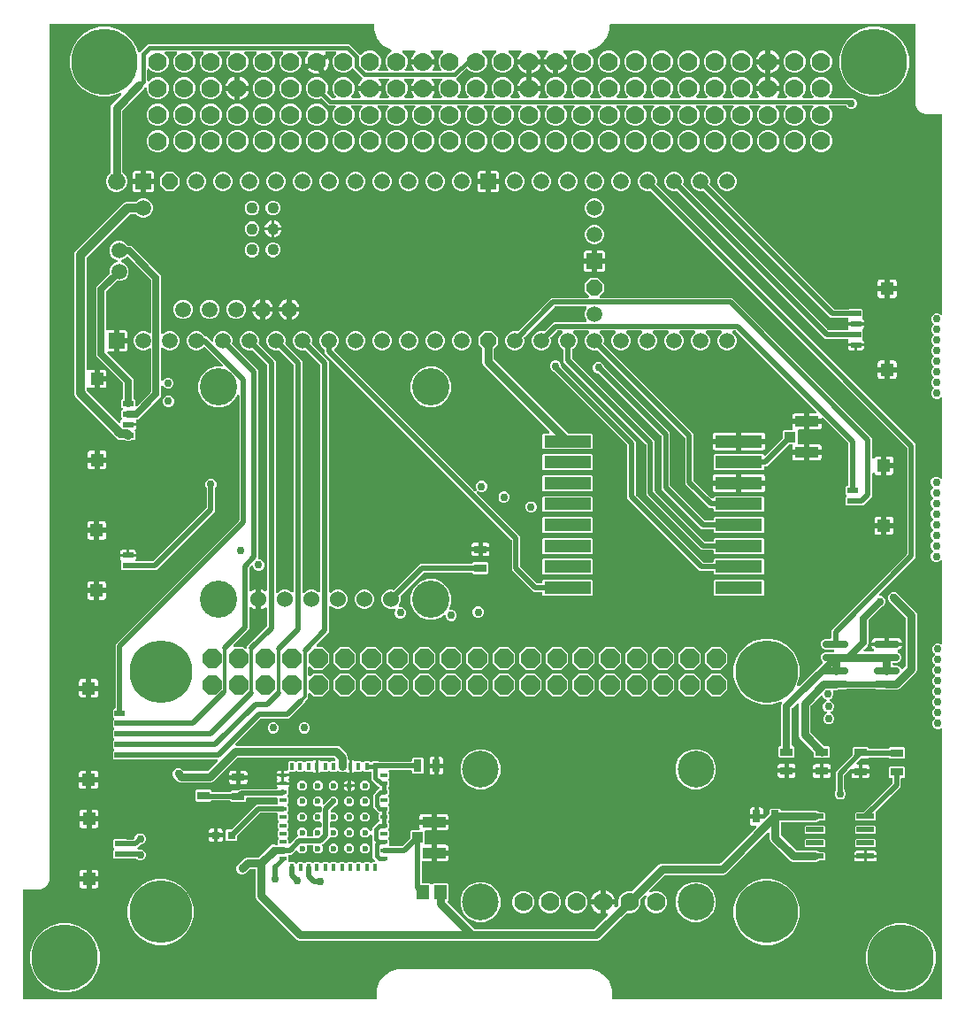
<source format=gbr>
G04 EAGLE Gerber RS-274X export*
G75*
%MOMM*%
%FSLAX34Y34*%
%LPD*%
%INBottom Copper*%
%IPPOS*%
%AMOC8*
5,1,8,0,0,1.08239X$1,22.5*%
G01*
%ADD10C,6.350000*%
%ADD11C,1.778000*%
%ADD12C,0.700000*%
%ADD13R,1.200000X0.800000*%
%ADD14R,0.700000X0.360000*%
%ADD15R,0.360000X0.700000*%
%ADD16C,0.600000*%
%ADD17R,0.800000X0.800000*%
%ADD18R,2.260600X1.041400*%
%ADD19R,1.092200X1.041400*%
%ADD20R,1.676400X0.508000*%
%ADD21R,0.800000X1.200000*%
%ADD22R,4.500000X1.200000*%
%ADD23C,3.556000*%
%ADD24C,1.524000*%
%ADD25R,1.200000X1.470000*%
%ADD26R,1.508000X1.508000*%
%ADD27C,1.676400*%
%ADD28P,1.632244X8X112.500000*%
%ADD29C,1.508000*%
%ADD30C,1.108000*%
%ADD31R,1.000000X0.550000*%
%ADD32R,1.300000X1.260000*%
%ADD33P,2.029481X8X22.500000*%
%ADD34C,0.756400*%
%ADD35C,0.500000*%
%ADD36C,0.800000*%
%ADD37C,0.609600*%
%ADD38C,0.450000*%
%ADD39C,0.400000*%
%ADD40C,3.516000*%
%ADD41C,0.350000*%
%ADD42C,0.550000*%
%ADD43C,0.650000*%
%ADD44C,6.000000*%
%ADD45C,0.850000*%

G36*
X348733Y10811D02*
X348733Y10811D01*
X348852Y10818D01*
X348890Y10831D01*
X348931Y10836D01*
X349041Y10879D01*
X349154Y10916D01*
X349189Y10938D01*
X349226Y10953D01*
X349322Y11022D01*
X349423Y11086D01*
X349451Y11116D01*
X349484Y11139D01*
X349560Y11231D01*
X349641Y11318D01*
X349661Y11353D01*
X349686Y11384D01*
X349737Y11492D01*
X349795Y11596D01*
X349805Y11636D01*
X349822Y11672D01*
X349844Y11789D01*
X349874Y11904D01*
X349878Y11964D01*
X349882Y11984D01*
X349880Y12005D01*
X349884Y12065D01*
X349884Y20873D01*
X352110Y27722D01*
X356342Y33548D01*
X362168Y37780D01*
X369017Y40006D01*
X555543Y40006D01*
X562392Y37780D01*
X568218Y33548D01*
X572450Y27722D01*
X574676Y20873D01*
X574676Y12065D01*
X574691Y11947D01*
X574698Y11828D01*
X574711Y11790D01*
X574716Y11749D01*
X574759Y11639D01*
X574796Y11526D01*
X574818Y11491D01*
X574833Y11454D01*
X574902Y11358D01*
X574966Y11257D01*
X574996Y11229D01*
X575019Y11196D01*
X575111Y11120D01*
X575198Y11039D01*
X575233Y11019D01*
X575264Y10994D01*
X575372Y10943D01*
X575476Y10885D01*
X575516Y10875D01*
X575552Y10858D01*
X575669Y10836D01*
X575784Y10806D01*
X575844Y10802D01*
X575864Y10798D01*
X575885Y10800D01*
X575945Y10796D01*
X889635Y10796D01*
X889753Y10811D01*
X889872Y10818D01*
X889910Y10831D01*
X889951Y10836D01*
X890061Y10879D01*
X890174Y10916D01*
X890209Y10938D01*
X890246Y10953D01*
X890342Y11022D01*
X890443Y11086D01*
X890471Y11116D01*
X890504Y11139D01*
X890580Y11231D01*
X890661Y11318D01*
X890681Y11353D01*
X890706Y11384D01*
X890757Y11492D01*
X890815Y11596D01*
X890825Y11636D01*
X890842Y11672D01*
X890864Y11789D01*
X890894Y11904D01*
X890898Y11964D01*
X890902Y11984D01*
X890900Y12005D01*
X890904Y12065D01*
X890904Y269077D01*
X890898Y269127D01*
X890900Y269176D01*
X890878Y269284D01*
X890864Y269393D01*
X890846Y269439D01*
X890836Y269488D01*
X890788Y269587D01*
X890747Y269689D01*
X890718Y269729D01*
X890696Y269774D01*
X890625Y269857D01*
X890561Y269946D01*
X890522Y269978D01*
X890490Y270016D01*
X890400Y270079D01*
X890316Y270149D01*
X890271Y270170D01*
X890230Y270199D01*
X890127Y270238D01*
X890028Y270284D01*
X889979Y270294D01*
X889933Y270311D01*
X889823Y270324D01*
X889716Y270344D01*
X889666Y270341D01*
X889617Y270347D01*
X889508Y270331D01*
X889398Y270324D01*
X889351Y270309D01*
X889302Y270302D01*
X889149Y270250D01*
X887646Y269627D01*
X885534Y269627D01*
X883584Y270435D01*
X882091Y271928D01*
X881283Y273878D01*
X881283Y275990D01*
X882091Y277940D01*
X883268Y279116D01*
X883341Y279211D01*
X883419Y279300D01*
X883438Y279336D01*
X883463Y279368D01*
X883510Y279477D01*
X883564Y279583D01*
X883573Y279622D01*
X883589Y279660D01*
X883608Y279777D01*
X883634Y279893D01*
X883632Y279934D01*
X883639Y279974D01*
X883628Y280092D01*
X883624Y280211D01*
X883613Y280250D01*
X883609Y280290D01*
X883569Y280403D01*
X883536Y280517D01*
X883515Y280551D01*
X883501Y280590D01*
X883435Y280688D01*
X883374Y280791D01*
X883334Y280836D01*
X883323Y280853D01*
X883308Y280866D01*
X883268Y280911D01*
X882091Y282088D01*
X881283Y284038D01*
X881283Y286150D01*
X882091Y288100D01*
X883268Y289277D01*
X883341Y289371D01*
X883419Y289460D01*
X883438Y289496D01*
X883463Y289528D01*
X883510Y289637D01*
X883564Y289743D01*
X883573Y289782D01*
X883589Y289820D01*
X883608Y289937D01*
X883634Y290053D01*
X883632Y290094D01*
X883639Y290134D01*
X883628Y290252D01*
X883624Y290371D01*
X883613Y290410D01*
X883609Y290450D01*
X883569Y290562D01*
X883536Y290677D01*
X883515Y290712D01*
X883501Y290750D01*
X883434Y290848D01*
X883374Y290951D01*
X883334Y290996D01*
X883323Y291013D01*
X883308Y291026D01*
X883268Y291072D01*
X882091Y292248D01*
X881283Y294198D01*
X881283Y296310D01*
X882091Y298260D01*
X883268Y299436D01*
X883341Y299531D01*
X883419Y299620D01*
X883438Y299656D01*
X883463Y299688D01*
X883510Y299797D01*
X883564Y299903D01*
X883573Y299942D01*
X883589Y299980D01*
X883608Y300097D01*
X883634Y300213D01*
X883632Y300254D01*
X883639Y300294D01*
X883628Y300412D01*
X883624Y300531D01*
X883613Y300570D01*
X883609Y300610D01*
X883569Y300723D01*
X883536Y300837D01*
X883515Y300871D01*
X883501Y300910D01*
X883435Y301008D01*
X883374Y301111D01*
X883334Y301156D01*
X883323Y301173D01*
X883308Y301186D01*
X883268Y301231D01*
X882091Y302408D01*
X881283Y304358D01*
X881283Y306470D01*
X882091Y308420D01*
X883268Y309596D01*
X883341Y309691D01*
X883419Y309780D01*
X883438Y309816D01*
X883463Y309848D01*
X883510Y309957D01*
X883564Y310063D01*
X883573Y310102D01*
X883589Y310140D01*
X883608Y310257D01*
X883634Y310373D01*
X883632Y310414D01*
X883639Y310454D01*
X883628Y310572D01*
X883624Y310691D01*
X883613Y310730D01*
X883609Y310770D01*
X883569Y310883D01*
X883536Y310997D01*
X883515Y311031D01*
X883501Y311070D01*
X883435Y311168D01*
X883374Y311271D01*
X883334Y311316D01*
X883323Y311333D01*
X883308Y311346D01*
X883268Y311391D01*
X882091Y312568D01*
X881283Y314518D01*
X881283Y316630D01*
X882091Y318580D01*
X883268Y319756D01*
X883341Y319851D01*
X883419Y319940D01*
X883438Y319976D01*
X883463Y320008D01*
X883510Y320117D01*
X883564Y320223D01*
X883573Y320262D01*
X883589Y320300D01*
X883608Y320417D01*
X883634Y320533D01*
X883632Y320574D01*
X883639Y320614D01*
X883628Y320732D01*
X883624Y320851D01*
X883613Y320890D01*
X883609Y320930D01*
X883569Y321043D01*
X883536Y321157D01*
X883515Y321191D01*
X883501Y321230D01*
X883435Y321328D01*
X883374Y321431D01*
X883334Y321476D01*
X883323Y321493D01*
X883308Y321506D01*
X883268Y321551D01*
X882091Y322728D01*
X881283Y324678D01*
X881283Y326790D01*
X882091Y328740D01*
X883268Y329916D01*
X883341Y330011D01*
X883419Y330100D01*
X883438Y330136D01*
X883463Y330168D01*
X883510Y330277D01*
X883564Y330383D01*
X883573Y330422D01*
X883589Y330460D01*
X883608Y330577D01*
X883634Y330693D01*
X883632Y330734D01*
X883639Y330774D01*
X883628Y330892D01*
X883624Y331011D01*
X883613Y331050D01*
X883609Y331090D01*
X883569Y331203D01*
X883536Y331317D01*
X883515Y331351D01*
X883501Y331390D01*
X883435Y331488D01*
X883374Y331591D01*
X883334Y331636D01*
X883323Y331653D01*
X883308Y331666D01*
X883268Y331711D01*
X882091Y332888D01*
X881283Y334838D01*
X881283Y336950D01*
X882091Y338900D01*
X883268Y340076D01*
X883341Y340171D01*
X883419Y340260D01*
X883438Y340296D01*
X883463Y340328D01*
X883510Y340437D01*
X883564Y340543D01*
X883573Y340582D01*
X883589Y340620D01*
X883608Y340737D01*
X883634Y340853D01*
X883632Y340894D01*
X883639Y340934D01*
X883628Y341052D01*
X883624Y341171D01*
X883613Y341210D01*
X883609Y341250D01*
X883569Y341363D01*
X883536Y341477D01*
X883515Y341511D01*
X883501Y341550D01*
X883435Y341648D01*
X883374Y341751D01*
X883334Y341796D01*
X883323Y341813D01*
X883308Y341826D01*
X883268Y341871D01*
X882091Y343048D01*
X881283Y344998D01*
X881283Y347110D01*
X882091Y349060D01*
X883584Y350553D01*
X885534Y351361D01*
X887646Y351361D01*
X889149Y350738D01*
X889197Y350725D01*
X889242Y350704D01*
X889350Y350683D01*
X889456Y350654D01*
X889506Y350653D01*
X889555Y350644D01*
X889664Y350651D01*
X889774Y350649D01*
X889822Y350660D01*
X889872Y350664D01*
X889976Y350697D01*
X890083Y350723D01*
X890127Y350746D01*
X890174Y350762D01*
X890267Y350820D01*
X890364Y350872D01*
X890401Y350905D01*
X890443Y350932D01*
X890518Y351012D01*
X890600Y351086D01*
X890627Y351127D01*
X890661Y351163D01*
X890714Y351260D01*
X890774Y351351D01*
X890791Y351398D01*
X890815Y351442D01*
X890842Y351548D01*
X890878Y351652D01*
X890882Y351702D01*
X890894Y351750D01*
X890904Y351911D01*
X890904Y429779D01*
X890887Y429917D01*
X890874Y430056D01*
X890867Y430075D01*
X890864Y430095D01*
X890813Y430224D01*
X890766Y430355D01*
X890755Y430372D01*
X890747Y430390D01*
X890666Y430503D01*
X890588Y430618D01*
X890572Y430631D01*
X890561Y430648D01*
X890453Y430737D01*
X890349Y430828D01*
X890331Y430838D01*
X890316Y430851D01*
X890190Y430910D01*
X890066Y430973D01*
X890046Y430977D01*
X890028Y430986D01*
X889891Y431012D01*
X889756Y431043D01*
X889735Y431042D01*
X889716Y431046D01*
X889577Y431037D01*
X889438Y431033D01*
X889418Y431027D01*
X889398Y431026D01*
X889266Y430983D01*
X889132Y430945D01*
X889115Y430934D01*
X889096Y430928D01*
X888978Y430854D01*
X888858Y430783D01*
X888837Y430764D01*
X888827Y430758D01*
X888813Y430743D01*
X888738Y430677D01*
X888196Y430135D01*
X886246Y429327D01*
X884134Y429327D01*
X882184Y430135D01*
X880691Y431628D01*
X879883Y433578D01*
X879883Y435690D01*
X880691Y437640D01*
X881868Y438817D01*
X881941Y438911D01*
X882019Y439000D01*
X882038Y439036D01*
X882063Y439068D01*
X882110Y439177D01*
X882164Y439283D01*
X882173Y439322D01*
X882189Y439360D01*
X882208Y439477D01*
X882234Y439593D01*
X882232Y439634D01*
X882239Y439674D01*
X882228Y439792D01*
X882224Y439911D01*
X882213Y439950D01*
X882209Y439990D01*
X882169Y440102D01*
X882136Y440217D01*
X882115Y440252D01*
X882101Y440290D01*
X882034Y440388D01*
X881974Y440491D01*
X881934Y440536D01*
X881923Y440553D01*
X881908Y440566D01*
X881868Y440612D01*
X880691Y441788D01*
X879883Y443738D01*
X879883Y445850D01*
X880691Y447800D01*
X881868Y448976D01*
X881941Y449071D01*
X882019Y449160D01*
X882038Y449196D01*
X882063Y449228D01*
X882110Y449337D01*
X882164Y449443D01*
X882173Y449482D01*
X882189Y449520D01*
X882208Y449637D01*
X882234Y449753D01*
X882232Y449794D01*
X882239Y449834D01*
X882228Y449952D01*
X882224Y450071D01*
X882213Y450110D01*
X882209Y450150D01*
X882169Y450263D01*
X882136Y450377D01*
X882115Y450411D01*
X882101Y450450D01*
X882035Y450548D01*
X881974Y450651D01*
X881934Y450696D01*
X881923Y450713D01*
X881908Y450726D01*
X881868Y450771D01*
X880691Y451948D01*
X879883Y453898D01*
X879883Y456010D01*
X880691Y457960D01*
X881868Y459136D01*
X881941Y459231D01*
X882019Y459320D01*
X882038Y459356D01*
X882063Y459388D01*
X882110Y459497D01*
X882164Y459603D01*
X882173Y459642D01*
X882189Y459680D01*
X882208Y459797D01*
X882234Y459913D01*
X882232Y459954D01*
X882239Y459994D01*
X882228Y460112D01*
X882224Y460231D01*
X882213Y460270D01*
X882209Y460310D01*
X882169Y460423D01*
X882136Y460537D01*
X882115Y460571D01*
X882101Y460610D01*
X882035Y460708D01*
X881974Y460811D01*
X881934Y460856D01*
X881923Y460873D01*
X881908Y460886D01*
X881868Y460931D01*
X880691Y462108D01*
X879883Y464058D01*
X879883Y466170D01*
X880691Y468120D01*
X881868Y469297D01*
X881941Y469391D01*
X882019Y469480D01*
X882038Y469516D01*
X882063Y469548D01*
X882110Y469657D01*
X882164Y469763D01*
X882173Y469802D01*
X882189Y469840D01*
X882208Y469957D01*
X882234Y470073D01*
X882232Y470114D01*
X882239Y470154D01*
X882228Y470272D01*
X882224Y470391D01*
X882213Y470430D01*
X882209Y470470D01*
X882169Y470582D01*
X882136Y470697D01*
X882115Y470732D01*
X882101Y470770D01*
X882034Y470868D01*
X881974Y470971D01*
X881934Y471016D01*
X881923Y471033D01*
X881908Y471046D01*
X881868Y471092D01*
X880691Y472268D01*
X879883Y474218D01*
X879883Y476330D01*
X880691Y478280D01*
X881868Y479456D01*
X881941Y479551D01*
X882019Y479640D01*
X882038Y479676D01*
X882063Y479708D01*
X882110Y479817D01*
X882164Y479923D01*
X882173Y479962D01*
X882189Y480000D01*
X882208Y480117D01*
X882234Y480233D01*
X882232Y480274D01*
X882239Y480314D01*
X882228Y480432D01*
X882224Y480551D01*
X882213Y480590D01*
X882209Y480630D01*
X882169Y480743D01*
X882136Y480857D01*
X882115Y480891D01*
X882101Y480930D01*
X882035Y481028D01*
X881974Y481131D01*
X881934Y481176D01*
X881923Y481193D01*
X881908Y481206D01*
X881868Y481251D01*
X880691Y482428D01*
X879883Y484378D01*
X879883Y486490D01*
X880691Y488440D01*
X881868Y489616D01*
X881941Y489711D01*
X882019Y489800D01*
X882038Y489836D01*
X882063Y489868D01*
X882110Y489977D01*
X882164Y490083D01*
X882173Y490122D01*
X882189Y490160D01*
X882208Y490277D01*
X882234Y490393D01*
X882232Y490434D01*
X882239Y490474D01*
X882228Y490592D01*
X882224Y490711D01*
X882213Y490750D01*
X882209Y490790D01*
X882169Y490903D01*
X882136Y491017D01*
X882115Y491051D01*
X882101Y491090D01*
X882035Y491188D01*
X881974Y491291D01*
X881934Y491336D01*
X881923Y491353D01*
X881908Y491366D01*
X881868Y491411D01*
X880691Y492588D01*
X879883Y494538D01*
X879883Y496650D01*
X880691Y498600D01*
X881868Y499776D01*
X881941Y499871D01*
X882019Y499960D01*
X882038Y499996D01*
X882063Y500028D01*
X882110Y500137D01*
X882164Y500243D01*
X882173Y500282D01*
X882189Y500320D01*
X882208Y500437D01*
X882234Y500553D01*
X882232Y500594D01*
X882239Y500634D01*
X882228Y500752D01*
X882224Y500871D01*
X882213Y500910D01*
X882209Y500950D01*
X882169Y501063D01*
X882136Y501177D01*
X882115Y501211D01*
X882101Y501250D01*
X882035Y501348D01*
X881974Y501451D01*
X881934Y501496D01*
X881923Y501513D01*
X881908Y501526D01*
X881868Y501571D01*
X880691Y502748D01*
X879883Y504698D01*
X879883Y506810D01*
X880691Y508760D01*
X882184Y510253D01*
X884134Y511061D01*
X886246Y511061D01*
X888196Y510253D01*
X888738Y509711D01*
X888847Y509626D01*
X888954Y509537D01*
X888973Y509529D01*
X888989Y509516D01*
X889117Y509461D01*
X889242Y509402D01*
X889262Y509398D01*
X889281Y509390D01*
X889419Y509368D01*
X889555Y509342D01*
X889575Y509343D01*
X889595Y509340D01*
X889734Y509353D01*
X889872Y509362D01*
X889891Y509368D01*
X889911Y509370D01*
X890042Y509417D01*
X890174Y509460D01*
X890192Y509471D01*
X890211Y509478D01*
X890325Y509556D01*
X890443Y509630D01*
X890457Y509645D01*
X890474Y509656D01*
X890566Y509760D01*
X890661Y509862D01*
X890671Y509879D01*
X890684Y509895D01*
X890747Y510018D01*
X890815Y510140D01*
X890820Y510160D01*
X890829Y510178D01*
X890859Y510314D01*
X890894Y510448D01*
X890896Y510476D01*
X890899Y510488D01*
X890898Y510509D01*
X890904Y510609D01*
X890904Y585679D01*
X890887Y585817D01*
X890874Y585956D01*
X890867Y585975D01*
X890864Y585995D01*
X890813Y586124D01*
X890766Y586255D01*
X890755Y586272D01*
X890747Y586290D01*
X890666Y586403D01*
X890588Y586518D01*
X890572Y586531D01*
X890561Y586548D01*
X890454Y586636D01*
X890349Y586728D01*
X890331Y586738D01*
X890316Y586751D01*
X890190Y586810D01*
X890066Y586873D01*
X890046Y586878D01*
X890028Y586886D01*
X889892Y586912D01*
X889756Y586943D01*
X889735Y586942D01*
X889716Y586946D01*
X889577Y586937D01*
X889438Y586933D01*
X889418Y586927D01*
X889398Y586926D01*
X889266Y586883D01*
X889132Y586845D01*
X889115Y586834D01*
X889096Y586828D01*
X888978Y586754D01*
X888858Y586683D01*
X888837Y586664D01*
X888827Y586658D01*
X888813Y586643D01*
X888737Y586577D01*
X888496Y586335D01*
X886546Y585527D01*
X884434Y585527D01*
X882484Y586335D01*
X880991Y587828D01*
X880183Y589778D01*
X880183Y591890D01*
X880991Y593840D01*
X882168Y595016D01*
X882241Y595111D01*
X882319Y595200D01*
X882338Y595236D01*
X882363Y595268D01*
X882410Y595377D01*
X882464Y595483D01*
X882473Y595522D01*
X882489Y595560D01*
X882508Y595677D01*
X882534Y595793D01*
X882532Y595834D01*
X882539Y595874D01*
X882528Y595992D01*
X882524Y596111D01*
X882513Y596150D01*
X882509Y596190D01*
X882469Y596303D01*
X882436Y596417D01*
X882416Y596449D01*
X882413Y596459D01*
X882411Y596462D01*
X882401Y596490D01*
X882335Y596588D01*
X882274Y596691D01*
X882248Y596721D01*
X882243Y596728D01*
X882233Y596737D01*
X882223Y596753D01*
X882208Y596766D01*
X882168Y596811D01*
X880991Y597988D01*
X880183Y599938D01*
X880183Y602050D01*
X880991Y604000D01*
X882168Y605177D01*
X882241Y605271D01*
X882319Y605360D01*
X882329Y605378D01*
X882341Y605393D01*
X882350Y605412D01*
X882363Y605428D01*
X882410Y605537D01*
X882464Y605643D01*
X882468Y605663D01*
X882477Y605681D01*
X882481Y605701D01*
X882489Y605720D01*
X882508Y605837D01*
X882534Y605953D01*
X882533Y605974D01*
X882537Y605993D01*
X882536Y606013D01*
X882539Y606034D01*
X882528Y606152D01*
X882524Y606271D01*
X882518Y606291D01*
X882517Y606311D01*
X882511Y606330D01*
X882509Y606350D01*
X882469Y606462D01*
X882436Y606577D01*
X882425Y606594D01*
X882419Y606613D01*
X882408Y606630D01*
X882401Y606650D01*
X882334Y606748D01*
X882274Y606851D01*
X882255Y606872D01*
X882249Y606882D01*
X882234Y606896D01*
X882223Y606913D01*
X882208Y606926D01*
X882168Y606972D01*
X880991Y608148D01*
X880183Y610098D01*
X880183Y612210D01*
X880991Y614160D01*
X882168Y615336D01*
X882241Y615431D01*
X882319Y615520D01*
X882330Y615541D01*
X882336Y615547D01*
X882342Y615561D01*
X882363Y615588D01*
X882410Y615696D01*
X882464Y615803D01*
X882473Y615842D01*
X882489Y615880D01*
X882508Y615997D01*
X882534Y616113D01*
X882532Y616154D01*
X882539Y616194D01*
X882528Y616312D01*
X882524Y616431D01*
X882513Y616470D01*
X882509Y616510D01*
X882469Y616623D01*
X882436Y616737D01*
X882415Y616771D01*
X882401Y616810D01*
X882335Y616908D01*
X882274Y617011D01*
X882234Y617056D01*
X882223Y617073D01*
X882208Y617086D01*
X882168Y617131D01*
X880991Y618308D01*
X880183Y620258D01*
X880183Y622370D01*
X880991Y624320D01*
X882168Y625496D01*
X882241Y625591D01*
X882319Y625680D01*
X882338Y625716D01*
X882363Y625748D01*
X882410Y625857D01*
X882464Y625963D01*
X882473Y626002D01*
X882489Y626040D01*
X882508Y626157D01*
X882534Y626273D01*
X882532Y626314D01*
X882539Y626354D01*
X882528Y626472D01*
X882524Y626591D01*
X882513Y626630D01*
X882509Y626670D01*
X882469Y626783D01*
X882436Y626897D01*
X882415Y626931D01*
X882401Y626970D01*
X882335Y627068D01*
X882274Y627171D01*
X882234Y627216D01*
X882223Y627233D01*
X882208Y627246D01*
X882168Y627291D01*
X880991Y628468D01*
X880183Y630418D01*
X880183Y632530D01*
X880991Y634480D01*
X882168Y635656D01*
X882241Y635751D01*
X882319Y635840D01*
X882338Y635876D01*
X882363Y635908D01*
X882410Y636017D01*
X882464Y636123D01*
X882473Y636162D01*
X882489Y636200D01*
X882508Y636317D01*
X882534Y636433D01*
X882532Y636474D01*
X882539Y636514D01*
X882528Y636632D01*
X882524Y636751D01*
X882513Y636790D01*
X882509Y636830D01*
X882469Y636943D01*
X882436Y637057D01*
X882415Y637091D01*
X882401Y637130D01*
X882335Y637228D01*
X882274Y637331D01*
X882234Y637376D01*
X882223Y637393D01*
X882208Y637406D01*
X882168Y637451D01*
X880991Y638628D01*
X880183Y640578D01*
X880183Y642690D01*
X880991Y644640D01*
X882168Y645816D01*
X882241Y645911D01*
X882319Y646000D01*
X882338Y646036D01*
X882363Y646068D01*
X882410Y646177D01*
X882464Y646283D01*
X882473Y646322D01*
X882489Y646360D01*
X882508Y646477D01*
X882534Y646593D01*
X882532Y646634D01*
X882539Y646674D01*
X882528Y646792D01*
X882524Y646911D01*
X882513Y646950D01*
X882509Y646990D01*
X882469Y647103D01*
X882436Y647217D01*
X882415Y647251D01*
X882401Y647290D01*
X882335Y647388D01*
X882274Y647491D01*
X882234Y647536D01*
X882223Y647553D01*
X882208Y647566D01*
X882168Y647611D01*
X880991Y648788D01*
X880183Y650738D01*
X880183Y652850D01*
X880991Y654800D01*
X882168Y655976D01*
X882241Y656071D01*
X882319Y656160D01*
X882338Y656196D01*
X882363Y656228D01*
X882410Y656337D01*
X882464Y656443D01*
X882473Y656482D01*
X882489Y656520D01*
X882508Y656637D01*
X882534Y656753D01*
X882532Y656794D01*
X882539Y656834D01*
X882528Y656952D01*
X882524Y657071D01*
X882513Y657110D01*
X882509Y657150D01*
X882469Y657263D01*
X882436Y657377D01*
X882415Y657411D01*
X882401Y657450D01*
X882335Y657548D01*
X882274Y657651D01*
X882234Y657696D01*
X882223Y657713D01*
X882208Y657726D01*
X882168Y657771D01*
X880991Y658948D01*
X880183Y660898D01*
X880183Y663010D01*
X880991Y664960D01*
X882484Y666453D01*
X884434Y667261D01*
X886546Y667261D01*
X888496Y666453D01*
X888737Y666211D01*
X888847Y666126D01*
X888954Y666037D01*
X888973Y666029D01*
X888989Y666016D01*
X889116Y665961D01*
X889242Y665902D01*
X889262Y665898D01*
X889281Y665890D01*
X889418Y665868D01*
X889555Y665842D01*
X889575Y665843D01*
X889595Y665840D01*
X889734Y665853D01*
X889872Y665862D01*
X889891Y665868D01*
X889911Y665870D01*
X890043Y665917D01*
X890174Y665960D01*
X890191Y665971D01*
X890211Y665978D01*
X890326Y666056D01*
X890443Y666130D01*
X890457Y666145D01*
X890474Y666156D01*
X890566Y666260D01*
X890661Y666362D01*
X890671Y666379D01*
X890684Y666395D01*
X890748Y666519D01*
X890815Y666640D01*
X890820Y666660D01*
X890829Y666678D01*
X890859Y666814D01*
X890894Y666948D01*
X890896Y666976D01*
X890899Y666988D01*
X890898Y667009D01*
X890904Y667109D01*
X890904Y856615D01*
X890889Y856733D01*
X890882Y856852D01*
X890869Y856890D01*
X890864Y856931D01*
X890821Y857041D01*
X890784Y857154D01*
X890762Y857189D01*
X890747Y857226D01*
X890678Y857322D01*
X890614Y857423D01*
X890584Y857451D01*
X890561Y857484D01*
X890469Y857560D01*
X890382Y857641D01*
X890347Y857661D01*
X890316Y857686D01*
X890208Y857737D01*
X890104Y857795D01*
X890064Y857805D01*
X890028Y857822D01*
X889911Y857844D01*
X889796Y857874D01*
X889736Y857878D01*
X889716Y857882D01*
X889695Y857880D01*
X889635Y857884D01*
X874153Y857884D01*
X870185Y859528D01*
X867148Y862565D01*
X865504Y866533D01*
X865504Y942975D01*
X865489Y943093D01*
X865482Y943212D01*
X865469Y943250D01*
X865464Y943291D01*
X865421Y943401D01*
X865384Y943514D01*
X865362Y943549D01*
X865347Y943586D01*
X865278Y943682D01*
X865214Y943783D01*
X865184Y943811D01*
X865161Y943844D01*
X865069Y943920D01*
X864982Y944001D01*
X864947Y944021D01*
X864916Y944046D01*
X864808Y944097D01*
X864704Y944155D01*
X864664Y944165D01*
X864628Y944182D01*
X864511Y944204D01*
X864396Y944234D01*
X864336Y944238D01*
X864316Y944242D01*
X864295Y944240D01*
X864235Y944244D01*
X574040Y944244D01*
X574018Y944242D01*
X573941Y944240D01*
X573841Y944233D01*
X573773Y944219D01*
X573704Y944214D01*
X573548Y944174D01*
X573359Y944113D01*
X573252Y944062D01*
X573142Y944019D01*
X573090Y943986D01*
X573072Y943977D01*
X573056Y943965D01*
X573006Y943933D01*
X572845Y943816D01*
X572759Y943735D01*
X572667Y943659D01*
X572628Y943612D01*
X572613Y943598D01*
X572602Y943581D01*
X572564Y943535D01*
X572447Y943374D01*
X572390Y943270D01*
X572326Y943170D01*
X572304Y943114D01*
X572294Y943096D01*
X572289Y943076D01*
X572267Y943021D01*
X572206Y942832D01*
X572193Y942764D01*
X572170Y942698D01*
X572147Y942539D01*
X572140Y942440D01*
X572141Y942418D01*
X572136Y942340D01*
X572136Y938619D01*
X569836Y931540D01*
X565461Y925519D01*
X559440Y921144D01*
X552575Y918914D01*
X552485Y918871D01*
X552391Y918838D01*
X552342Y918804D01*
X552287Y918778D01*
X552211Y918715D01*
X552128Y918659D01*
X552088Y918614D01*
X552042Y918576D01*
X551984Y918495D01*
X551918Y918421D01*
X551890Y918367D01*
X551855Y918318D01*
X551818Y918226D01*
X551773Y918137D01*
X551760Y918079D01*
X551738Y918023D01*
X551725Y917924D01*
X551704Y917827D01*
X551705Y917767D01*
X551698Y917707D01*
X551710Y917609D01*
X551713Y917509D01*
X551730Y917451D01*
X551738Y917392D01*
X551774Y917299D01*
X551802Y917204D01*
X551832Y917152D01*
X551854Y917096D01*
X551913Y917015D01*
X551963Y916930D01*
X552029Y916855D01*
X552041Y916838D01*
X552051Y916831D01*
X552070Y916809D01*
X554929Y913949D01*
X556515Y910122D01*
X556515Y905978D01*
X554929Y902151D01*
X551999Y899221D01*
X548172Y897635D01*
X544028Y897635D01*
X540201Y899221D01*
X537271Y902151D01*
X535685Y905978D01*
X535685Y910122D01*
X537271Y913949D01*
X539999Y916678D01*
X540084Y916787D01*
X540173Y916894D01*
X540181Y916913D01*
X540194Y916929D01*
X540249Y917057D01*
X540308Y917182D01*
X540312Y917202D01*
X540320Y917221D01*
X540342Y917359D01*
X540368Y917495D01*
X540367Y917515D01*
X540370Y917535D01*
X540357Y917673D01*
X540348Y917812D01*
X540342Y917831D01*
X540340Y917851D01*
X540293Y917983D01*
X540250Y918114D01*
X540239Y918132D01*
X540233Y918151D01*
X540155Y918266D01*
X540080Y918383D01*
X540065Y918397D01*
X540054Y918414D01*
X539950Y918506D01*
X539849Y918601D01*
X539831Y918611D01*
X539816Y918624D01*
X539691Y918688D01*
X539570Y918755D01*
X539550Y918760D01*
X539532Y918769D01*
X539397Y918799D01*
X539262Y918834D01*
X539234Y918836D01*
X539222Y918839D01*
X539202Y918838D01*
X539101Y918844D01*
X529135Y918844D01*
X528997Y918827D01*
X528859Y918814D01*
X528840Y918807D01*
X528820Y918804D01*
X528691Y918753D01*
X528560Y918706D01*
X528543Y918695D01*
X528524Y918687D01*
X528412Y918606D01*
X528297Y918528D01*
X528283Y918512D01*
X528267Y918501D01*
X528178Y918393D01*
X528086Y918289D01*
X528077Y918271D01*
X528064Y918256D01*
X528005Y918130D01*
X527942Y918006D01*
X527937Y917986D01*
X527929Y917968D01*
X527902Y917831D01*
X527872Y917696D01*
X527873Y917675D01*
X527869Y917656D01*
X527877Y917517D01*
X527882Y917378D01*
X527887Y917358D01*
X527889Y917338D01*
X527931Y917206D01*
X527970Y917072D01*
X527980Y917055D01*
X527987Y917036D01*
X528061Y916918D01*
X528132Y916798D01*
X528150Y916777D01*
X528157Y916767D01*
X528172Y916753D01*
X528238Y916678D01*
X529419Y915497D01*
X530477Y914041D01*
X531293Y912438D01*
X531849Y910727D01*
X531871Y910589D01*
X521970Y910589D01*
X521852Y910574D01*
X521733Y910567D01*
X521695Y910554D01*
X521655Y910549D01*
X521544Y910506D01*
X521431Y910469D01*
X521397Y910447D01*
X521359Y910432D01*
X521263Y910362D01*
X521162Y910299D01*
X521134Y910269D01*
X521102Y910245D01*
X521026Y910154D01*
X520944Y910067D01*
X520925Y910032D01*
X520899Y910001D01*
X520848Y909893D01*
X520791Y909789D01*
X520780Y909749D01*
X520763Y909713D01*
X520741Y909596D01*
X520711Y909481D01*
X520707Y909420D01*
X520703Y909400D01*
X520705Y909380D01*
X520701Y909320D01*
X520701Y908049D01*
X520699Y908049D01*
X520699Y909320D01*
X520684Y909438D01*
X520677Y909557D01*
X520664Y909595D01*
X520659Y909635D01*
X520615Y909746D01*
X520579Y909859D01*
X520557Y909894D01*
X520542Y909931D01*
X520472Y910027D01*
X520409Y910128D01*
X520379Y910156D01*
X520355Y910189D01*
X520264Y910264D01*
X520177Y910346D01*
X520142Y910366D01*
X520110Y910391D01*
X520003Y910442D01*
X519898Y910500D01*
X519859Y910510D01*
X519823Y910527D01*
X519706Y910549D01*
X519591Y910579D01*
X519530Y910583D01*
X519510Y910587D01*
X519490Y910585D01*
X519430Y910589D01*
X509529Y910589D01*
X509551Y910727D01*
X510107Y912438D01*
X510923Y914041D01*
X511981Y915497D01*
X513162Y916678D01*
X513247Y916787D01*
X513336Y916894D01*
X513345Y916913D01*
X513357Y916929D01*
X513412Y917056D01*
X513471Y917182D01*
X513475Y917202D01*
X513483Y917221D01*
X513505Y917359D01*
X513531Y917495D01*
X513530Y917515D01*
X513533Y917535D01*
X513520Y917673D01*
X513511Y917812D01*
X513505Y917831D01*
X513503Y917851D01*
X513456Y917983D01*
X513413Y918114D01*
X513403Y918132D01*
X513396Y918151D01*
X513318Y918266D01*
X513243Y918383D01*
X513229Y918397D01*
X513217Y918414D01*
X513113Y918506D01*
X513012Y918601D01*
X512994Y918611D01*
X512979Y918624D01*
X512855Y918687D01*
X512733Y918755D01*
X512714Y918760D01*
X512696Y918769D01*
X512560Y918799D01*
X512425Y918834D01*
X512397Y918836D01*
X512385Y918839D01*
X512365Y918838D01*
X512265Y918844D01*
X503735Y918844D01*
X503597Y918827D01*
X503459Y918814D01*
X503440Y918807D01*
X503420Y918804D01*
X503291Y918753D01*
X503160Y918706D01*
X503143Y918695D01*
X503124Y918687D01*
X503012Y918606D01*
X502897Y918528D01*
X502883Y918512D01*
X502867Y918501D01*
X502778Y918393D01*
X502686Y918289D01*
X502677Y918271D01*
X502664Y918256D01*
X502605Y918130D01*
X502542Y918006D01*
X502537Y917986D01*
X502529Y917968D01*
X502502Y917831D01*
X502472Y917696D01*
X502473Y917675D01*
X502469Y917656D01*
X502477Y917517D01*
X502482Y917378D01*
X502487Y917358D01*
X502489Y917338D01*
X502531Y917206D01*
X502570Y917072D01*
X502580Y917055D01*
X502587Y917036D01*
X502661Y916918D01*
X502732Y916798D01*
X502750Y916777D01*
X502757Y916767D01*
X502772Y916753D01*
X502838Y916678D01*
X504019Y915497D01*
X505077Y914041D01*
X505893Y912438D01*
X506449Y910727D01*
X506471Y910589D01*
X496570Y910589D01*
X496452Y910574D01*
X496333Y910567D01*
X496295Y910554D01*
X496255Y910549D01*
X496144Y910506D01*
X496031Y910469D01*
X495997Y910447D01*
X495959Y910432D01*
X495863Y910362D01*
X495762Y910299D01*
X495734Y910269D01*
X495702Y910245D01*
X495626Y910154D01*
X495544Y910067D01*
X495525Y910032D01*
X495499Y910001D01*
X495448Y909893D01*
X495391Y909789D01*
X495380Y909749D01*
X495363Y909713D01*
X495341Y909596D01*
X495311Y909481D01*
X495307Y909420D01*
X495303Y909400D01*
X495305Y909380D01*
X495301Y909320D01*
X495301Y908049D01*
X495299Y908049D01*
X495299Y909320D01*
X495284Y909438D01*
X495277Y909557D01*
X495264Y909595D01*
X495259Y909635D01*
X495215Y909746D01*
X495179Y909859D01*
X495157Y909894D01*
X495142Y909931D01*
X495072Y910027D01*
X495009Y910128D01*
X494979Y910156D01*
X494955Y910189D01*
X494864Y910264D01*
X494777Y910346D01*
X494742Y910366D01*
X494710Y910391D01*
X494603Y910442D01*
X494498Y910500D01*
X494459Y910510D01*
X494423Y910527D01*
X494306Y910549D01*
X494191Y910579D01*
X494130Y910583D01*
X494110Y910587D01*
X494090Y910585D01*
X494030Y910589D01*
X484129Y910589D01*
X484151Y910727D01*
X484707Y912438D01*
X485523Y914041D01*
X486581Y915497D01*
X487762Y916678D01*
X487847Y916787D01*
X487936Y916894D01*
X487945Y916913D01*
X487957Y916929D01*
X488012Y917056D01*
X488071Y917182D01*
X488075Y917202D01*
X488083Y917221D01*
X488105Y917359D01*
X488131Y917495D01*
X488130Y917515D01*
X488133Y917535D01*
X488120Y917673D01*
X488111Y917812D01*
X488105Y917831D01*
X488103Y917851D01*
X488056Y917983D01*
X488013Y918114D01*
X488003Y918132D01*
X487996Y918151D01*
X487918Y918266D01*
X487843Y918383D01*
X487829Y918397D01*
X487817Y918414D01*
X487713Y918506D01*
X487612Y918601D01*
X487594Y918611D01*
X487579Y918624D01*
X487455Y918687D01*
X487333Y918755D01*
X487314Y918760D01*
X487296Y918769D01*
X487160Y918799D01*
X487025Y918834D01*
X486997Y918836D01*
X486985Y918839D01*
X486965Y918838D01*
X486865Y918844D01*
X476899Y918844D01*
X476761Y918827D01*
X476622Y918814D01*
X476603Y918807D01*
X476583Y918804D01*
X476454Y918753D01*
X476323Y918706D01*
X476306Y918695D01*
X476287Y918687D01*
X476175Y918606D01*
X476060Y918528D01*
X476046Y918512D01*
X476030Y918501D01*
X475941Y918393D01*
X475849Y918289D01*
X475840Y918271D01*
X475827Y918256D01*
X475768Y918130D01*
X475705Y918006D01*
X475700Y917986D01*
X475692Y917968D01*
X475666Y917832D01*
X475635Y917696D01*
X475636Y917675D01*
X475632Y917656D01*
X475641Y917517D01*
X475645Y917378D01*
X475650Y917358D01*
X475652Y917338D01*
X475694Y917206D01*
X475733Y917072D01*
X475743Y917055D01*
X475750Y917036D01*
X475824Y916918D01*
X475895Y916798D01*
X475913Y916777D01*
X475920Y916767D01*
X475935Y916753D01*
X476001Y916678D01*
X478729Y913949D01*
X480315Y910122D01*
X480315Y905978D01*
X478729Y902151D01*
X475799Y899221D01*
X471972Y897635D01*
X467828Y897635D01*
X464001Y899221D01*
X461071Y902151D01*
X459485Y905978D01*
X459485Y910122D01*
X461071Y913949D01*
X463799Y916678D01*
X463884Y916787D01*
X463973Y916894D01*
X463981Y916913D01*
X463994Y916929D01*
X464049Y917057D01*
X464108Y917182D01*
X464112Y917202D01*
X464120Y917221D01*
X464142Y917359D01*
X464168Y917495D01*
X464167Y917515D01*
X464170Y917535D01*
X464157Y917673D01*
X464148Y917812D01*
X464142Y917831D01*
X464140Y917851D01*
X464093Y917983D01*
X464050Y918114D01*
X464039Y918132D01*
X464033Y918151D01*
X463955Y918266D01*
X463880Y918383D01*
X463865Y918397D01*
X463854Y918414D01*
X463750Y918506D01*
X463649Y918601D01*
X463631Y918611D01*
X463616Y918624D01*
X463491Y918688D01*
X463370Y918755D01*
X463350Y918760D01*
X463332Y918769D01*
X463197Y918799D01*
X463062Y918834D01*
X463034Y918836D01*
X463022Y918839D01*
X463002Y918838D01*
X462901Y918844D01*
X451499Y918844D01*
X451361Y918827D01*
X451222Y918814D01*
X451203Y918807D01*
X451183Y918804D01*
X451054Y918753D01*
X450923Y918706D01*
X450906Y918695D01*
X450887Y918687D01*
X450775Y918606D01*
X450660Y918528D01*
X450646Y918512D01*
X450630Y918501D01*
X450541Y918393D01*
X450449Y918289D01*
X450440Y918271D01*
X450427Y918256D01*
X450368Y918130D01*
X450305Y918006D01*
X450300Y917986D01*
X450292Y917968D01*
X450266Y917832D01*
X450235Y917696D01*
X450236Y917675D01*
X450232Y917656D01*
X450241Y917517D01*
X450245Y917378D01*
X450250Y917358D01*
X450252Y917338D01*
X450294Y917206D01*
X450333Y917072D01*
X450343Y917055D01*
X450350Y917036D01*
X450424Y916918D01*
X450495Y916798D01*
X450513Y916777D01*
X450520Y916767D01*
X450535Y916753D01*
X450601Y916678D01*
X453329Y913949D01*
X454915Y910122D01*
X454915Y905978D01*
X453329Y902151D01*
X450399Y899221D01*
X446572Y897635D01*
X442428Y897635D01*
X438601Y899221D01*
X436604Y901218D01*
X436509Y901291D01*
X436420Y901370D01*
X436384Y901388D01*
X436352Y901413D01*
X436243Y901460D01*
X436137Y901514D01*
X436098Y901523D01*
X436060Y901539D01*
X435943Y901558D01*
X435827Y901584D01*
X435786Y901583D01*
X435746Y901589D01*
X435628Y901578D01*
X435509Y901574D01*
X435470Y901563D01*
X435430Y901559D01*
X435318Y901519D01*
X435203Y901486D01*
X435169Y901465D01*
X435130Y901452D01*
X435032Y901385D01*
X434929Y901324D01*
X434884Y901284D01*
X434867Y901273D01*
X434854Y901258D01*
X434809Y901218D01*
X425932Y892341D01*
X425859Y892247D01*
X425780Y892158D01*
X425762Y892122D01*
X425737Y892090D01*
X425690Y891981D01*
X425636Y891875D01*
X425627Y891835D01*
X425611Y891798D01*
X425592Y891681D01*
X425566Y891565D01*
X425567Y891524D01*
X425561Y891484D01*
X425572Y891366D01*
X425576Y891247D01*
X425587Y891208D01*
X425591Y891168D01*
X425631Y891055D01*
X425664Y890941D01*
X425685Y890906D01*
X425698Y890868D01*
X425765Y890770D01*
X425826Y890667D01*
X425866Y890622D01*
X425877Y890605D01*
X425892Y890592D01*
X425932Y890546D01*
X427929Y888549D01*
X429515Y884722D01*
X429515Y880578D01*
X427929Y876751D01*
X426770Y875591D01*
X426685Y875482D01*
X426596Y875375D01*
X426588Y875356D01*
X426575Y875340D01*
X426520Y875213D01*
X426461Y875087D01*
X426457Y875067D01*
X426449Y875048D01*
X426427Y874910D01*
X426401Y874774D01*
X426402Y874754D01*
X426399Y874734D01*
X426412Y874595D01*
X426421Y874457D01*
X426427Y874438D01*
X426429Y874418D01*
X426476Y874286D01*
X426519Y874155D01*
X426530Y874137D01*
X426536Y874118D01*
X426614Y874003D01*
X426689Y873886D01*
X426704Y873872D01*
X426715Y873855D01*
X426819Y873763D01*
X426920Y873668D01*
X426938Y873658D01*
X426953Y873645D01*
X427078Y873581D01*
X427199Y873514D01*
X427219Y873509D01*
X427237Y873500D01*
X427372Y873470D01*
X427507Y873435D01*
X427535Y873433D01*
X427547Y873430D01*
X427567Y873431D01*
X427668Y873425D01*
X435932Y873425D01*
X436070Y873442D01*
X436209Y873455D01*
X436228Y873462D01*
X436248Y873465D01*
X436377Y873516D01*
X436508Y873563D01*
X436525Y873574D01*
X436544Y873582D01*
X436656Y873663D01*
X436771Y873741D01*
X436785Y873757D01*
X436801Y873768D01*
X436890Y873876D01*
X436982Y873980D01*
X436991Y873998D01*
X437004Y874013D01*
X437063Y874139D01*
X437126Y874263D01*
X437131Y874283D01*
X437139Y874301D01*
X437165Y874438D01*
X437196Y874573D01*
X437195Y874594D01*
X437199Y874613D01*
X437190Y874752D01*
X437186Y874891D01*
X437181Y874911D01*
X437179Y874931D01*
X437137Y875062D01*
X437098Y875197D01*
X437088Y875214D01*
X437081Y875233D01*
X437007Y875351D01*
X436936Y875471D01*
X436918Y875492D01*
X436911Y875502D01*
X436896Y875516D01*
X436830Y875591D01*
X435671Y876751D01*
X434085Y880578D01*
X434085Y884722D01*
X435671Y888549D01*
X438601Y891479D01*
X442428Y893065D01*
X446572Y893065D01*
X450399Y891479D01*
X453329Y888549D01*
X454915Y884722D01*
X454915Y880578D01*
X453329Y876751D01*
X452170Y875591D01*
X452085Y875482D01*
X451996Y875375D01*
X451988Y875356D01*
X451975Y875340D01*
X451920Y875213D01*
X451861Y875087D01*
X451857Y875067D01*
X451849Y875048D01*
X451827Y874910D01*
X451801Y874774D01*
X451802Y874754D01*
X451799Y874734D01*
X451812Y874595D01*
X451821Y874457D01*
X451827Y874438D01*
X451829Y874418D01*
X451876Y874286D01*
X451919Y874155D01*
X451930Y874137D01*
X451936Y874118D01*
X452014Y874003D01*
X452089Y873886D01*
X452104Y873872D01*
X452115Y873855D01*
X452219Y873763D01*
X452320Y873668D01*
X452338Y873658D01*
X452353Y873645D01*
X452478Y873581D01*
X452599Y873514D01*
X452619Y873509D01*
X452637Y873500D01*
X452772Y873470D01*
X452907Y873435D01*
X452935Y873433D01*
X452947Y873430D01*
X452967Y873431D01*
X453068Y873425D01*
X461332Y873425D01*
X461470Y873442D01*
X461609Y873455D01*
X461628Y873462D01*
X461648Y873465D01*
X461777Y873516D01*
X461908Y873563D01*
X461925Y873574D01*
X461944Y873582D01*
X462056Y873663D01*
X462171Y873741D01*
X462185Y873757D01*
X462201Y873768D01*
X462290Y873876D01*
X462382Y873980D01*
X462391Y873998D01*
X462404Y874013D01*
X462463Y874139D01*
X462526Y874263D01*
X462531Y874283D01*
X462539Y874301D01*
X462565Y874438D01*
X462596Y874573D01*
X462595Y874594D01*
X462599Y874613D01*
X462590Y874752D01*
X462586Y874891D01*
X462581Y874911D01*
X462579Y874931D01*
X462537Y875062D01*
X462498Y875197D01*
X462488Y875214D01*
X462481Y875233D01*
X462407Y875351D01*
X462336Y875471D01*
X462318Y875492D01*
X462311Y875502D01*
X462296Y875516D01*
X462230Y875591D01*
X461071Y876751D01*
X459485Y880578D01*
X459485Y884722D01*
X461071Y888549D01*
X464001Y891479D01*
X467828Y893065D01*
X471972Y893065D01*
X475799Y891479D01*
X478729Y888549D01*
X480315Y884722D01*
X480315Y880578D01*
X478729Y876751D01*
X477570Y875591D01*
X477485Y875482D01*
X477396Y875375D01*
X477388Y875356D01*
X477375Y875340D01*
X477320Y875213D01*
X477261Y875087D01*
X477257Y875067D01*
X477249Y875048D01*
X477227Y874910D01*
X477201Y874774D01*
X477202Y874754D01*
X477199Y874734D01*
X477212Y874595D01*
X477221Y874457D01*
X477227Y874438D01*
X477229Y874418D01*
X477276Y874286D01*
X477319Y874155D01*
X477330Y874137D01*
X477336Y874118D01*
X477414Y874003D01*
X477489Y873886D01*
X477504Y873872D01*
X477515Y873855D01*
X477619Y873763D01*
X477720Y873668D01*
X477738Y873658D01*
X477753Y873645D01*
X477878Y873581D01*
X477999Y873514D01*
X478019Y873509D01*
X478037Y873500D01*
X478172Y873470D01*
X478307Y873435D01*
X478335Y873433D01*
X478347Y873430D01*
X478367Y873431D01*
X478468Y873425D01*
X485382Y873425D01*
X485422Y873430D01*
X485462Y873427D01*
X485579Y873450D01*
X485698Y873465D01*
X485735Y873479D01*
X485774Y873487D01*
X485882Y873538D01*
X485994Y873582D01*
X486026Y873605D01*
X486062Y873622D01*
X486154Y873698D01*
X486251Y873768D01*
X486276Y873799D01*
X486307Y873824D01*
X486377Y873921D01*
X486454Y874013D01*
X486471Y874049D01*
X486494Y874082D01*
X486538Y874193D01*
X486589Y874301D01*
X486597Y874340D01*
X486611Y874377D01*
X486627Y874496D01*
X486649Y874613D01*
X486647Y874653D01*
X486652Y874693D01*
X486637Y874811D01*
X486629Y874931D01*
X486617Y874969D01*
X486612Y875008D01*
X486568Y875120D01*
X486531Y875233D01*
X486510Y875267D01*
X486495Y875304D01*
X486409Y875440D01*
X485524Y876659D01*
X484707Y878262D01*
X484151Y879973D01*
X484129Y880111D01*
X494030Y880111D01*
X494148Y880126D01*
X494267Y880133D01*
X494305Y880146D01*
X494345Y880151D01*
X494456Y880194D01*
X494569Y880231D01*
X494603Y880253D01*
X494641Y880268D01*
X494737Y880338D01*
X494838Y880401D01*
X494866Y880431D01*
X494898Y880454D01*
X494974Y880546D01*
X495056Y880633D01*
X495075Y880668D01*
X495101Y880699D01*
X495152Y880807D01*
X495209Y880911D01*
X495220Y880951D01*
X495237Y880987D01*
X495259Y881104D01*
X495289Y881219D01*
X495293Y881280D01*
X495297Y881300D01*
X495295Y881320D01*
X495299Y881380D01*
X495299Y882651D01*
X495301Y882651D01*
X495301Y881380D01*
X495316Y881262D01*
X495323Y881143D01*
X495336Y881105D01*
X495341Y881064D01*
X495385Y880954D01*
X495421Y880841D01*
X495443Y880806D01*
X495458Y880769D01*
X495528Y880673D01*
X495591Y880572D01*
X495621Y880544D01*
X495645Y880511D01*
X495736Y880436D01*
X495823Y880354D01*
X495858Y880334D01*
X495890Y880309D01*
X495997Y880258D01*
X496102Y880200D01*
X496141Y880190D01*
X496177Y880173D01*
X496294Y880151D01*
X496409Y880121D01*
X496470Y880117D01*
X496490Y880113D01*
X496510Y880115D01*
X496570Y880111D01*
X506471Y880111D01*
X506449Y879973D01*
X505893Y878262D01*
X505076Y876659D01*
X504191Y875440D01*
X504172Y875405D01*
X504146Y875375D01*
X504095Y875266D01*
X504038Y875161D01*
X504028Y875123D01*
X504011Y875087D01*
X503988Y874970D01*
X503958Y874853D01*
X503958Y874813D01*
X503951Y874774D01*
X503958Y874655D01*
X503958Y874535D01*
X503968Y874497D01*
X503971Y874457D01*
X504008Y874343D01*
X504037Y874227D01*
X504057Y874192D01*
X504069Y874155D01*
X504133Y874053D01*
X504190Y873949D01*
X504218Y873920D01*
X504239Y873886D01*
X504326Y873804D01*
X504408Y873717D01*
X504442Y873695D01*
X504471Y873668D01*
X504575Y873610D01*
X504676Y873546D01*
X504714Y873534D01*
X504749Y873514D01*
X504865Y873485D01*
X504979Y873447D01*
X505018Y873445D01*
X505057Y873435D01*
X505218Y873425D01*
X512132Y873425D01*
X512270Y873442D01*
X512409Y873455D01*
X512428Y873462D01*
X512448Y873465D01*
X512577Y873516D01*
X512708Y873563D01*
X512725Y873574D01*
X512744Y873582D01*
X512856Y873663D01*
X512971Y873741D01*
X512985Y873757D01*
X513001Y873768D01*
X513090Y873876D01*
X513182Y873980D01*
X513191Y873998D01*
X513204Y874013D01*
X513263Y874139D01*
X513326Y874263D01*
X513331Y874283D01*
X513339Y874301D01*
X513365Y874438D01*
X513396Y874573D01*
X513395Y874594D01*
X513399Y874613D01*
X513390Y874752D01*
X513386Y874891D01*
X513381Y874911D01*
X513379Y874931D01*
X513337Y875062D01*
X513298Y875197D01*
X513288Y875214D01*
X513281Y875233D01*
X513207Y875351D01*
X513136Y875471D01*
X513118Y875492D01*
X513111Y875502D01*
X513096Y875516D01*
X513030Y875591D01*
X511871Y876751D01*
X510285Y880578D01*
X510285Y884722D01*
X511871Y888549D01*
X514801Y891479D01*
X518628Y893065D01*
X522772Y893065D01*
X526599Y891479D01*
X529529Y888549D01*
X531115Y884722D01*
X531115Y880578D01*
X529529Y876751D01*
X528370Y875591D01*
X528285Y875482D01*
X528196Y875375D01*
X528188Y875356D01*
X528175Y875340D01*
X528120Y875213D01*
X528061Y875087D01*
X528057Y875067D01*
X528049Y875048D01*
X528027Y874910D01*
X528001Y874774D01*
X528002Y874754D01*
X527999Y874734D01*
X528012Y874595D01*
X528021Y874457D01*
X528027Y874438D01*
X528029Y874418D01*
X528076Y874286D01*
X528119Y874155D01*
X528130Y874137D01*
X528136Y874118D01*
X528214Y874003D01*
X528289Y873886D01*
X528304Y873872D01*
X528315Y873855D01*
X528419Y873763D01*
X528520Y873668D01*
X528538Y873658D01*
X528553Y873645D01*
X528678Y873581D01*
X528799Y873514D01*
X528819Y873509D01*
X528837Y873500D01*
X528972Y873470D01*
X529107Y873435D01*
X529135Y873433D01*
X529147Y873430D01*
X529167Y873431D01*
X529268Y873425D01*
X537532Y873425D01*
X537670Y873442D01*
X537809Y873455D01*
X537828Y873462D01*
X537848Y873465D01*
X537977Y873516D01*
X538108Y873563D01*
X538125Y873574D01*
X538144Y873582D01*
X538256Y873663D01*
X538371Y873741D01*
X538385Y873757D01*
X538401Y873768D01*
X538490Y873876D01*
X538582Y873980D01*
X538591Y873998D01*
X538604Y874013D01*
X538663Y874139D01*
X538726Y874263D01*
X538731Y874283D01*
X538739Y874301D01*
X538765Y874438D01*
X538796Y874573D01*
X538795Y874594D01*
X538799Y874613D01*
X538790Y874752D01*
X538786Y874891D01*
X538781Y874911D01*
X538779Y874931D01*
X538737Y875062D01*
X538698Y875197D01*
X538688Y875214D01*
X538681Y875233D01*
X538607Y875351D01*
X538536Y875471D01*
X538518Y875492D01*
X538511Y875502D01*
X538496Y875516D01*
X538430Y875591D01*
X537271Y876751D01*
X535685Y880578D01*
X535685Y884722D01*
X537271Y888549D01*
X540201Y891479D01*
X544028Y893065D01*
X548172Y893065D01*
X551999Y891479D01*
X554929Y888549D01*
X556515Y884722D01*
X556515Y880578D01*
X554929Y876751D01*
X553770Y875591D01*
X553685Y875482D01*
X553596Y875375D01*
X553588Y875356D01*
X553575Y875340D01*
X553520Y875213D01*
X553461Y875087D01*
X553457Y875067D01*
X553449Y875048D01*
X553427Y874910D01*
X553401Y874774D01*
X553402Y874754D01*
X553399Y874734D01*
X553412Y874595D01*
X553421Y874457D01*
X553427Y874438D01*
X553429Y874418D01*
X553476Y874286D01*
X553519Y874155D01*
X553530Y874137D01*
X553536Y874118D01*
X553614Y874003D01*
X553689Y873886D01*
X553704Y873872D01*
X553715Y873855D01*
X553819Y873763D01*
X553920Y873668D01*
X553938Y873658D01*
X553953Y873645D01*
X554078Y873581D01*
X554199Y873514D01*
X554219Y873509D01*
X554237Y873500D01*
X554372Y873470D01*
X554507Y873435D01*
X554535Y873433D01*
X554547Y873430D01*
X554567Y873431D01*
X554668Y873425D01*
X562932Y873425D01*
X563070Y873442D01*
X563209Y873455D01*
X563228Y873462D01*
X563248Y873465D01*
X563377Y873516D01*
X563508Y873563D01*
X563525Y873574D01*
X563544Y873582D01*
X563656Y873663D01*
X563771Y873741D01*
X563785Y873757D01*
X563801Y873768D01*
X563890Y873876D01*
X563982Y873980D01*
X563991Y873998D01*
X564004Y874013D01*
X564063Y874139D01*
X564126Y874263D01*
X564131Y874283D01*
X564139Y874301D01*
X564165Y874438D01*
X564196Y874573D01*
X564195Y874594D01*
X564199Y874613D01*
X564190Y874752D01*
X564186Y874891D01*
X564181Y874911D01*
X564179Y874931D01*
X564137Y875062D01*
X564098Y875197D01*
X564088Y875214D01*
X564081Y875233D01*
X564007Y875351D01*
X563936Y875471D01*
X563918Y875492D01*
X563911Y875502D01*
X563896Y875516D01*
X563830Y875591D01*
X562671Y876751D01*
X561085Y880578D01*
X561085Y884722D01*
X562671Y888549D01*
X565601Y891479D01*
X569428Y893065D01*
X573572Y893065D01*
X577399Y891479D01*
X580329Y888549D01*
X581915Y884722D01*
X581915Y880578D01*
X580329Y876751D01*
X579170Y875591D01*
X579085Y875482D01*
X578996Y875375D01*
X578988Y875356D01*
X578975Y875340D01*
X578920Y875213D01*
X578861Y875087D01*
X578857Y875067D01*
X578849Y875048D01*
X578827Y874910D01*
X578801Y874774D01*
X578802Y874754D01*
X578799Y874734D01*
X578812Y874595D01*
X578821Y874457D01*
X578827Y874438D01*
X578829Y874418D01*
X578876Y874286D01*
X578919Y874155D01*
X578930Y874137D01*
X578936Y874118D01*
X579014Y874003D01*
X579089Y873886D01*
X579104Y873872D01*
X579115Y873855D01*
X579219Y873763D01*
X579320Y873668D01*
X579338Y873658D01*
X579353Y873645D01*
X579478Y873581D01*
X579599Y873514D01*
X579619Y873509D01*
X579637Y873500D01*
X579772Y873470D01*
X579907Y873435D01*
X579935Y873433D01*
X579947Y873430D01*
X579967Y873431D01*
X580068Y873425D01*
X588332Y873425D01*
X588470Y873442D01*
X588609Y873455D01*
X588628Y873462D01*
X588648Y873465D01*
X588777Y873516D01*
X588908Y873563D01*
X588925Y873574D01*
X588944Y873582D01*
X589056Y873663D01*
X589171Y873741D01*
X589185Y873757D01*
X589201Y873768D01*
X589290Y873876D01*
X589382Y873980D01*
X589391Y873998D01*
X589404Y874013D01*
X589463Y874139D01*
X589526Y874263D01*
X589531Y874283D01*
X589539Y874301D01*
X589565Y874438D01*
X589596Y874573D01*
X589595Y874594D01*
X589599Y874613D01*
X589590Y874752D01*
X589586Y874891D01*
X589581Y874911D01*
X589579Y874931D01*
X589537Y875062D01*
X589498Y875197D01*
X589488Y875214D01*
X589481Y875233D01*
X589407Y875351D01*
X589336Y875471D01*
X589318Y875492D01*
X589311Y875502D01*
X589296Y875516D01*
X589230Y875591D01*
X588071Y876751D01*
X586485Y880578D01*
X586485Y884722D01*
X588071Y888549D01*
X591001Y891479D01*
X594828Y893065D01*
X598972Y893065D01*
X602799Y891479D01*
X605729Y888549D01*
X607315Y884722D01*
X607315Y880578D01*
X605729Y876751D01*
X604570Y875591D01*
X604485Y875482D01*
X604396Y875375D01*
X604388Y875356D01*
X604375Y875340D01*
X604320Y875213D01*
X604261Y875087D01*
X604257Y875067D01*
X604249Y875048D01*
X604227Y874910D01*
X604201Y874774D01*
X604202Y874754D01*
X604199Y874734D01*
X604212Y874595D01*
X604221Y874457D01*
X604227Y874438D01*
X604229Y874418D01*
X604276Y874286D01*
X604319Y874155D01*
X604330Y874137D01*
X604336Y874118D01*
X604414Y874003D01*
X604489Y873886D01*
X604504Y873872D01*
X604515Y873855D01*
X604619Y873763D01*
X604720Y873668D01*
X604738Y873658D01*
X604753Y873645D01*
X604878Y873581D01*
X604999Y873514D01*
X605019Y873509D01*
X605037Y873500D01*
X605172Y873470D01*
X605307Y873435D01*
X605335Y873433D01*
X605347Y873430D01*
X605367Y873431D01*
X605468Y873425D01*
X613732Y873425D01*
X613870Y873442D01*
X614009Y873455D01*
X614028Y873462D01*
X614048Y873465D01*
X614177Y873516D01*
X614308Y873563D01*
X614325Y873574D01*
X614344Y873582D01*
X614456Y873663D01*
X614571Y873741D01*
X614585Y873757D01*
X614601Y873768D01*
X614690Y873876D01*
X614782Y873980D01*
X614791Y873998D01*
X614804Y874013D01*
X614863Y874139D01*
X614926Y874263D01*
X614931Y874283D01*
X614939Y874301D01*
X614965Y874438D01*
X614996Y874573D01*
X614995Y874594D01*
X614999Y874613D01*
X614990Y874752D01*
X614986Y874891D01*
X614981Y874911D01*
X614979Y874931D01*
X614937Y875062D01*
X614898Y875197D01*
X614888Y875214D01*
X614881Y875233D01*
X614807Y875351D01*
X614736Y875471D01*
X614718Y875492D01*
X614711Y875502D01*
X614696Y875516D01*
X614630Y875591D01*
X613471Y876751D01*
X611885Y880578D01*
X611885Y884722D01*
X613471Y888549D01*
X616401Y891479D01*
X620228Y893065D01*
X624372Y893065D01*
X628199Y891479D01*
X631129Y888549D01*
X632715Y884722D01*
X632715Y880578D01*
X631129Y876751D01*
X629970Y875591D01*
X629885Y875482D01*
X629796Y875375D01*
X629788Y875356D01*
X629775Y875340D01*
X629720Y875213D01*
X629661Y875087D01*
X629657Y875067D01*
X629649Y875048D01*
X629627Y874910D01*
X629601Y874774D01*
X629602Y874754D01*
X629599Y874734D01*
X629612Y874595D01*
X629621Y874457D01*
X629627Y874438D01*
X629629Y874418D01*
X629676Y874286D01*
X629719Y874155D01*
X629730Y874137D01*
X629736Y874118D01*
X629814Y874003D01*
X629889Y873886D01*
X629904Y873872D01*
X629915Y873855D01*
X630019Y873763D01*
X630120Y873668D01*
X630138Y873658D01*
X630153Y873645D01*
X630278Y873581D01*
X630399Y873514D01*
X630419Y873509D01*
X630437Y873500D01*
X630572Y873470D01*
X630707Y873435D01*
X630735Y873433D01*
X630747Y873430D01*
X630767Y873431D01*
X630868Y873425D01*
X639132Y873425D01*
X639270Y873442D01*
X639409Y873455D01*
X639428Y873462D01*
X639448Y873465D01*
X639577Y873516D01*
X639708Y873563D01*
X639725Y873574D01*
X639744Y873582D01*
X639856Y873663D01*
X639971Y873741D01*
X639985Y873757D01*
X640001Y873768D01*
X640090Y873876D01*
X640182Y873980D01*
X640191Y873998D01*
X640204Y874013D01*
X640263Y874139D01*
X640326Y874263D01*
X640331Y874283D01*
X640339Y874301D01*
X640365Y874438D01*
X640396Y874573D01*
X640395Y874594D01*
X640399Y874613D01*
X640390Y874752D01*
X640386Y874891D01*
X640381Y874911D01*
X640379Y874931D01*
X640337Y875062D01*
X640298Y875197D01*
X640288Y875214D01*
X640281Y875233D01*
X640207Y875351D01*
X640136Y875471D01*
X640118Y875492D01*
X640111Y875502D01*
X640096Y875516D01*
X640030Y875591D01*
X638871Y876751D01*
X637285Y880578D01*
X637285Y884722D01*
X638871Y888549D01*
X641801Y891479D01*
X645628Y893065D01*
X649772Y893065D01*
X653599Y891479D01*
X656529Y888549D01*
X658115Y884722D01*
X658115Y880578D01*
X656529Y876751D01*
X655370Y875591D01*
X655285Y875482D01*
X655196Y875375D01*
X655188Y875356D01*
X655175Y875340D01*
X655120Y875213D01*
X655061Y875087D01*
X655057Y875067D01*
X655049Y875048D01*
X655027Y874910D01*
X655001Y874774D01*
X655002Y874754D01*
X654999Y874734D01*
X655012Y874595D01*
X655021Y874457D01*
X655027Y874438D01*
X655029Y874418D01*
X655076Y874286D01*
X655119Y874155D01*
X655130Y874137D01*
X655136Y874118D01*
X655214Y874003D01*
X655289Y873886D01*
X655304Y873872D01*
X655315Y873855D01*
X655419Y873763D01*
X655520Y873668D01*
X655538Y873658D01*
X655553Y873645D01*
X655678Y873581D01*
X655799Y873514D01*
X655819Y873509D01*
X655837Y873500D01*
X655972Y873470D01*
X656107Y873435D01*
X656135Y873433D01*
X656147Y873430D01*
X656167Y873431D01*
X656268Y873425D01*
X664532Y873425D01*
X664670Y873442D01*
X664809Y873455D01*
X664828Y873462D01*
X664848Y873465D01*
X664977Y873516D01*
X665108Y873563D01*
X665125Y873574D01*
X665144Y873582D01*
X665256Y873663D01*
X665371Y873741D01*
X665385Y873757D01*
X665401Y873768D01*
X665490Y873876D01*
X665582Y873980D01*
X665591Y873998D01*
X665604Y874013D01*
X665663Y874139D01*
X665726Y874263D01*
X665731Y874283D01*
X665739Y874301D01*
X665765Y874438D01*
X665796Y874573D01*
X665795Y874594D01*
X665799Y874613D01*
X665790Y874752D01*
X665786Y874891D01*
X665781Y874911D01*
X665779Y874931D01*
X665737Y875062D01*
X665698Y875197D01*
X665688Y875214D01*
X665681Y875233D01*
X665607Y875351D01*
X665536Y875471D01*
X665518Y875492D01*
X665511Y875502D01*
X665496Y875516D01*
X665430Y875591D01*
X664271Y876751D01*
X662685Y880578D01*
X662685Y884722D01*
X664271Y888549D01*
X667201Y891479D01*
X671028Y893065D01*
X675172Y893065D01*
X678999Y891479D01*
X681929Y888549D01*
X683515Y884722D01*
X683515Y880578D01*
X681929Y876751D01*
X680770Y875591D01*
X680685Y875482D01*
X680596Y875375D01*
X680588Y875356D01*
X680575Y875340D01*
X680520Y875213D01*
X680461Y875087D01*
X680457Y875067D01*
X680449Y875048D01*
X680427Y874910D01*
X680401Y874774D01*
X680402Y874754D01*
X680399Y874734D01*
X680412Y874595D01*
X680421Y874457D01*
X680427Y874438D01*
X680429Y874418D01*
X680476Y874286D01*
X680519Y874155D01*
X680530Y874137D01*
X680536Y874118D01*
X680614Y874003D01*
X680689Y873886D01*
X680704Y873872D01*
X680715Y873855D01*
X680819Y873763D01*
X680920Y873668D01*
X680938Y873658D01*
X680953Y873645D01*
X681078Y873581D01*
X681199Y873514D01*
X681219Y873509D01*
X681237Y873500D01*
X681372Y873470D01*
X681507Y873435D01*
X681535Y873433D01*
X681547Y873430D01*
X681567Y873431D01*
X681668Y873425D01*
X689932Y873425D01*
X690070Y873442D01*
X690209Y873455D01*
X690228Y873462D01*
X690248Y873465D01*
X690377Y873516D01*
X690508Y873563D01*
X690525Y873574D01*
X690544Y873582D01*
X690656Y873663D01*
X690771Y873741D01*
X690785Y873757D01*
X690801Y873768D01*
X690890Y873876D01*
X690982Y873980D01*
X690991Y873998D01*
X691004Y874013D01*
X691063Y874139D01*
X691126Y874263D01*
X691131Y874283D01*
X691139Y874301D01*
X691165Y874438D01*
X691196Y874573D01*
X691195Y874594D01*
X691199Y874613D01*
X691190Y874752D01*
X691186Y874891D01*
X691181Y874911D01*
X691179Y874931D01*
X691137Y875062D01*
X691098Y875197D01*
X691088Y875214D01*
X691081Y875233D01*
X691007Y875351D01*
X690936Y875471D01*
X690918Y875492D01*
X690911Y875502D01*
X690896Y875516D01*
X690830Y875591D01*
X689671Y876751D01*
X688085Y880578D01*
X688085Y884722D01*
X689671Y888549D01*
X692601Y891479D01*
X696428Y893065D01*
X700572Y893065D01*
X704399Y891479D01*
X707329Y888549D01*
X708915Y884722D01*
X708915Y880578D01*
X707329Y876751D01*
X706170Y875591D01*
X706085Y875482D01*
X705996Y875375D01*
X705988Y875356D01*
X705975Y875340D01*
X705920Y875213D01*
X705861Y875087D01*
X705857Y875067D01*
X705849Y875048D01*
X705827Y874910D01*
X705801Y874774D01*
X705802Y874754D01*
X705799Y874734D01*
X705812Y874595D01*
X705821Y874457D01*
X705827Y874438D01*
X705829Y874418D01*
X705876Y874286D01*
X705919Y874155D01*
X705930Y874137D01*
X705936Y874118D01*
X706014Y874003D01*
X706089Y873886D01*
X706104Y873872D01*
X706115Y873855D01*
X706219Y873763D01*
X706320Y873668D01*
X706338Y873658D01*
X706353Y873645D01*
X706478Y873581D01*
X706599Y873514D01*
X706619Y873509D01*
X706637Y873500D01*
X706772Y873470D01*
X706907Y873435D01*
X706935Y873433D01*
X706947Y873430D01*
X706967Y873431D01*
X707068Y873425D01*
X713982Y873425D01*
X714022Y873430D01*
X714062Y873427D01*
X714179Y873450D01*
X714298Y873465D01*
X714335Y873479D01*
X714374Y873487D01*
X714482Y873538D01*
X714594Y873582D01*
X714626Y873605D01*
X714662Y873622D01*
X714754Y873698D01*
X714851Y873768D01*
X714876Y873799D01*
X714907Y873824D01*
X714977Y873921D01*
X715054Y874013D01*
X715071Y874049D01*
X715094Y874082D01*
X715138Y874193D01*
X715189Y874301D01*
X715197Y874340D01*
X715211Y874377D01*
X715227Y874496D01*
X715249Y874613D01*
X715247Y874653D01*
X715252Y874693D01*
X715237Y874812D01*
X715229Y874931D01*
X715217Y874969D01*
X715212Y875008D01*
X715168Y875120D01*
X715131Y875233D01*
X715110Y875267D01*
X715095Y875304D01*
X715009Y875440D01*
X714123Y876659D01*
X713307Y878262D01*
X712751Y879973D01*
X712729Y880111D01*
X722630Y880111D01*
X722748Y880126D01*
X722867Y880133D01*
X722905Y880146D01*
X722945Y880151D01*
X723056Y880194D01*
X723169Y880231D01*
X723203Y880253D01*
X723241Y880268D01*
X723337Y880338D01*
X723438Y880401D01*
X723466Y880431D01*
X723498Y880454D01*
X723574Y880546D01*
X723656Y880633D01*
X723675Y880668D01*
X723701Y880699D01*
X723752Y880807D01*
X723809Y880911D01*
X723820Y880951D01*
X723837Y880987D01*
X723859Y881104D01*
X723889Y881219D01*
X723893Y881280D01*
X723897Y881300D01*
X723895Y881320D01*
X723899Y881380D01*
X723899Y882651D01*
X723901Y882651D01*
X723901Y881380D01*
X723916Y881262D01*
X723923Y881143D01*
X723936Y881105D01*
X723941Y881064D01*
X723985Y880954D01*
X724021Y880841D01*
X724043Y880806D01*
X724058Y880769D01*
X724128Y880673D01*
X724191Y880572D01*
X724221Y880544D01*
X724245Y880511D01*
X724336Y880436D01*
X724423Y880354D01*
X724458Y880334D01*
X724490Y880309D01*
X724597Y880258D01*
X724702Y880200D01*
X724741Y880190D01*
X724777Y880173D01*
X724894Y880151D01*
X725009Y880121D01*
X725070Y880117D01*
X725090Y880113D01*
X725110Y880115D01*
X725170Y880111D01*
X735071Y880111D01*
X735049Y879973D01*
X734493Y878262D01*
X733676Y876659D01*
X732791Y875440D01*
X732772Y875405D01*
X732746Y875375D01*
X732695Y875266D01*
X732638Y875161D01*
X732628Y875123D01*
X732611Y875087D01*
X732588Y874970D01*
X732558Y874853D01*
X732558Y874813D01*
X732551Y874774D01*
X732558Y874655D01*
X732558Y874535D01*
X732568Y874497D01*
X732571Y874457D01*
X732608Y874343D01*
X732637Y874227D01*
X732657Y874192D01*
X732669Y874155D01*
X732733Y874053D01*
X732790Y873949D01*
X732818Y873920D01*
X732839Y873886D01*
X732926Y873804D01*
X733008Y873717D01*
X733042Y873695D01*
X733071Y873668D01*
X733175Y873610D01*
X733276Y873546D01*
X733314Y873534D01*
X733349Y873514D01*
X733465Y873485D01*
X733579Y873447D01*
X733618Y873445D01*
X733657Y873435D01*
X733818Y873425D01*
X740732Y873425D01*
X740870Y873442D01*
X741009Y873455D01*
X741028Y873462D01*
X741048Y873465D01*
X741177Y873516D01*
X741308Y873563D01*
X741325Y873574D01*
X741344Y873582D01*
X741456Y873663D01*
X741571Y873741D01*
X741585Y873757D01*
X741601Y873768D01*
X741690Y873876D01*
X741782Y873980D01*
X741791Y873998D01*
X741804Y874013D01*
X741863Y874139D01*
X741926Y874263D01*
X741931Y874283D01*
X741939Y874301D01*
X741965Y874438D01*
X741996Y874573D01*
X741995Y874594D01*
X741999Y874613D01*
X741990Y874752D01*
X741986Y874891D01*
X741981Y874911D01*
X741979Y874931D01*
X741937Y875062D01*
X741898Y875197D01*
X741888Y875214D01*
X741881Y875233D01*
X741807Y875351D01*
X741736Y875471D01*
X741718Y875492D01*
X741711Y875502D01*
X741696Y875516D01*
X741630Y875591D01*
X740471Y876751D01*
X738885Y880578D01*
X738885Y884722D01*
X740471Y888549D01*
X743401Y891479D01*
X747228Y893065D01*
X751372Y893065D01*
X755199Y891479D01*
X758129Y888549D01*
X759715Y884722D01*
X759715Y880578D01*
X758129Y876751D01*
X756970Y875591D01*
X756885Y875482D01*
X756796Y875375D01*
X756788Y875356D01*
X756775Y875340D01*
X756720Y875213D01*
X756661Y875087D01*
X756657Y875067D01*
X756649Y875048D01*
X756627Y874910D01*
X756601Y874774D01*
X756602Y874754D01*
X756599Y874734D01*
X756612Y874595D01*
X756621Y874457D01*
X756627Y874438D01*
X756629Y874418D01*
X756676Y874286D01*
X756719Y874155D01*
X756730Y874137D01*
X756736Y874118D01*
X756814Y874003D01*
X756889Y873886D01*
X756904Y873872D01*
X756915Y873855D01*
X757019Y873763D01*
X757120Y873668D01*
X757138Y873658D01*
X757153Y873645D01*
X757278Y873581D01*
X757399Y873514D01*
X757419Y873509D01*
X757437Y873500D01*
X757572Y873470D01*
X757707Y873435D01*
X757735Y873433D01*
X757747Y873430D01*
X757767Y873431D01*
X757868Y873425D01*
X766132Y873425D01*
X766270Y873442D01*
X766409Y873455D01*
X766428Y873462D01*
X766448Y873465D01*
X766577Y873516D01*
X766708Y873563D01*
X766725Y873574D01*
X766744Y873582D01*
X766856Y873663D01*
X766971Y873741D01*
X766985Y873757D01*
X767001Y873768D01*
X767090Y873876D01*
X767182Y873980D01*
X767191Y873998D01*
X767204Y874013D01*
X767263Y874139D01*
X767326Y874263D01*
X767331Y874283D01*
X767339Y874301D01*
X767365Y874438D01*
X767396Y874573D01*
X767395Y874594D01*
X767399Y874613D01*
X767390Y874752D01*
X767386Y874891D01*
X767381Y874911D01*
X767379Y874931D01*
X767337Y875062D01*
X767298Y875197D01*
X767288Y875214D01*
X767281Y875233D01*
X767207Y875351D01*
X767136Y875471D01*
X767118Y875492D01*
X767111Y875502D01*
X767096Y875516D01*
X767030Y875591D01*
X765871Y876751D01*
X764285Y880578D01*
X764285Y884722D01*
X765871Y888549D01*
X768801Y891479D01*
X772628Y893065D01*
X776772Y893065D01*
X780599Y891479D01*
X783529Y888549D01*
X785115Y884722D01*
X785115Y880578D01*
X783529Y876751D01*
X782370Y875591D01*
X782285Y875482D01*
X782196Y875375D01*
X782188Y875356D01*
X782175Y875340D01*
X782120Y875213D01*
X782061Y875087D01*
X782057Y875067D01*
X782049Y875048D01*
X782027Y874910D01*
X782001Y874774D01*
X782002Y874754D01*
X781999Y874734D01*
X782012Y874595D01*
X782021Y874457D01*
X782027Y874438D01*
X782029Y874418D01*
X782076Y874286D01*
X782119Y874155D01*
X782130Y874137D01*
X782136Y874118D01*
X782214Y874003D01*
X782289Y873886D01*
X782304Y873872D01*
X782315Y873855D01*
X782419Y873763D01*
X782520Y873668D01*
X782538Y873658D01*
X782553Y873645D01*
X782678Y873581D01*
X782799Y873514D01*
X782819Y873509D01*
X782837Y873500D01*
X782972Y873470D01*
X783107Y873435D01*
X783135Y873433D01*
X783147Y873430D01*
X783167Y873431D01*
X783268Y873425D01*
X803713Y873425D01*
X803743Y873417D01*
X803843Y873411D01*
X803863Y873407D01*
X803876Y873409D01*
X803904Y873407D01*
X804756Y873407D01*
X806706Y872599D01*
X808199Y871106D01*
X809007Y869156D01*
X809007Y867044D01*
X808199Y865094D01*
X806706Y863601D01*
X804756Y862793D01*
X802644Y862793D01*
X800694Y863601D01*
X799201Y865094D01*
X798995Y865592D01*
X798980Y865617D01*
X798971Y865645D01*
X798902Y865755D01*
X798837Y865868D01*
X798817Y865889D01*
X798801Y865914D01*
X798706Y866003D01*
X798616Y866096D01*
X798591Y866112D01*
X798569Y866132D01*
X798456Y866195D01*
X798345Y866263D01*
X798317Y866271D01*
X798291Y866286D01*
X798165Y866318D01*
X798041Y866356D01*
X798012Y866358D01*
X797983Y866365D01*
X797822Y866375D01*
X783368Y866375D01*
X783230Y866358D01*
X783091Y866345D01*
X783072Y866338D01*
X783052Y866335D01*
X782923Y866284D01*
X782792Y866237D01*
X782775Y866226D01*
X782756Y866218D01*
X782644Y866137D01*
X782529Y866059D01*
X782515Y866043D01*
X782499Y866032D01*
X782410Y865924D01*
X782318Y865820D01*
X782309Y865802D01*
X782296Y865787D01*
X782237Y865661D01*
X782174Y865537D01*
X782169Y865517D01*
X782161Y865499D01*
X782135Y865362D01*
X782104Y865227D01*
X782105Y865206D01*
X782101Y865187D01*
X782110Y865048D01*
X782114Y864909D01*
X782119Y864889D01*
X782121Y864869D01*
X782163Y864737D01*
X782202Y864603D01*
X782212Y864586D01*
X782219Y864567D01*
X782293Y864449D01*
X782364Y864329D01*
X782382Y864308D01*
X782389Y864298D01*
X782404Y864284D01*
X782470Y864209D01*
X783529Y863149D01*
X785115Y859322D01*
X785115Y855178D01*
X783529Y851351D01*
X780599Y848421D01*
X776772Y846835D01*
X772628Y846835D01*
X768801Y848421D01*
X765871Y851351D01*
X764285Y855178D01*
X764285Y859322D01*
X765871Y863149D01*
X766930Y864209D01*
X767015Y864318D01*
X767104Y864425D01*
X767112Y864444D01*
X767125Y864460D01*
X767180Y864587D01*
X767239Y864713D01*
X767243Y864733D01*
X767251Y864752D01*
X767273Y864890D01*
X767299Y865026D01*
X767298Y865046D01*
X767301Y865066D01*
X767288Y865205D01*
X767279Y865343D01*
X767273Y865362D01*
X767271Y865382D01*
X767224Y865514D01*
X767181Y865645D01*
X767170Y865663D01*
X767164Y865682D01*
X767086Y865797D01*
X767011Y865914D01*
X766996Y865928D01*
X766985Y865945D01*
X766881Y866037D01*
X766780Y866132D01*
X766762Y866142D01*
X766747Y866155D01*
X766623Y866218D01*
X766501Y866286D01*
X766481Y866291D01*
X766463Y866300D01*
X766328Y866330D01*
X766193Y866365D01*
X766165Y866367D01*
X766153Y866370D01*
X766133Y866369D01*
X766032Y866375D01*
X757968Y866375D01*
X757830Y866358D01*
X757691Y866345D01*
X757672Y866338D01*
X757652Y866335D01*
X757523Y866284D01*
X757392Y866237D01*
X757375Y866226D01*
X757356Y866218D01*
X757244Y866137D01*
X757129Y866059D01*
X757115Y866043D01*
X757099Y866032D01*
X757010Y865924D01*
X756918Y865820D01*
X756909Y865802D01*
X756896Y865787D01*
X756837Y865661D01*
X756774Y865537D01*
X756769Y865517D01*
X756761Y865499D01*
X756735Y865362D01*
X756704Y865227D01*
X756705Y865206D01*
X756701Y865187D01*
X756710Y865048D01*
X756714Y864909D01*
X756719Y864889D01*
X756721Y864869D01*
X756763Y864737D01*
X756802Y864603D01*
X756812Y864586D01*
X756819Y864567D01*
X756893Y864449D01*
X756964Y864329D01*
X756982Y864308D01*
X756989Y864298D01*
X757004Y864284D01*
X757070Y864209D01*
X758129Y863149D01*
X759715Y859322D01*
X759715Y855178D01*
X758129Y851351D01*
X755199Y848421D01*
X751372Y846835D01*
X747228Y846835D01*
X743401Y848421D01*
X740471Y851351D01*
X738885Y855178D01*
X738885Y859322D01*
X740471Y863149D01*
X741530Y864209D01*
X741615Y864318D01*
X741704Y864425D01*
X741712Y864444D01*
X741725Y864460D01*
X741780Y864587D01*
X741839Y864713D01*
X741843Y864733D01*
X741851Y864752D01*
X741873Y864890D01*
X741899Y865026D01*
X741898Y865046D01*
X741901Y865066D01*
X741888Y865205D01*
X741879Y865343D01*
X741873Y865362D01*
X741871Y865382D01*
X741824Y865514D01*
X741781Y865645D01*
X741770Y865663D01*
X741764Y865682D01*
X741686Y865797D01*
X741611Y865914D01*
X741596Y865928D01*
X741585Y865945D01*
X741481Y866037D01*
X741380Y866132D01*
X741362Y866142D01*
X741347Y866155D01*
X741223Y866218D01*
X741101Y866286D01*
X741081Y866291D01*
X741063Y866300D01*
X740928Y866330D01*
X740793Y866365D01*
X740765Y866367D01*
X740753Y866370D01*
X740733Y866369D01*
X740632Y866375D01*
X732568Y866375D01*
X732430Y866358D01*
X732291Y866345D01*
X732272Y866338D01*
X732252Y866335D01*
X732123Y866284D01*
X731992Y866237D01*
X731975Y866226D01*
X731956Y866218D01*
X731844Y866137D01*
X731729Y866059D01*
X731715Y866043D01*
X731699Y866032D01*
X731610Y865924D01*
X731518Y865820D01*
X731509Y865802D01*
X731496Y865787D01*
X731437Y865661D01*
X731374Y865537D01*
X731369Y865517D01*
X731361Y865499D01*
X731335Y865362D01*
X731304Y865227D01*
X731305Y865206D01*
X731301Y865187D01*
X731310Y865048D01*
X731314Y864909D01*
X731319Y864889D01*
X731321Y864869D01*
X731363Y864737D01*
X731402Y864603D01*
X731412Y864586D01*
X731419Y864567D01*
X731493Y864449D01*
X731564Y864329D01*
X731582Y864308D01*
X731589Y864298D01*
X731604Y864284D01*
X731670Y864209D01*
X732729Y863149D01*
X734315Y859322D01*
X734315Y855178D01*
X732729Y851351D01*
X729799Y848421D01*
X725972Y846835D01*
X721828Y846835D01*
X718001Y848421D01*
X715071Y851351D01*
X713485Y855178D01*
X713485Y859322D01*
X715071Y863149D01*
X716130Y864209D01*
X716215Y864318D01*
X716304Y864425D01*
X716312Y864444D01*
X716325Y864460D01*
X716380Y864587D01*
X716439Y864713D01*
X716443Y864733D01*
X716451Y864752D01*
X716473Y864890D01*
X716499Y865026D01*
X716498Y865046D01*
X716501Y865066D01*
X716488Y865205D01*
X716479Y865343D01*
X716473Y865362D01*
X716471Y865382D01*
X716424Y865514D01*
X716381Y865645D01*
X716370Y865663D01*
X716364Y865682D01*
X716286Y865797D01*
X716211Y865914D01*
X716196Y865928D01*
X716185Y865945D01*
X716081Y866037D01*
X715980Y866132D01*
X715962Y866142D01*
X715947Y866155D01*
X715823Y866218D01*
X715701Y866286D01*
X715681Y866291D01*
X715663Y866300D01*
X715528Y866330D01*
X715393Y866365D01*
X715365Y866367D01*
X715353Y866370D01*
X715333Y866369D01*
X715232Y866375D01*
X707168Y866375D01*
X707030Y866358D01*
X706891Y866345D01*
X706872Y866338D01*
X706852Y866335D01*
X706723Y866284D01*
X706592Y866237D01*
X706575Y866226D01*
X706556Y866218D01*
X706444Y866137D01*
X706329Y866059D01*
X706315Y866043D01*
X706299Y866032D01*
X706210Y865924D01*
X706118Y865820D01*
X706109Y865802D01*
X706096Y865787D01*
X706037Y865661D01*
X705974Y865537D01*
X705969Y865517D01*
X705961Y865499D01*
X705935Y865362D01*
X705904Y865227D01*
X705905Y865206D01*
X705901Y865187D01*
X705910Y865048D01*
X705914Y864909D01*
X705919Y864889D01*
X705921Y864869D01*
X705963Y864737D01*
X706002Y864603D01*
X706012Y864586D01*
X706019Y864567D01*
X706093Y864449D01*
X706164Y864329D01*
X706182Y864308D01*
X706189Y864298D01*
X706204Y864284D01*
X706270Y864209D01*
X707329Y863149D01*
X708915Y859322D01*
X708915Y855178D01*
X707329Y851351D01*
X704399Y848421D01*
X700572Y846835D01*
X696428Y846835D01*
X692601Y848421D01*
X689671Y851351D01*
X688085Y855178D01*
X688085Y859322D01*
X689671Y863149D01*
X690730Y864209D01*
X690815Y864318D01*
X690904Y864425D01*
X690912Y864444D01*
X690925Y864460D01*
X690980Y864587D01*
X691039Y864713D01*
X691043Y864733D01*
X691051Y864752D01*
X691073Y864890D01*
X691099Y865026D01*
X691098Y865046D01*
X691101Y865066D01*
X691088Y865205D01*
X691079Y865343D01*
X691073Y865362D01*
X691071Y865382D01*
X691024Y865514D01*
X690981Y865645D01*
X690970Y865663D01*
X690964Y865682D01*
X690886Y865797D01*
X690811Y865914D01*
X690796Y865928D01*
X690785Y865945D01*
X690681Y866037D01*
X690580Y866132D01*
X690562Y866142D01*
X690547Y866155D01*
X690423Y866218D01*
X690301Y866286D01*
X690281Y866291D01*
X690263Y866300D01*
X690128Y866330D01*
X689993Y866365D01*
X689965Y866367D01*
X689953Y866370D01*
X689933Y866369D01*
X689832Y866375D01*
X681768Y866375D01*
X681630Y866358D01*
X681491Y866345D01*
X681472Y866338D01*
X681452Y866335D01*
X681323Y866284D01*
X681192Y866237D01*
X681175Y866226D01*
X681156Y866218D01*
X681044Y866137D01*
X680929Y866059D01*
X680915Y866043D01*
X680899Y866032D01*
X680810Y865924D01*
X680718Y865820D01*
X680709Y865802D01*
X680696Y865787D01*
X680637Y865661D01*
X680574Y865537D01*
X680569Y865517D01*
X680561Y865499D01*
X680535Y865362D01*
X680504Y865227D01*
X680505Y865206D01*
X680501Y865187D01*
X680510Y865048D01*
X680514Y864909D01*
X680519Y864889D01*
X680521Y864869D01*
X680563Y864737D01*
X680602Y864603D01*
X680612Y864586D01*
X680619Y864567D01*
X680693Y864449D01*
X680764Y864329D01*
X680782Y864308D01*
X680789Y864298D01*
X680804Y864284D01*
X680870Y864209D01*
X681929Y863149D01*
X683515Y859322D01*
X683515Y855178D01*
X681929Y851351D01*
X678999Y848421D01*
X675172Y846835D01*
X671028Y846835D01*
X667201Y848421D01*
X664271Y851351D01*
X662685Y855178D01*
X662685Y859322D01*
X664271Y863149D01*
X665330Y864209D01*
X665415Y864318D01*
X665504Y864425D01*
X665512Y864444D01*
X665525Y864460D01*
X665580Y864587D01*
X665639Y864713D01*
X665643Y864733D01*
X665651Y864752D01*
X665673Y864890D01*
X665699Y865026D01*
X665698Y865046D01*
X665701Y865066D01*
X665688Y865205D01*
X665679Y865343D01*
X665673Y865362D01*
X665671Y865382D01*
X665624Y865514D01*
X665581Y865645D01*
X665570Y865663D01*
X665564Y865682D01*
X665486Y865797D01*
X665411Y865914D01*
X665396Y865928D01*
X665385Y865945D01*
X665281Y866037D01*
X665180Y866132D01*
X665162Y866142D01*
X665147Y866155D01*
X665023Y866218D01*
X664901Y866286D01*
X664881Y866291D01*
X664863Y866300D01*
X664728Y866330D01*
X664593Y866365D01*
X664565Y866367D01*
X664553Y866370D01*
X664533Y866369D01*
X664432Y866375D01*
X656368Y866375D01*
X656230Y866358D01*
X656091Y866345D01*
X656072Y866338D01*
X656052Y866335D01*
X655923Y866284D01*
X655792Y866237D01*
X655775Y866226D01*
X655756Y866218D01*
X655644Y866137D01*
X655529Y866059D01*
X655515Y866043D01*
X655499Y866032D01*
X655410Y865924D01*
X655318Y865820D01*
X655309Y865802D01*
X655296Y865787D01*
X655237Y865661D01*
X655174Y865537D01*
X655169Y865517D01*
X655161Y865499D01*
X655135Y865362D01*
X655104Y865227D01*
X655105Y865206D01*
X655101Y865187D01*
X655110Y865048D01*
X655114Y864909D01*
X655119Y864889D01*
X655121Y864869D01*
X655163Y864737D01*
X655202Y864603D01*
X655212Y864586D01*
X655219Y864567D01*
X655293Y864449D01*
X655364Y864329D01*
X655382Y864308D01*
X655389Y864298D01*
X655404Y864284D01*
X655470Y864209D01*
X656529Y863149D01*
X658115Y859322D01*
X658115Y855178D01*
X656529Y851351D01*
X653599Y848421D01*
X649772Y846835D01*
X645628Y846835D01*
X641801Y848421D01*
X638871Y851351D01*
X637285Y855178D01*
X637285Y859322D01*
X638871Y863149D01*
X639930Y864209D01*
X640015Y864318D01*
X640104Y864425D01*
X640112Y864444D01*
X640125Y864460D01*
X640180Y864587D01*
X640239Y864713D01*
X640243Y864733D01*
X640251Y864752D01*
X640273Y864890D01*
X640299Y865026D01*
X640298Y865046D01*
X640301Y865066D01*
X640288Y865205D01*
X640279Y865343D01*
X640273Y865362D01*
X640271Y865382D01*
X640224Y865514D01*
X640181Y865645D01*
X640170Y865663D01*
X640164Y865682D01*
X640086Y865797D01*
X640011Y865914D01*
X639996Y865928D01*
X639985Y865945D01*
X639881Y866037D01*
X639780Y866132D01*
X639762Y866142D01*
X639747Y866155D01*
X639623Y866218D01*
X639501Y866286D01*
X639481Y866291D01*
X639463Y866300D01*
X639328Y866330D01*
X639193Y866365D01*
X639165Y866367D01*
X639153Y866370D01*
X639133Y866369D01*
X639032Y866375D01*
X630968Y866375D01*
X630830Y866358D01*
X630691Y866345D01*
X630672Y866338D01*
X630652Y866335D01*
X630523Y866284D01*
X630392Y866237D01*
X630375Y866226D01*
X630356Y866218D01*
X630244Y866137D01*
X630129Y866059D01*
X630115Y866043D01*
X630099Y866032D01*
X630010Y865924D01*
X629918Y865820D01*
X629909Y865802D01*
X629896Y865787D01*
X629837Y865661D01*
X629774Y865537D01*
X629769Y865517D01*
X629761Y865499D01*
X629735Y865362D01*
X629704Y865227D01*
X629705Y865206D01*
X629701Y865187D01*
X629710Y865048D01*
X629714Y864909D01*
X629719Y864889D01*
X629721Y864869D01*
X629763Y864737D01*
X629802Y864603D01*
X629812Y864586D01*
X629819Y864567D01*
X629893Y864449D01*
X629964Y864329D01*
X629982Y864308D01*
X629989Y864298D01*
X630004Y864284D01*
X630070Y864209D01*
X631129Y863149D01*
X632715Y859322D01*
X632715Y855178D01*
X631129Y851351D01*
X628199Y848421D01*
X624372Y846835D01*
X620228Y846835D01*
X616401Y848421D01*
X613471Y851351D01*
X611885Y855178D01*
X611885Y859322D01*
X613471Y863149D01*
X614530Y864209D01*
X614615Y864318D01*
X614704Y864425D01*
X614712Y864444D01*
X614725Y864460D01*
X614780Y864587D01*
X614839Y864713D01*
X614843Y864733D01*
X614851Y864752D01*
X614873Y864890D01*
X614899Y865026D01*
X614898Y865046D01*
X614901Y865066D01*
X614888Y865205D01*
X614879Y865343D01*
X614873Y865362D01*
X614871Y865382D01*
X614824Y865514D01*
X614781Y865645D01*
X614770Y865663D01*
X614764Y865682D01*
X614686Y865797D01*
X614611Y865914D01*
X614596Y865928D01*
X614585Y865945D01*
X614481Y866037D01*
X614380Y866132D01*
X614362Y866142D01*
X614347Y866155D01*
X614223Y866218D01*
X614101Y866286D01*
X614081Y866291D01*
X614063Y866300D01*
X613928Y866330D01*
X613793Y866365D01*
X613765Y866367D01*
X613753Y866370D01*
X613733Y866369D01*
X613632Y866375D01*
X605568Y866375D01*
X605430Y866358D01*
X605291Y866345D01*
X605272Y866338D01*
X605252Y866335D01*
X605123Y866284D01*
X604992Y866237D01*
X604975Y866226D01*
X604956Y866218D01*
X604844Y866137D01*
X604729Y866059D01*
X604715Y866043D01*
X604699Y866032D01*
X604610Y865924D01*
X604518Y865820D01*
X604509Y865802D01*
X604496Y865787D01*
X604437Y865661D01*
X604374Y865537D01*
X604369Y865517D01*
X604361Y865499D01*
X604335Y865362D01*
X604304Y865227D01*
X604305Y865206D01*
X604301Y865187D01*
X604310Y865048D01*
X604314Y864909D01*
X604319Y864889D01*
X604321Y864869D01*
X604363Y864737D01*
X604402Y864603D01*
X604412Y864586D01*
X604419Y864567D01*
X604493Y864449D01*
X604564Y864329D01*
X604582Y864308D01*
X604589Y864298D01*
X604604Y864284D01*
X604670Y864209D01*
X605729Y863149D01*
X607315Y859322D01*
X607315Y855178D01*
X605729Y851351D01*
X602799Y848421D01*
X598972Y846835D01*
X594828Y846835D01*
X591001Y848421D01*
X588071Y851351D01*
X586485Y855178D01*
X586485Y859322D01*
X588071Y863149D01*
X589130Y864209D01*
X589215Y864318D01*
X589304Y864425D01*
X589312Y864444D01*
X589325Y864460D01*
X589380Y864587D01*
X589439Y864713D01*
X589443Y864733D01*
X589451Y864752D01*
X589473Y864890D01*
X589499Y865026D01*
X589498Y865046D01*
X589501Y865066D01*
X589488Y865205D01*
X589479Y865343D01*
X589473Y865362D01*
X589471Y865382D01*
X589424Y865514D01*
X589381Y865645D01*
X589370Y865663D01*
X589364Y865682D01*
X589286Y865797D01*
X589211Y865914D01*
X589196Y865928D01*
X589185Y865945D01*
X589081Y866037D01*
X588980Y866132D01*
X588962Y866142D01*
X588947Y866155D01*
X588823Y866218D01*
X588701Y866286D01*
X588681Y866291D01*
X588663Y866300D01*
X588528Y866330D01*
X588393Y866365D01*
X588365Y866367D01*
X588353Y866370D01*
X588333Y866369D01*
X588232Y866375D01*
X580168Y866375D01*
X580030Y866358D01*
X579891Y866345D01*
X579872Y866338D01*
X579852Y866335D01*
X579723Y866284D01*
X579592Y866237D01*
X579575Y866226D01*
X579556Y866218D01*
X579444Y866137D01*
X579329Y866059D01*
X579315Y866043D01*
X579299Y866032D01*
X579210Y865924D01*
X579118Y865820D01*
X579109Y865802D01*
X579096Y865787D01*
X579037Y865661D01*
X578974Y865537D01*
X578969Y865517D01*
X578961Y865499D01*
X578935Y865362D01*
X578904Y865227D01*
X578905Y865206D01*
X578901Y865187D01*
X578910Y865048D01*
X578914Y864909D01*
X578919Y864889D01*
X578921Y864869D01*
X578963Y864737D01*
X579002Y864603D01*
X579012Y864586D01*
X579019Y864567D01*
X579093Y864449D01*
X579164Y864329D01*
X579182Y864308D01*
X579189Y864298D01*
X579204Y864284D01*
X579270Y864209D01*
X580329Y863149D01*
X581915Y859322D01*
X581915Y855178D01*
X580329Y851351D01*
X577399Y848421D01*
X573572Y846835D01*
X569428Y846835D01*
X565601Y848421D01*
X562671Y851351D01*
X561085Y855178D01*
X561085Y859322D01*
X562671Y863149D01*
X563730Y864209D01*
X563815Y864318D01*
X563904Y864425D01*
X563912Y864444D01*
X563925Y864460D01*
X563980Y864587D01*
X564039Y864713D01*
X564043Y864733D01*
X564051Y864752D01*
X564073Y864890D01*
X564099Y865026D01*
X564098Y865046D01*
X564101Y865066D01*
X564088Y865205D01*
X564079Y865343D01*
X564073Y865362D01*
X564071Y865382D01*
X564024Y865514D01*
X563981Y865645D01*
X563970Y865663D01*
X563964Y865682D01*
X563886Y865797D01*
X563811Y865914D01*
X563796Y865928D01*
X563785Y865945D01*
X563681Y866037D01*
X563580Y866132D01*
X563562Y866142D01*
X563547Y866155D01*
X563423Y866218D01*
X563301Y866286D01*
X563281Y866291D01*
X563263Y866300D01*
X563128Y866330D01*
X562993Y866365D01*
X562965Y866367D01*
X562953Y866370D01*
X562933Y866369D01*
X562832Y866375D01*
X554768Y866375D01*
X554630Y866358D01*
X554491Y866345D01*
X554472Y866338D01*
X554452Y866335D01*
X554323Y866284D01*
X554192Y866237D01*
X554175Y866226D01*
X554156Y866218D01*
X554044Y866137D01*
X553929Y866059D01*
X553915Y866043D01*
X553899Y866032D01*
X553810Y865924D01*
X553718Y865820D01*
X553709Y865802D01*
X553696Y865787D01*
X553637Y865661D01*
X553574Y865537D01*
X553569Y865517D01*
X553561Y865499D01*
X553535Y865362D01*
X553504Y865227D01*
X553505Y865206D01*
X553501Y865187D01*
X553510Y865048D01*
X553514Y864909D01*
X553519Y864889D01*
X553521Y864869D01*
X553563Y864737D01*
X553602Y864603D01*
X553612Y864586D01*
X553619Y864567D01*
X553693Y864449D01*
X553764Y864329D01*
X553782Y864308D01*
X553789Y864298D01*
X553804Y864284D01*
X553870Y864209D01*
X554929Y863149D01*
X556515Y859322D01*
X556515Y855178D01*
X554929Y851351D01*
X551999Y848421D01*
X548172Y846835D01*
X544028Y846835D01*
X540201Y848421D01*
X537271Y851351D01*
X535685Y855178D01*
X535685Y859322D01*
X537271Y863149D01*
X538330Y864209D01*
X538415Y864318D01*
X538504Y864425D01*
X538512Y864444D01*
X538525Y864460D01*
X538580Y864587D01*
X538639Y864713D01*
X538643Y864733D01*
X538651Y864752D01*
X538673Y864890D01*
X538699Y865026D01*
X538698Y865046D01*
X538701Y865066D01*
X538688Y865205D01*
X538679Y865343D01*
X538673Y865362D01*
X538671Y865382D01*
X538624Y865514D01*
X538581Y865645D01*
X538570Y865663D01*
X538564Y865682D01*
X538486Y865797D01*
X538411Y865914D01*
X538396Y865928D01*
X538385Y865945D01*
X538281Y866037D01*
X538180Y866132D01*
X538162Y866142D01*
X538147Y866155D01*
X538023Y866218D01*
X537901Y866286D01*
X537881Y866291D01*
X537863Y866300D01*
X537728Y866330D01*
X537593Y866365D01*
X537565Y866367D01*
X537553Y866370D01*
X537533Y866369D01*
X537432Y866375D01*
X529368Y866375D01*
X529230Y866358D01*
X529091Y866345D01*
X529072Y866338D01*
X529052Y866335D01*
X528923Y866284D01*
X528792Y866237D01*
X528775Y866226D01*
X528756Y866218D01*
X528644Y866137D01*
X528529Y866059D01*
X528515Y866043D01*
X528499Y866032D01*
X528410Y865924D01*
X528318Y865820D01*
X528309Y865802D01*
X528296Y865787D01*
X528237Y865661D01*
X528174Y865537D01*
X528169Y865517D01*
X528161Y865499D01*
X528135Y865362D01*
X528104Y865227D01*
X528105Y865206D01*
X528101Y865187D01*
X528110Y865048D01*
X528114Y864909D01*
X528119Y864889D01*
X528121Y864869D01*
X528163Y864737D01*
X528202Y864603D01*
X528212Y864586D01*
X528219Y864567D01*
X528293Y864449D01*
X528364Y864329D01*
X528382Y864308D01*
X528389Y864298D01*
X528404Y864284D01*
X528470Y864209D01*
X529529Y863149D01*
X531115Y859322D01*
X531115Y855178D01*
X529529Y851351D01*
X526599Y848421D01*
X522772Y846835D01*
X518628Y846835D01*
X514801Y848421D01*
X511871Y851351D01*
X510285Y855178D01*
X510285Y859322D01*
X511871Y863149D01*
X512930Y864209D01*
X513015Y864318D01*
X513104Y864425D01*
X513112Y864444D01*
X513125Y864460D01*
X513180Y864587D01*
X513239Y864713D01*
X513243Y864733D01*
X513251Y864752D01*
X513273Y864890D01*
X513299Y865026D01*
X513298Y865046D01*
X513301Y865066D01*
X513288Y865205D01*
X513279Y865343D01*
X513273Y865362D01*
X513271Y865382D01*
X513224Y865514D01*
X513181Y865645D01*
X513170Y865663D01*
X513164Y865682D01*
X513086Y865797D01*
X513011Y865914D01*
X512996Y865928D01*
X512985Y865945D01*
X512881Y866037D01*
X512780Y866132D01*
X512762Y866142D01*
X512747Y866155D01*
X512623Y866218D01*
X512501Y866286D01*
X512481Y866291D01*
X512463Y866300D01*
X512328Y866330D01*
X512193Y866365D01*
X512165Y866367D01*
X512153Y866370D01*
X512133Y866369D01*
X512032Y866375D01*
X503968Y866375D01*
X503830Y866358D01*
X503691Y866345D01*
X503672Y866338D01*
X503652Y866335D01*
X503523Y866284D01*
X503392Y866237D01*
X503375Y866226D01*
X503356Y866218D01*
X503244Y866137D01*
X503129Y866059D01*
X503115Y866043D01*
X503099Y866032D01*
X503010Y865924D01*
X502918Y865820D01*
X502909Y865802D01*
X502896Y865787D01*
X502837Y865661D01*
X502774Y865537D01*
X502769Y865517D01*
X502761Y865499D01*
X502735Y865362D01*
X502704Y865227D01*
X502705Y865206D01*
X502701Y865187D01*
X502710Y865048D01*
X502714Y864909D01*
X502719Y864889D01*
X502721Y864869D01*
X502763Y864737D01*
X502802Y864603D01*
X502812Y864586D01*
X502819Y864567D01*
X502893Y864449D01*
X502964Y864329D01*
X502982Y864308D01*
X502989Y864298D01*
X503004Y864284D01*
X503070Y864209D01*
X504129Y863149D01*
X505715Y859322D01*
X505715Y855178D01*
X504129Y851351D01*
X501199Y848421D01*
X497372Y846835D01*
X493228Y846835D01*
X489401Y848421D01*
X486471Y851351D01*
X484885Y855178D01*
X484885Y859322D01*
X486471Y863149D01*
X487530Y864209D01*
X487615Y864318D01*
X487704Y864425D01*
X487712Y864444D01*
X487725Y864460D01*
X487780Y864587D01*
X487839Y864713D01*
X487843Y864733D01*
X487851Y864752D01*
X487873Y864890D01*
X487899Y865026D01*
X487898Y865046D01*
X487901Y865066D01*
X487888Y865205D01*
X487879Y865343D01*
X487873Y865362D01*
X487871Y865382D01*
X487824Y865514D01*
X487781Y865645D01*
X487770Y865663D01*
X487764Y865682D01*
X487686Y865797D01*
X487611Y865914D01*
X487596Y865928D01*
X487585Y865945D01*
X487481Y866037D01*
X487380Y866132D01*
X487362Y866142D01*
X487347Y866155D01*
X487223Y866218D01*
X487101Y866286D01*
X487081Y866291D01*
X487063Y866300D01*
X486928Y866330D01*
X486793Y866365D01*
X486765Y866367D01*
X486753Y866370D01*
X486733Y866369D01*
X486632Y866375D01*
X478568Y866375D01*
X478430Y866358D01*
X478291Y866345D01*
X478272Y866338D01*
X478252Y866335D01*
X478123Y866284D01*
X477992Y866237D01*
X477975Y866226D01*
X477956Y866218D01*
X477844Y866137D01*
X477729Y866059D01*
X477715Y866043D01*
X477699Y866032D01*
X477610Y865924D01*
X477518Y865820D01*
X477509Y865802D01*
X477496Y865787D01*
X477437Y865661D01*
X477374Y865537D01*
X477369Y865517D01*
X477361Y865499D01*
X477335Y865362D01*
X477304Y865227D01*
X477305Y865206D01*
X477301Y865187D01*
X477310Y865048D01*
X477314Y864909D01*
X477319Y864889D01*
X477321Y864869D01*
X477363Y864737D01*
X477402Y864603D01*
X477412Y864586D01*
X477419Y864567D01*
X477493Y864449D01*
X477564Y864329D01*
X477582Y864308D01*
X477589Y864298D01*
X477604Y864284D01*
X477670Y864209D01*
X478729Y863149D01*
X480315Y859322D01*
X480315Y855178D01*
X478729Y851351D01*
X475799Y848421D01*
X471972Y846835D01*
X467828Y846835D01*
X464001Y848421D01*
X461071Y851351D01*
X459485Y855178D01*
X459485Y859322D01*
X461071Y863149D01*
X462130Y864209D01*
X462215Y864318D01*
X462304Y864425D01*
X462312Y864444D01*
X462325Y864460D01*
X462380Y864587D01*
X462439Y864713D01*
X462443Y864733D01*
X462451Y864752D01*
X462473Y864890D01*
X462499Y865026D01*
X462498Y865046D01*
X462501Y865066D01*
X462488Y865205D01*
X462479Y865343D01*
X462473Y865362D01*
X462471Y865382D01*
X462424Y865514D01*
X462381Y865645D01*
X462370Y865663D01*
X462364Y865682D01*
X462286Y865797D01*
X462211Y865914D01*
X462196Y865928D01*
X462185Y865945D01*
X462081Y866037D01*
X461980Y866132D01*
X461962Y866142D01*
X461947Y866155D01*
X461823Y866218D01*
X461701Y866286D01*
X461681Y866291D01*
X461663Y866300D01*
X461528Y866330D01*
X461393Y866365D01*
X461365Y866367D01*
X461353Y866370D01*
X461333Y866369D01*
X461232Y866375D01*
X453168Y866375D01*
X453030Y866358D01*
X452891Y866345D01*
X452872Y866338D01*
X452852Y866335D01*
X452723Y866284D01*
X452592Y866237D01*
X452575Y866226D01*
X452556Y866218D01*
X452444Y866137D01*
X452329Y866059D01*
X452315Y866043D01*
X452299Y866032D01*
X452210Y865924D01*
X452118Y865820D01*
X452109Y865802D01*
X452096Y865787D01*
X452037Y865661D01*
X451974Y865537D01*
X451969Y865517D01*
X451961Y865499D01*
X451935Y865362D01*
X451904Y865227D01*
X451905Y865206D01*
X451901Y865187D01*
X451910Y865048D01*
X451914Y864909D01*
X451919Y864889D01*
X451921Y864869D01*
X451963Y864737D01*
X452002Y864603D01*
X452012Y864586D01*
X452019Y864567D01*
X452093Y864449D01*
X452164Y864329D01*
X452182Y864308D01*
X452189Y864298D01*
X452204Y864284D01*
X452270Y864209D01*
X453329Y863149D01*
X454915Y859322D01*
X454915Y855178D01*
X453329Y851351D01*
X450399Y848421D01*
X446572Y846835D01*
X442428Y846835D01*
X438601Y848421D01*
X435671Y851351D01*
X434085Y855178D01*
X434085Y859322D01*
X435671Y863149D01*
X436730Y864209D01*
X436815Y864318D01*
X436904Y864425D01*
X436912Y864444D01*
X436925Y864460D01*
X436980Y864587D01*
X437039Y864713D01*
X437043Y864733D01*
X437051Y864752D01*
X437073Y864890D01*
X437099Y865026D01*
X437098Y865046D01*
X437101Y865066D01*
X437088Y865205D01*
X437079Y865343D01*
X437073Y865362D01*
X437071Y865382D01*
X437024Y865514D01*
X436981Y865645D01*
X436970Y865663D01*
X436964Y865682D01*
X436886Y865797D01*
X436811Y865914D01*
X436796Y865928D01*
X436785Y865945D01*
X436681Y866037D01*
X436580Y866132D01*
X436562Y866142D01*
X436547Y866155D01*
X436423Y866218D01*
X436301Y866286D01*
X436281Y866291D01*
X436263Y866300D01*
X436128Y866330D01*
X435993Y866365D01*
X435965Y866367D01*
X435953Y866370D01*
X435933Y866369D01*
X435832Y866375D01*
X427768Y866375D01*
X427630Y866358D01*
X427491Y866345D01*
X427472Y866338D01*
X427452Y866335D01*
X427323Y866284D01*
X427192Y866237D01*
X427175Y866226D01*
X427156Y866218D01*
X427044Y866137D01*
X426929Y866059D01*
X426915Y866043D01*
X426899Y866032D01*
X426810Y865924D01*
X426718Y865820D01*
X426709Y865802D01*
X426696Y865787D01*
X426637Y865661D01*
X426574Y865537D01*
X426569Y865517D01*
X426561Y865499D01*
X426535Y865362D01*
X426504Y865227D01*
X426505Y865206D01*
X426501Y865187D01*
X426510Y865048D01*
X426514Y864909D01*
X426519Y864889D01*
X426521Y864869D01*
X426563Y864737D01*
X426602Y864603D01*
X426612Y864586D01*
X426619Y864567D01*
X426693Y864449D01*
X426764Y864329D01*
X426782Y864308D01*
X426789Y864298D01*
X426804Y864284D01*
X426870Y864209D01*
X427929Y863149D01*
X429515Y859322D01*
X429515Y855178D01*
X427929Y851351D01*
X424999Y848421D01*
X421172Y846835D01*
X417028Y846835D01*
X413201Y848421D01*
X410271Y851351D01*
X408685Y855178D01*
X408685Y859322D01*
X410271Y863149D01*
X411330Y864209D01*
X411415Y864318D01*
X411504Y864425D01*
X411512Y864444D01*
X411525Y864460D01*
X411580Y864587D01*
X411639Y864713D01*
X411643Y864733D01*
X411651Y864752D01*
X411673Y864890D01*
X411699Y865026D01*
X411698Y865046D01*
X411701Y865066D01*
X411688Y865205D01*
X411679Y865343D01*
X411673Y865362D01*
X411671Y865382D01*
X411624Y865514D01*
X411581Y865645D01*
X411570Y865663D01*
X411564Y865682D01*
X411486Y865797D01*
X411411Y865914D01*
X411396Y865928D01*
X411385Y865945D01*
X411281Y866037D01*
X411180Y866132D01*
X411162Y866142D01*
X411147Y866155D01*
X411023Y866218D01*
X410901Y866286D01*
X410881Y866291D01*
X410863Y866300D01*
X410728Y866330D01*
X410593Y866365D01*
X410565Y866367D01*
X410553Y866370D01*
X410533Y866369D01*
X410432Y866375D01*
X402368Y866375D01*
X402230Y866358D01*
X402091Y866345D01*
X402072Y866338D01*
X402052Y866335D01*
X401923Y866284D01*
X401792Y866237D01*
X401775Y866226D01*
X401756Y866218D01*
X401644Y866137D01*
X401529Y866059D01*
X401515Y866043D01*
X401499Y866032D01*
X401410Y865924D01*
X401318Y865820D01*
X401309Y865802D01*
X401296Y865787D01*
X401237Y865661D01*
X401174Y865537D01*
X401169Y865517D01*
X401161Y865499D01*
X401135Y865362D01*
X401104Y865227D01*
X401105Y865206D01*
X401101Y865187D01*
X401110Y865048D01*
X401114Y864909D01*
X401119Y864889D01*
X401121Y864869D01*
X401163Y864737D01*
X401202Y864603D01*
X401212Y864586D01*
X401219Y864567D01*
X401293Y864449D01*
X401364Y864329D01*
X401382Y864308D01*
X401389Y864298D01*
X401404Y864284D01*
X401470Y864209D01*
X402529Y863149D01*
X404115Y859322D01*
X404115Y855178D01*
X402529Y851351D01*
X399599Y848421D01*
X395772Y846835D01*
X391628Y846835D01*
X387801Y848421D01*
X384871Y851351D01*
X383285Y855178D01*
X383285Y859322D01*
X384871Y863149D01*
X385930Y864209D01*
X386015Y864318D01*
X386104Y864425D01*
X386112Y864444D01*
X386125Y864460D01*
X386180Y864587D01*
X386239Y864713D01*
X386243Y864733D01*
X386251Y864752D01*
X386273Y864890D01*
X386299Y865026D01*
X386298Y865046D01*
X386301Y865066D01*
X386288Y865205D01*
X386279Y865343D01*
X386273Y865362D01*
X386271Y865382D01*
X386224Y865514D01*
X386181Y865645D01*
X386170Y865663D01*
X386164Y865682D01*
X386086Y865797D01*
X386011Y865914D01*
X385996Y865928D01*
X385985Y865945D01*
X385881Y866037D01*
X385780Y866132D01*
X385762Y866142D01*
X385747Y866155D01*
X385623Y866218D01*
X385501Y866286D01*
X385481Y866291D01*
X385463Y866300D01*
X385328Y866330D01*
X385193Y866365D01*
X385165Y866367D01*
X385153Y866370D01*
X385133Y866369D01*
X385032Y866375D01*
X376968Y866375D01*
X376830Y866358D01*
X376691Y866345D01*
X376672Y866338D01*
X376652Y866335D01*
X376523Y866284D01*
X376392Y866237D01*
X376375Y866226D01*
X376356Y866218D01*
X376244Y866137D01*
X376129Y866059D01*
X376115Y866043D01*
X376099Y866032D01*
X376010Y865924D01*
X375918Y865820D01*
X375909Y865802D01*
X375896Y865787D01*
X375837Y865661D01*
X375774Y865537D01*
X375769Y865517D01*
X375761Y865499D01*
X375735Y865362D01*
X375704Y865227D01*
X375705Y865206D01*
X375701Y865187D01*
X375710Y865048D01*
X375714Y864909D01*
X375719Y864889D01*
X375721Y864869D01*
X375763Y864737D01*
X375802Y864603D01*
X375812Y864586D01*
X375819Y864567D01*
X375893Y864449D01*
X375964Y864329D01*
X375982Y864308D01*
X375989Y864298D01*
X376004Y864284D01*
X376070Y864209D01*
X377129Y863149D01*
X378715Y859322D01*
X378715Y855178D01*
X377129Y851351D01*
X374199Y848421D01*
X370372Y846835D01*
X366228Y846835D01*
X362401Y848421D01*
X359471Y851351D01*
X357885Y855178D01*
X357885Y859322D01*
X359471Y863149D01*
X360530Y864209D01*
X360615Y864318D01*
X360704Y864425D01*
X360712Y864444D01*
X360725Y864460D01*
X360780Y864587D01*
X360839Y864713D01*
X360843Y864733D01*
X360851Y864752D01*
X360873Y864890D01*
X360899Y865026D01*
X360898Y865046D01*
X360901Y865066D01*
X360888Y865205D01*
X360879Y865343D01*
X360873Y865362D01*
X360871Y865382D01*
X360824Y865514D01*
X360781Y865645D01*
X360770Y865663D01*
X360764Y865682D01*
X360686Y865797D01*
X360611Y865914D01*
X360596Y865928D01*
X360585Y865945D01*
X360481Y866037D01*
X360380Y866132D01*
X360362Y866142D01*
X360347Y866155D01*
X360223Y866218D01*
X360101Y866286D01*
X360081Y866291D01*
X360063Y866300D01*
X359928Y866330D01*
X359793Y866365D01*
X359765Y866367D01*
X359753Y866370D01*
X359733Y866369D01*
X359632Y866375D01*
X351568Y866375D01*
X351430Y866358D01*
X351291Y866345D01*
X351272Y866338D01*
X351252Y866335D01*
X351123Y866284D01*
X350992Y866237D01*
X350975Y866226D01*
X350956Y866218D01*
X350844Y866137D01*
X350729Y866059D01*
X350715Y866043D01*
X350699Y866032D01*
X350610Y865924D01*
X350518Y865820D01*
X350509Y865802D01*
X350496Y865787D01*
X350437Y865661D01*
X350374Y865537D01*
X350369Y865517D01*
X350361Y865499D01*
X350335Y865362D01*
X350304Y865227D01*
X350305Y865206D01*
X350301Y865187D01*
X350310Y865048D01*
X350314Y864909D01*
X350319Y864889D01*
X350321Y864869D01*
X350363Y864737D01*
X350402Y864603D01*
X350412Y864586D01*
X350419Y864567D01*
X350493Y864449D01*
X350564Y864329D01*
X350582Y864308D01*
X350589Y864298D01*
X350604Y864284D01*
X350670Y864209D01*
X351729Y863149D01*
X353315Y859322D01*
X353315Y855178D01*
X351729Y851351D01*
X348799Y848421D01*
X344972Y846835D01*
X340828Y846835D01*
X337001Y848421D01*
X334071Y851351D01*
X332485Y855178D01*
X332485Y859322D01*
X334071Y863149D01*
X335130Y864209D01*
X335215Y864318D01*
X335304Y864425D01*
X335312Y864444D01*
X335325Y864460D01*
X335380Y864587D01*
X335439Y864713D01*
X335443Y864733D01*
X335451Y864752D01*
X335473Y864890D01*
X335499Y865026D01*
X335498Y865046D01*
X335501Y865066D01*
X335488Y865205D01*
X335479Y865343D01*
X335473Y865362D01*
X335471Y865382D01*
X335424Y865514D01*
X335381Y865645D01*
X335370Y865663D01*
X335364Y865682D01*
X335286Y865797D01*
X335211Y865914D01*
X335196Y865928D01*
X335185Y865945D01*
X335081Y866037D01*
X334980Y866132D01*
X334962Y866142D01*
X334947Y866155D01*
X334823Y866218D01*
X334701Y866286D01*
X334681Y866291D01*
X334663Y866300D01*
X334528Y866330D01*
X334393Y866365D01*
X334365Y866367D01*
X334353Y866370D01*
X334333Y866369D01*
X334232Y866375D01*
X326168Y866375D01*
X326030Y866358D01*
X325891Y866345D01*
X325872Y866338D01*
X325852Y866335D01*
X325723Y866284D01*
X325592Y866237D01*
X325575Y866226D01*
X325556Y866218D01*
X325444Y866137D01*
X325329Y866059D01*
X325315Y866043D01*
X325299Y866032D01*
X325210Y865924D01*
X325118Y865820D01*
X325109Y865802D01*
X325096Y865787D01*
X325037Y865661D01*
X324974Y865537D01*
X324969Y865517D01*
X324961Y865499D01*
X324935Y865362D01*
X324904Y865227D01*
X324905Y865206D01*
X324901Y865187D01*
X324910Y865048D01*
X324914Y864909D01*
X324919Y864889D01*
X324921Y864869D01*
X324963Y864737D01*
X325002Y864603D01*
X325012Y864586D01*
X325019Y864567D01*
X325093Y864449D01*
X325164Y864329D01*
X325182Y864308D01*
X325189Y864298D01*
X325204Y864284D01*
X325270Y864209D01*
X326329Y863149D01*
X327915Y859322D01*
X327915Y855178D01*
X326329Y851351D01*
X323399Y848421D01*
X319572Y846835D01*
X315428Y846835D01*
X311601Y848421D01*
X308671Y851351D01*
X307085Y855178D01*
X307085Y859322D01*
X308671Y863149D01*
X309730Y864209D01*
X309815Y864318D01*
X309904Y864425D01*
X309912Y864444D01*
X309925Y864460D01*
X309980Y864587D01*
X310039Y864713D01*
X310043Y864733D01*
X310051Y864752D01*
X310073Y864890D01*
X310099Y865026D01*
X310098Y865046D01*
X310101Y865066D01*
X310088Y865205D01*
X310079Y865343D01*
X310073Y865362D01*
X310071Y865382D01*
X310024Y865514D01*
X309981Y865645D01*
X309970Y865663D01*
X309964Y865682D01*
X309886Y865797D01*
X309811Y865914D01*
X309796Y865928D01*
X309785Y865945D01*
X309681Y866037D01*
X309580Y866132D01*
X309562Y866142D01*
X309547Y866155D01*
X309423Y866218D01*
X309301Y866286D01*
X309281Y866291D01*
X309263Y866300D01*
X309128Y866330D01*
X308993Y866365D01*
X308965Y866367D01*
X308953Y866370D01*
X308933Y866369D01*
X308832Y866375D01*
X303390Y866375D01*
X297146Y872619D01*
X297123Y872637D01*
X297104Y872660D01*
X296998Y872734D01*
X296895Y872814D01*
X296868Y872826D01*
X296844Y872843D01*
X296722Y872889D01*
X296603Y872941D01*
X296574Y872945D01*
X296546Y872956D01*
X296417Y872970D01*
X296289Y872990D01*
X296259Y872988D01*
X296230Y872991D01*
X296102Y872973D01*
X295972Y872961D01*
X295944Y872951D01*
X295915Y872946D01*
X295763Y872894D01*
X294172Y872235D01*
X290028Y872235D01*
X286201Y873821D01*
X283271Y876751D01*
X281685Y880578D01*
X281685Y884722D01*
X283271Y888549D01*
X286201Y891479D01*
X290028Y893065D01*
X294172Y893065D01*
X297999Y891479D01*
X300929Y888549D01*
X302515Y884722D01*
X302515Y880578D01*
X301856Y878987D01*
X301848Y878959D01*
X301834Y878932D01*
X301806Y878806D01*
X301772Y878680D01*
X301771Y878651D01*
X301765Y878622D01*
X301769Y878492D01*
X301767Y878362D01*
X301774Y878334D01*
X301774Y878304D01*
X301810Y878180D01*
X301841Y878053D01*
X301855Y878027D01*
X301863Y877999D01*
X301929Y877887D01*
X301990Y877772D01*
X302009Y877750D01*
X302024Y877725D01*
X302131Y877604D01*
X305938Y873796D01*
X306017Y873736D01*
X306089Y873668D01*
X306142Y873639D01*
X306190Y873602D01*
X306280Y873562D01*
X306367Y873514D01*
X306426Y873499D01*
X306481Y873475D01*
X306579Y873460D01*
X306675Y873435D01*
X306775Y873429D01*
X306795Y873425D01*
X306808Y873427D01*
X306836Y873425D01*
X308932Y873425D01*
X309070Y873442D01*
X309209Y873455D01*
X309228Y873462D01*
X309248Y873465D01*
X309377Y873516D01*
X309508Y873563D01*
X309525Y873574D01*
X309544Y873582D01*
X309656Y873663D01*
X309771Y873741D01*
X309785Y873757D01*
X309801Y873768D01*
X309890Y873876D01*
X309982Y873980D01*
X309991Y873998D01*
X310004Y874013D01*
X310063Y874139D01*
X310126Y874263D01*
X310131Y874283D01*
X310139Y874301D01*
X310165Y874438D01*
X310196Y874573D01*
X310195Y874594D01*
X310199Y874613D01*
X310190Y874752D01*
X310186Y874891D01*
X310181Y874911D01*
X310179Y874931D01*
X310137Y875062D01*
X310098Y875197D01*
X310088Y875214D01*
X310081Y875233D01*
X310007Y875351D01*
X309936Y875471D01*
X309918Y875492D01*
X309911Y875502D01*
X309896Y875516D01*
X309830Y875591D01*
X308671Y876751D01*
X307085Y880578D01*
X307085Y884722D01*
X308671Y888549D01*
X311601Y891479D01*
X315428Y893065D01*
X319572Y893065D01*
X323399Y891479D01*
X326329Y888549D01*
X327915Y884722D01*
X327915Y880578D01*
X326329Y876751D01*
X325170Y875591D01*
X325085Y875482D01*
X324996Y875375D01*
X324988Y875356D01*
X324975Y875340D01*
X324920Y875213D01*
X324861Y875087D01*
X324857Y875067D01*
X324849Y875048D01*
X324827Y874910D01*
X324801Y874774D01*
X324802Y874754D01*
X324799Y874734D01*
X324812Y874595D01*
X324821Y874457D01*
X324827Y874438D01*
X324829Y874418D01*
X324876Y874286D01*
X324919Y874155D01*
X324930Y874137D01*
X324936Y874118D01*
X325014Y874003D01*
X325089Y873886D01*
X325104Y873872D01*
X325115Y873855D01*
X325219Y873763D01*
X325320Y873668D01*
X325338Y873658D01*
X325353Y873645D01*
X325478Y873581D01*
X325599Y873514D01*
X325619Y873509D01*
X325637Y873500D01*
X325772Y873470D01*
X325907Y873435D01*
X325935Y873433D01*
X325947Y873430D01*
X325967Y873431D01*
X326068Y873425D01*
X332982Y873425D01*
X333022Y873430D01*
X333062Y873427D01*
X333179Y873450D01*
X333298Y873465D01*
X333335Y873479D01*
X333374Y873487D01*
X333482Y873538D01*
X333594Y873582D01*
X333626Y873605D01*
X333662Y873622D01*
X333754Y873698D01*
X333851Y873768D01*
X333876Y873799D01*
X333907Y873824D01*
X333977Y873921D01*
X334054Y874013D01*
X334071Y874049D01*
X334094Y874082D01*
X334138Y874193D01*
X334189Y874301D01*
X334197Y874340D01*
X334211Y874377D01*
X334227Y874496D01*
X334249Y874613D01*
X334247Y874653D01*
X334252Y874693D01*
X334237Y874811D01*
X334229Y874931D01*
X334217Y874969D01*
X334212Y875008D01*
X334168Y875120D01*
X334131Y875233D01*
X334110Y875267D01*
X334095Y875304D01*
X334009Y875440D01*
X333124Y876659D01*
X332307Y878262D01*
X331751Y879973D01*
X331729Y880111D01*
X341630Y880111D01*
X341748Y880126D01*
X341867Y880133D01*
X341905Y880146D01*
X341945Y880151D01*
X342056Y880194D01*
X342169Y880231D01*
X342203Y880253D01*
X342241Y880268D01*
X342337Y880338D01*
X342438Y880401D01*
X342466Y880431D01*
X342498Y880454D01*
X342574Y880546D01*
X342656Y880633D01*
X342675Y880668D01*
X342701Y880699D01*
X342752Y880807D01*
X342809Y880911D01*
X342820Y880951D01*
X342837Y880987D01*
X342859Y881104D01*
X342889Y881219D01*
X342893Y881280D01*
X342897Y881300D01*
X342895Y881320D01*
X342899Y881380D01*
X342899Y883920D01*
X342884Y884038D01*
X342877Y884157D01*
X342864Y884195D01*
X342859Y884235D01*
X342815Y884346D01*
X342779Y884459D01*
X342757Y884494D01*
X342742Y884531D01*
X342672Y884627D01*
X342609Y884728D01*
X342579Y884756D01*
X342555Y884789D01*
X342464Y884864D01*
X342377Y884946D01*
X342342Y884966D01*
X342310Y884991D01*
X342203Y885042D01*
X342098Y885100D01*
X342059Y885110D01*
X342023Y885127D01*
X341906Y885149D01*
X341791Y885179D01*
X341730Y885183D01*
X341710Y885187D01*
X341690Y885185D01*
X341630Y885189D01*
X331729Y885189D01*
X331751Y885327D01*
X332307Y887038D01*
X333123Y888641D01*
X334181Y890097D01*
X335349Y891265D01*
X335422Y891359D01*
X335501Y891448D01*
X335520Y891484D01*
X335544Y891516D01*
X335592Y891625D01*
X335646Y891731D01*
X335655Y891771D01*
X335671Y891808D01*
X335689Y891926D01*
X335715Y892042D01*
X335714Y892082D01*
X335721Y892122D01*
X335709Y892241D01*
X335706Y892360D01*
X335694Y892398D01*
X335691Y892439D01*
X335650Y892551D01*
X335617Y892665D01*
X335597Y892700D01*
X335583Y892738D01*
X335516Y892837D01*
X335456Y892939D01*
X335416Y892984D01*
X335405Y893001D01*
X335389Y893015D01*
X335349Y893060D01*
X333862Y894548D01*
X333861Y894548D01*
X328826Y899583D01*
X328826Y899584D01*
X327191Y901218D01*
X327097Y901291D01*
X327008Y901370D01*
X326972Y901388D01*
X326940Y901413D01*
X326831Y901460D01*
X326725Y901514D01*
X326685Y901523D01*
X326648Y901539D01*
X326531Y901558D01*
X326415Y901584D01*
X326374Y901583D01*
X326334Y901589D01*
X326216Y901578D01*
X326097Y901574D01*
X326058Y901563D01*
X326018Y901559D01*
X325905Y901519D01*
X325791Y901486D01*
X325756Y901465D01*
X325718Y901452D01*
X325620Y901385D01*
X325517Y901324D01*
X325472Y901284D01*
X325455Y901273D01*
X325442Y901258D01*
X325396Y901218D01*
X323399Y899221D01*
X319572Y897635D01*
X315428Y897635D01*
X311601Y899221D01*
X308671Y902151D01*
X307085Y905978D01*
X307085Y910122D01*
X308671Y913949D01*
X310484Y915763D01*
X310569Y915873D01*
X310658Y915980D01*
X310666Y915998D01*
X310679Y916014D01*
X310734Y916142D01*
X310793Y916267D01*
X310797Y916287D01*
X310805Y916306D01*
X310827Y916444D01*
X310853Y916580D01*
X310852Y916600D01*
X310855Y916620D01*
X310842Y916759D01*
X310833Y916897D01*
X310827Y916916D01*
X310825Y916936D01*
X310778Y917068D01*
X310735Y917200D01*
X310725Y917217D01*
X310718Y917236D01*
X310640Y917351D01*
X310565Y917468D01*
X310550Y917482D01*
X310539Y917499D01*
X310435Y917591D01*
X310334Y917686D01*
X310316Y917696D01*
X310301Y917709D01*
X310177Y917773D01*
X310055Y917840D01*
X310036Y917845D01*
X310017Y917854D01*
X309882Y917884D01*
X309747Y917919D01*
X309719Y917921D01*
X309707Y917924D01*
X309687Y917923D01*
X309586Y917929D01*
X301450Y917929D01*
X301312Y917912D01*
X301174Y917899D01*
X301155Y917892D01*
X301135Y917890D01*
X301006Y917838D01*
X300875Y917791D01*
X300858Y917780D01*
X300839Y917772D01*
X300727Y917691D01*
X300612Y917613D01*
X300598Y917598D01*
X300582Y917586D01*
X300493Y917478D01*
X300401Y917374D01*
X300392Y917356D01*
X300379Y917341D01*
X300320Y917215D01*
X300256Y917091D01*
X300252Y917071D01*
X300243Y917053D01*
X300217Y916916D01*
X300187Y916781D01*
X300187Y916760D01*
X300184Y916741D01*
X300192Y916602D01*
X300197Y916463D01*
X300202Y916443D01*
X300203Y916423D01*
X300246Y916291D01*
X300285Y916157D01*
X300295Y916140D01*
X300301Y916121D01*
X300376Y916003D01*
X300447Y915883D01*
X300465Y915862D01*
X300472Y915852D01*
X300487Y915838D01*
X300553Y915763D01*
X300819Y915497D01*
X300959Y915304D01*
X292104Y910889D01*
X292004Y910823D01*
X291902Y910763D01*
X291873Y910735D01*
X291839Y910713D01*
X291759Y910624D01*
X291675Y910541D01*
X291654Y910506D01*
X291627Y910476D01*
X291572Y910371D01*
X291510Y910269D01*
X291498Y910230D01*
X291480Y910194D01*
X291453Y910078D01*
X291418Y909964D01*
X291417Y909924D01*
X291408Y909884D01*
X291410Y909765D01*
X291405Y909646D01*
X291414Y909607D01*
X291415Y909566D01*
X291447Y909452D01*
X291472Y909335D01*
X291495Y909280D01*
X291500Y909260D01*
X291511Y909242D01*
X291534Y909187D01*
X292101Y908050D01*
X292100Y908049D01*
X291533Y909186D01*
X291466Y909285D01*
X291407Y909388D01*
X291379Y909417D01*
X291356Y909451D01*
X291267Y909530D01*
X291184Y909615D01*
X291150Y909636D01*
X291119Y909663D01*
X291014Y909718D01*
X290912Y909780D01*
X290873Y909791D01*
X290837Y909810D01*
X290722Y909837D01*
X290607Y909871D01*
X290567Y909873D01*
X290528Y909882D01*
X290409Y909880D01*
X290290Y909885D01*
X290250Y909876D01*
X290210Y909875D01*
X290095Y909843D01*
X289979Y909818D01*
X289923Y909795D01*
X289904Y909789D01*
X289886Y909779D01*
X289830Y909756D01*
X280963Y905335D01*
X280951Y905373D01*
X280669Y907150D01*
X280669Y908950D01*
X280951Y910727D01*
X281507Y912438D01*
X282323Y914041D01*
X283381Y915497D01*
X283647Y915763D01*
X283732Y915873D01*
X283821Y915980D01*
X283830Y915998D01*
X283842Y916014D01*
X283897Y916142D01*
X283957Y916267D01*
X283960Y916287D01*
X283968Y916306D01*
X283990Y916443D01*
X284016Y916580D01*
X284015Y916600D01*
X284018Y916620D01*
X284005Y916758D01*
X283997Y916897D01*
X283990Y916916D01*
X283988Y916936D01*
X283941Y917067D01*
X283899Y917200D01*
X283888Y917217D01*
X283881Y917236D01*
X283803Y917351D01*
X283728Y917468D01*
X283714Y917482D01*
X283702Y917499D01*
X283598Y917591D01*
X283497Y917686D01*
X283479Y917696D01*
X283464Y917709D01*
X283340Y917773D01*
X283218Y917840D01*
X283199Y917845D01*
X283181Y917854D01*
X283044Y917885D01*
X282910Y917919D01*
X282882Y917921D01*
X282870Y917924D01*
X282850Y917923D01*
X282750Y917929D01*
X274614Y917929D01*
X274476Y917912D01*
X274337Y917899D01*
X274318Y917892D01*
X274298Y917890D01*
X274169Y917839D01*
X274038Y917791D01*
X274021Y917780D01*
X274002Y917772D01*
X273890Y917691D01*
X273775Y917613D01*
X273761Y917598D01*
X273745Y917586D01*
X273656Y917478D01*
X273564Y917374D01*
X273555Y917356D01*
X273542Y917341D01*
X273483Y917215D01*
X273420Y917091D01*
X273415Y917071D01*
X273407Y917053D01*
X273380Y916916D01*
X273350Y916781D01*
X273351Y916760D01*
X273347Y916741D01*
X273355Y916602D01*
X273360Y916463D01*
X273365Y916443D01*
X273367Y916423D01*
X273409Y916291D01*
X273448Y916157D01*
X273458Y916140D01*
X273465Y916121D01*
X273539Y916003D01*
X273610Y915883D01*
X273628Y915862D01*
X273635Y915852D01*
X273650Y915838D01*
X273716Y915763D01*
X275529Y913949D01*
X277115Y910122D01*
X277115Y905978D01*
X275529Y902151D01*
X272599Y899221D01*
X268772Y897635D01*
X264628Y897635D01*
X260801Y899221D01*
X257871Y902151D01*
X256285Y905978D01*
X256285Y910122D01*
X257871Y913949D01*
X259684Y915763D01*
X259769Y915873D01*
X259858Y915980D01*
X259866Y915998D01*
X259879Y916014D01*
X259934Y916142D01*
X259993Y916267D01*
X259997Y916287D01*
X260005Y916306D01*
X260027Y916444D01*
X260053Y916580D01*
X260052Y916600D01*
X260055Y916620D01*
X260042Y916759D01*
X260033Y916897D01*
X260027Y916916D01*
X260025Y916936D01*
X259978Y917068D01*
X259935Y917200D01*
X259925Y917217D01*
X259918Y917236D01*
X259840Y917351D01*
X259765Y917468D01*
X259750Y917482D01*
X259739Y917499D01*
X259635Y917591D01*
X259534Y917686D01*
X259516Y917696D01*
X259501Y917709D01*
X259377Y917773D01*
X259255Y917840D01*
X259236Y917845D01*
X259217Y917854D01*
X259082Y917884D01*
X258947Y917919D01*
X258919Y917921D01*
X258907Y917924D01*
X258887Y917923D01*
X258786Y917929D01*
X249214Y917929D01*
X249076Y917912D01*
X248937Y917899D01*
X248918Y917892D01*
X248898Y917890D01*
X248769Y917839D01*
X248638Y917791D01*
X248621Y917780D01*
X248602Y917772D01*
X248490Y917691D01*
X248375Y917613D01*
X248361Y917598D01*
X248345Y917586D01*
X248256Y917478D01*
X248164Y917374D01*
X248155Y917356D01*
X248142Y917341D01*
X248083Y917215D01*
X248020Y917091D01*
X248015Y917071D01*
X248007Y917053D01*
X247980Y916916D01*
X247950Y916781D01*
X247951Y916760D01*
X247947Y916741D01*
X247955Y916602D01*
X247960Y916463D01*
X247965Y916443D01*
X247967Y916423D01*
X248009Y916291D01*
X248048Y916157D01*
X248058Y916140D01*
X248065Y916121D01*
X248139Y916003D01*
X248210Y915883D01*
X248228Y915862D01*
X248235Y915852D01*
X248250Y915838D01*
X248316Y915763D01*
X250129Y913949D01*
X251715Y910122D01*
X251715Y905978D01*
X250129Y902151D01*
X247199Y899221D01*
X243372Y897635D01*
X239228Y897635D01*
X235401Y899221D01*
X232471Y902151D01*
X230885Y905978D01*
X230885Y910122D01*
X232471Y913949D01*
X234284Y915763D01*
X234369Y915873D01*
X234458Y915980D01*
X234466Y915998D01*
X234479Y916014D01*
X234534Y916142D01*
X234593Y916267D01*
X234597Y916287D01*
X234605Y916306D01*
X234627Y916444D01*
X234653Y916580D01*
X234652Y916600D01*
X234655Y916620D01*
X234642Y916759D01*
X234633Y916897D01*
X234627Y916916D01*
X234625Y916936D01*
X234578Y917068D01*
X234535Y917200D01*
X234525Y917217D01*
X234518Y917236D01*
X234440Y917351D01*
X234365Y917468D01*
X234350Y917482D01*
X234339Y917499D01*
X234235Y917591D01*
X234134Y917686D01*
X234116Y917696D01*
X234101Y917709D01*
X233977Y917773D01*
X233855Y917840D01*
X233836Y917845D01*
X233817Y917854D01*
X233682Y917884D01*
X233547Y917919D01*
X233519Y917921D01*
X233507Y917924D01*
X233487Y917923D01*
X233386Y917929D01*
X223814Y917929D01*
X223676Y917912D01*
X223537Y917899D01*
X223518Y917892D01*
X223498Y917890D01*
X223369Y917839D01*
X223238Y917791D01*
X223221Y917780D01*
X223202Y917772D01*
X223090Y917691D01*
X222975Y917613D01*
X222961Y917598D01*
X222945Y917586D01*
X222856Y917478D01*
X222764Y917374D01*
X222755Y917356D01*
X222742Y917341D01*
X222683Y917215D01*
X222620Y917091D01*
X222615Y917071D01*
X222607Y917053D01*
X222580Y916916D01*
X222550Y916781D01*
X222551Y916760D01*
X222547Y916741D01*
X222555Y916602D01*
X222560Y916463D01*
X222565Y916443D01*
X222567Y916423D01*
X222609Y916291D01*
X222648Y916157D01*
X222658Y916140D01*
X222665Y916121D01*
X222739Y916003D01*
X222810Y915883D01*
X222828Y915862D01*
X222835Y915852D01*
X222850Y915838D01*
X222916Y915763D01*
X224729Y913949D01*
X226315Y910122D01*
X226315Y905978D01*
X224729Y902151D01*
X221799Y899221D01*
X217972Y897635D01*
X213828Y897635D01*
X210001Y899221D01*
X207071Y902151D01*
X205485Y905978D01*
X205485Y910122D01*
X207071Y913949D01*
X208884Y915763D01*
X208969Y915873D01*
X209058Y915980D01*
X209066Y915998D01*
X209079Y916014D01*
X209134Y916142D01*
X209193Y916267D01*
X209197Y916287D01*
X209205Y916306D01*
X209227Y916444D01*
X209253Y916580D01*
X209252Y916600D01*
X209255Y916620D01*
X209242Y916759D01*
X209233Y916897D01*
X209227Y916916D01*
X209225Y916936D01*
X209178Y917068D01*
X209135Y917200D01*
X209125Y917217D01*
X209118Y917236D01*
X209040Y917351D01*
X208965Y917468D01*
X208950Y917482D01*
X208939Y917499D01*
X208835Y917591D01*
X208734Y917686D01*
X208716Y917696D01*
X208701Y917709D01*
X208577Y917773D01*
X208455Y917840D01*
X208436Y917845D01*
X208417Y917854D01*
X208282Y917884D01*
X208147Y917919D01*
X208119Y917921D01*
X208107Y917924D01*
X208087Y917923D01*
X207986Y917929D01*
X198414Y917929D01*
X198276Y917912D01*
X198137Y917899D01*
X198118Y917892D01*
X198098Y917890D01*
X197969Y917839D01*
X197838Y917791D01*
X197821Y917780D01*
X197802Y917772D01*
X197690Y917691D01*
X197575Y917613D01*
X197561Y917598D01*
X197545Y917586D01*
X197456Y917478D01*
X197364Y917374D01*
X197355Y917356D01*
X197342Y917341D01*
X197283Y917215D01*
X197220Y917091D01*
X197215Y917071D01*
X197207Y917053D01*
X197180Y916916D01*
X197150Y916781D01*
X197151Y916760D01*
X197147Y916741D01*
X197155Y916602D01*
X197160Y916463D01*
X197165Y916443D01*
X197167Y916423D01*
X197209Y916291D01*
X197248Y916157D01*
X197258Y916140D01*
X197265Y916121D01*
X197339Y916003D01*
X197410Y915883D01*
X197428Y915862D01*
X197435Y915852D01*
X197450Y915838D01*
X197516Y915763D01*
X199329Y913949D01*
X200915Y910122D01*
X200915Y905978D01*
X199329Y902151D01*
X196399Y899221D01*
X192572Y897635D01*
X188428Y897635D01*
X184601Y899221D01*
X181671Y902151D01*
X180085Y905978D01*
X180085Y910122D01*
X181671Y913949D01*
X183484Y915763D01*
X183569Y915873D01*
X183658Y915980D01*
X183666Y915998D01*
X183679Y916014D01*
X183734Y916142D01*
X183793Y916267D01*
X183797Y916287D01*
X183805Y916306D01*
X183827Y916444D01*
X183853Y916580D01*
X183852Y916600D01*
X183855Y916620D01*
X183842Y916759D01*
X183833Y916897D01*
X183827Y916916D01*
X183825Y916936D01*
X183778Y917068D01*
X183735Y917200D01*
X183725Y917217D01*
X183718Y917236D01*
X183640Y917351D01*
X183565Y917468D01*
X183550Y917482D01*
X183539Y917499D01*
X183435Y917591D01*
X183334Y917686D01*
X183316Y917696D01*
X183301Y917709D01*
X183177Y917773D01*
X183055Y917840D01*
X183036Y917845D01*
X183017Y917854D01*
X182882Y917884D01*
X182747Y917919D01*
X182719Y917921D01*
X182707Y917924D01*
X182687Y917923D01*
X182586Y917929D01*
X173014Y917929D01*
X172876Y917912D01*
X172737Y917899D01*
X172718Y917892D01*
X172698Y917890D01*
X172569Y917839D01*
X172438Y917791D01*
X172421Y917780D01*
X172402Y917772D01*
X172290Y917691D01*
X172175Y917613D01*
X172161Y917598D01*
X172145Y917586D01*
X172056Y917478D01*
X171964Y917374D01*
X171955Y917356D01*
X171942Y917341D01*
X171883Y917215D01*
X171820Y917091D01*
X171815Y917071D01*
X171807Y917053D01*
X171780Y916916D01*
X171750Y916781D01*
X171751Y916760D01*
X171747Y916741D01*
X171755Y916602D01*
X171760Y916463D01*
X171765Y916443D01*
X171767Y916423D01*
X171809Y916291D01*
X171848Y916157D01*
X171858Y916140D01*
X171865Y916121D01*
X171939Y916003D01*
X172010Y915883D01*
X172028Y915862D01*
X172035Y915852D01*
X172050Y915838D01*
X172116Y915763D01*
X173929Y913949D01*
X175515Y910122D01*
X175515Y905978D01*
X173929Y902151D01*
X170999Y899221D01*
X167172Y897635D01*
X163028Y897635D01*
X159201Y899221D01*
X156271Y902151D01*
X154685Y905978D01*
X154685Y910122D01*
X156271Y913949D01*
X158084Y915763D01*
X158169Y915873D01*
X158258Y915980D01*
X158266Y915998D01*
X158279Y916014D01*
X158334Y916142D01*
X158393Y916267D01*
X158397Y916287D01*
X158405Y916306D01*
X158427Y916444D01*
X158453Y916580D01*
X158452Y916600D01*
X158455Y916620D01*
X158442Y916759D01*
X158433Y916897D01*
X158427Y916916D01*
X158425Y916936D01*
X158378Y917068D01*
X158335Y917200D01*
X158325Y917217D01*
X158318Y917236D01*
X158240Y917351D01*
X158165Y917468D01*
X158150Y917482D01*
X158139Y917499D01*
X158035Y917591D01*
X157934Y917686D01*
X157916Y917696D01*
X157901Y917709D01*
X157777Y917773D01*
X157655Y917840D01*
X157636Y917845D01*
X157617Y917854D01*
X157482Y917884D01*
X157347Y917919D01*
X157319Y917921D01*
X157307Y917924D01*
X157287Y917923D01*
X157186Y917929D01*
X147614Y917929D01*
X147476Y917912D01*
X147337Y917899D01*
X147318Y917892D01*
X147298Y917890D01*
X147169Y917839D01*
X147038Y917791D01*
X147021Y917780D01*
X147002Y917772D01*
X146890Y917691D01*
X146775Y917613D01*
X146761Y917598D01*
X146745Y917586D01*
X146656Y917478D01*
X146564Y917374D01*
X146555Y917356D01*
X146542Y917341D01*
X146483Y917215D01*
X146420Y917091D01*
X146415Y917071D01*
X146407Y917053D01*
X146380Y916916D01*
X146350Y916781D01*
X146351Y916760D01*
X146347Y916741D01*
X146355Y916602D01*
X146360Y916463D01*
X146365Y916443D01*
X146367Y916423D01*
X146409Y916291D01*
X146448Y916157D01*
X146458Y916140D01*
X146465Y916121D01*
X146539Y916003D01*
X146610Y915883D01*
X146628Y915862D01*
X146635Y915852D01*
X146650Y915838D01*
X146716Y915763D01*
X148529Y913949D01*
X150115Y910122D01*
X150115Y905978D01*
X148529Y902151D01*
X145599Y899221D01*
X141772Y897635D01*
X137628Y897635D01*
X133801Y899221D01*
X131865Y901156D01*
X131756Y901241D01*
X131649Y901330D01*
X131630Y901338D01*
X131614Y901351D01*
X131486Y901406D01*
X131361Y901465D01*
X131341Y901469D01*
X131322Y901477D01*
X131184Y901499D01*
X131048Y901525D01*
X131028Y901524D01*
X131008Y901527D01*
X130869Y901514D01*
X130731Y901505D01*
X130712Y901499D01*
X130692Y901497D01*
X130560Y901450D01*
X130429Y901407D01*
X130411Y901396D01*
X130392Y901390D01*
X130277Y901312D01*
X130160Y901237D01*
X130146Y901222D01*
X130129Y901211D01*
X130037Y901107D01*
X129942Y901006D01*
X129932Y900988D01*
X129919Y900973D01*
X129855Y900848D01*
X129788Y900727D01*
X129783Y900707D01*
X129774Y900689D01*
X129744Y900554D01*
X129709Y900419D01*
X129707Y900391D01*
X129704Y900379D01*
X129705Y900359D01*
X129699Y900258D01*
X129699Y890442D01*
X129716Y890304D01*
X129729Y890165D01*
X129736Y890146D01*
X129739Y890126D01*
X129790Y889997D01*
X129837Y889866D01*
X129848Y889849D01*
X129856Y889830D01*
X129937Y889718D01*
X130015Y889603D01*
X130031Y889589D01*
X130042Y889573D01*
X130150Y889484D01*
X130254Y889392D01*
X130272Y889383D01*
X130287Y889370D01*
X130413Y889311D01*
X130537Y889248D01*
X130557Y889243D01*
X130575Y889235D01*
X130711Y889209D01*
X130847Y889178D01*
X130868Y889179D01*
X130887Y889175D01*
X131026Y889184D01*
X131165Y889188D01*
X131185Y889193D01*
X131205Y889195D01*
X131337Y889237D01*
X131471Y889276D01*
X131488Y889286D01*
X131507Y889293D01*
X131625Y889367D01*
X131745Y889438D01*
X131766Y889456D01*
X131776Y889463D01*
X131790Y889478D01*
X131865Y889544D01*
X133801Y891479D01*
X137628Y893065D01*
X141772Y893065D01*
X145599Y891479D01*
X148529Y888549D01*
X150115Y884722D01*
X150115Y880578D01*
X148529Y876751D01*
X145599Y873821D01*
X141772Y872235D01*
X137628Y872235D01*
X133801Y873821D01*
X130871Y876751D01*
X129285Y880578D01*
X129285Y882029D01*
X129277Y882098D01*
X129278Y882168D01*
X129257Y882255D01*
X129245Y882345D01*
X129220Y882409D01*
X129203Y882477D01*
X129161Y882557D01*
X129128Y882640D01*
X129087Y882697D01*
X129055Y882758D01*
X128994Y882825D01*
X128942Y882898D01*
X128888Y882942D01*
X128841Y882994D01*
X128766Y883043D01*
X128697Y883100D01*
X128633Y883130D01*
X128575Y883169D01*
X128490Y883198D01*
X128409Y883236D01*
X128340Y883249D01*
X128274Y883272D01*
X128185Y883279D01*
X128097Y883296D01*
X128027Y883291D01*
X127957Y883297D01*
X127869Y883282D01*
X127779Y883276D01*
X127713Y883254D01*
X127644Y883242D01*
X127562Y883206D01*
X127477Y883178D01*
X127418Y883141D01*
X127354Y883112D01*
X127284Y883056D01*
X127208Y883008D01*
X127160Y882957D01*
X127106Y882913D01*
X127051Y882842D01*
X126990Y882776D01*
X126956Y882715D01*
X126914Y882659D01*
X126843Y882515D01*
X126784Y882370D01*
X106296Y861883D01*
X106236Y861805D01*
X106168Y861733D01*
X106139Y861680D01*
X106102Y861632D01*
X106062Y861541D01*
X106014Y861454D01*
X105999Y861396D01*
X105975Y861340D01*
X105960Y861242D01*
X105935Y861147D01*
X105929Y861046D01*
X105925Y861026D01*
X105927Y861014D01*
X105925Y860986D01*
X105925Y802511D01*
X105937Y802413D01*
X105940Y802314D01*
X105957Y802256D01*
X105965Y802196D01*
X106001Y802104D01*
X106029Y802009D01*
X106059Y801956D01*
X106082Y801900D01*
X106140Y801820D01*
X106190Y801735D01*
X106256Y801659D01*
X106268Y801643D01*
X106278Y801635D01*
X106296Y801614D01*
X108799Y799112D01*
X110307Y795471D01*
X110307Y791529D01*
X108799Y787888D01*
X106012Y785101D01*
X102371Y783593D01*
X98429Y783593D01*
X94788Y785101D01*
X92001Y787888D01*
X90493Y791529D01*
X90493Y795471D01*
X92001Y799112D01*
X94504Y801614D01*
X94564Y801692D01*
X94632Y801764D01*
X94661Y801817D01*
X94698Y801865D01*
X94738Y801956D01*
X94786Y802043D01*
X94801Y802101D01*
X94825Y802157D01*
X94840Y802255D01*
X94865Y802351D01*
X94871Y802451D01*
X94875Y802471D01*
X94873Y802483D01*
X94875Y802511D01*
X94875Y864899D01*
X95716Y866929D01*
X104594Y875808D01*
X104688Y875928D01*
X104782Y876047D01*
X104785Y876053D01*
X104789Y876059D01*
X104850Y876200D01*
X104912Y876338D01*
X104913Y876344D01*
X104916Y876351D01*
X104940Y876501D01*
X104965Y876651D01*
X104964Y876658D01*
X104966Y876665D01*
X104951Y876817D01*
X104939Y876968D01*
X104936Y876975D01*
X104936Y876981D01*
X104884Y877126D01*
X104834Y877269D01*
X104830Y877274D01*
X104828Y877281D01*
X104742Y877408D01*
X104658Y877534D01*
X104653Y877538D01*
X104650Y877544D01*
X104535Y877645D01*
X104422Y877747D01*
X104416Y877750D01*
X104411Y877754D01*
X104274Y877824D01*
X104140Y877894D01*
X104134Y877896D01*
X104128Y877899D01*
X103979Y877932D01*
X103831Y877967D01*
X103824Y877967D01*
X103818Y877969D01*
X103665Y877964D01*
X103513Y877961D01*
X103506Y877959D01*
X103500Y877959D01*
X103353Y877916D01*
X103207Y877876D01*
X103198Y877872D01*
X103194Y877871D01*
X103185Y877865D01*
X103062Y877804D01*
X101744Y877043D01*
X93281Y874775D01*
X84519Y874775D01*
X76056Y877043D01*
X68469Y881424D01*
X62274Y887619D01*
X57893Y895206D01*
X55625Y903669D01*
X55625Y912431D01*
X57893Y920894D01*
X62274Y928481D01*
X68469Y934676D01*
X76056Y939057D01*
X84519Y941325D01*
X93281Y941325D01*
X101744Y939057D01*
X109331Y934676D01*
X115526Y928481D01*
X119907Y920894D01*
X120754Y917732D01*
X120804Y917609D01*
X120849Y917484D01*
X120864Y917462D01*
X120875Y917437D01*
X120953Y917331D01*
X121028Y917221D01*
X121048Y917203D01*
X121064Y917182D01*
X121167Y917099D01*
X121266Y917011D01*
X121290Y916999D01*
X121311Y916982D01*
X121431Y916926D01*
X121549Y916866D01*
X121576Y916860D01*
X121600Y916849D01*
X121730Y916826D01*
X121860Y916797D01*
X121887Y916797D01*
X121913Y916793D01*
X122045Y916802D01*
X122178Y916806D01*
X122204Y916814D01*
X122230Y916816D01*
X122356Y916858D01*
X122483Y916895D01*
X122506Y916908D01*
X122532Y916917D01*
X122643Y916989D01*
X122757Y917056D01*
X122786Y917081D01*
X122799Y917090D01*
X122814Y917106D01*
X122878Y917163D01*
X130694Y924979D01*
X323112Y924979D01*
X325548Y922543D01*
X325548Y922542D01*
X333209Y914882D01*
X333303Y914809D01*
X333392Y914730D01*
X333428Y914712D01*
X333460Y914687D01*
X333569Y914640D01*
X333675Y914586D01*
X333715Y914577D01*
X333752Y914561D01*
X333869Y914542D01*
X333985Y914516D01*
X334026Y914517D01*
X334066Y914511D01*
X334184Y914522D01*
X334303Y914526D01*
X334342Y914537D01*
X334382Y914541D01*
X334495Y914581D01*
X334609Y914614D01*
X334644Y914635D01*
X334682Y914648D01*
X334780Y914715D01*
X334883Y914776D01*
X334928Y914816D01*
X334945Y914827D01*
X334958Y914842D01*
X335004Y914882D01*
X337001Y916879D01*
X340828Y918465D01*
X344972Y918465D01*
X348799Y916879D01*
X351729Y913949D01*
X353315Y910122D01*
X353315Y905978D01*
X351729Y902151D01*
X350906Y901327D01*
X350821Y901218D01*
X350732Y901111D01*
X350724Y901092D01*
X350711Y901076D01*
X350656Y900949D01*
X350597Y900823D01*
X350593Y900803D01*
X350585Y900784D01*
X350563Y900646D01*
X350537Y900510D01*
X350538Y900490D01*
X350535Y900470D01*
X350548Y900331D01*
X350557Y900193D01*
X350563Y900174D01*
X350565Y900154D01*
X350612Y900022D01*
X350655Y899891D01*
X350666Y899873D01*
X350672Y899854D01*
X350750Y899739D01*
X350825Y899622D01*
X350840Y899608D01*
X350851Y899591D01*
X350955Y899499D01*
X351056Y899404D01*
X351074Y899394D01*
X351089Y899381D01*
X351213Y899318D01*
X351335Y899250D01*
X351355Y899245D01*
X351373Y899236D01*
X351508Y899206D01*
X351643Y899171D01*
X351671Y899169D01*
X351683Y899166D01*
X351703Y899167D01*
X351804Y899161D01*
X359396Y899161D01*
X359534Y899178D01*
X359673Y899191D01*
X359692Y899198D01*
X359712Y899201D01*
X359841Y899252D01*
X359972Y899299D01*
X359989Y899310D01*
X360008Y899318D01*
X360120Y899399D01*
X360235Y899477D01*
X360249Y899493D01*
X360265Y899504D01*
X360354Y899612D01*
X360446Y899716D01*
X360455Y899734D01*
X360468Y899749D01*
X360527Y899875D01*
X360590Y899999D01*
X360595Y900019D01*
X360603Y900037D01*
X360629Y900174D01*
X360660Y900309D01*
X360659Y900330D01*
X360663Y900349D01*
X360654Y900488D01*
X360650Y900627D01*
X360645Y900647D01*
X360643Y900667D01*
X360601Y900799D01*
X360562Y900933D01*
X360552Y900950D01*
X360545Y900969D01*
X360471Y901087D01*
X360400Y901207D01*
X360382Y901228D01*
X360375Y901238D01*
X360360Y901252D01*
X360294Y901327D01*
X359471Y902151D01*
X357885Y905978D01*
X357885Y910122D01*
X359471Y913949D01*
X362401Y916879D01*
X362744Y917022D01*
X362804Y917056D01*
X362869Y917081D01*
X362942Y917134D01*
X363020Y917179D01*
X363070Y917227D01*
X363126Y917268D01*
X363184Y917337D01*
X363249Y917400D01*
X363285Y917459D01*
X363329Y917513D01*
X363368Y917594D01*
X363415Y917671D01*
X363436Y917738D01*
X363465Y917800D01*
X363482Y917889D01*
X363509Y917975D01*
X363512Y918045D01*
X363525Y918113D01*
X363520Y918203D01*
X363524Y918293D01*
X363510Y918361D01*
X363506Y918430D01*
X363478Y918516D01*
X363460Y918604D01*
X363429Y918667D01*
X363408Y918733D01*
X363360Y918809D01*
X363320Y918890D01*
X363275Y918943D01*
X363238Y919001D01*
X363172Y919063D01*
X363114Y919132D01*
X363057Y919172D01*
X363007Y919220D01*
X362871Y919306D01*
X354930Y923679D01*
X349389Y930605D01*
X346921Y939124D01*
X347287Y942426D01*
X347287Y942456D01*
X347293Y942485D01*
X347285Y942615D01*
X347283Y942744D01*
X347275Y942773D01*
X347273Y942803D01*
X347233Y942959D01*
X347213Y943021D01*
X347200Y943049D01*
X347199Y943051D01*
X347197Y943055D01*
X347162Y943128D01*
X347119Y943238D01*
X347086Y943290D01*
X347077Y943308D01*
X347064Y943324D01*
X347033Y943374D01*
X346916Y943535D01*
X346835Y943622D01*
X346759Y943713D01*
X346712Y943752D01*
X346698Y943767D01*
X346681Y943778D01*
X346635Y943816D01*
X346474Y943933D01*
X346370Y943990D01*
X346270Y944054D01*
X346214Y944076D01*
X346196Y944086D01*
X346176Y944091D01*
X346121Y944113D01*
X345932Y944174D01*
X345864Y944187D01*
X345798Y944210D01*
X345639Y944233D01*
X345540Y944240D01*
X345518Y944239D01*
X345440Y944244D01*
X37465Y944244D01*
X37347Y944229D01*
X37228Y944222D01*
X37190Y944209D01*
X37149Y944204D01*
X37039Y944161D01*
X36926Y944124D01*
X36891Y944102D01*
X36854Y944087D01*
X36757Y944017D01*
X36657Y943954D01*
X36629Y943924D01*
X36596Y943901D01*
X36520Y943809D01*
X36439Y943722D01*
X36419Y943687D01*
X36394Y943656D01*
X36343Y943548D01*
X36285Y943444D01*
X36275Y943404D01*
X36258Y943368D01*
X36236Y943251D01*
X36206Y943136D01*
X36202Y943076D01*
X36198Y943056D01*
X36200Y943035D01*
X36196Y942975D01*
X36196Y124853D01*
X34552Y120885D01*
X31515Y117848D01*
X27547Y116204D01*
X12065Y116204D01*
X11947Y116189D01*
X11828Y116182D01*
X11790Y116169D01*
X11749Y116164D01*
X11639Y116121D01*
X11526Y116084D01*
X11491Y116062D01*
X11454Y116047D01*
X11358Y115978D01*
X11257Y115914D01*
X11229Y115884D01*
X11196Y115861D01*
X11120Y115769D01*
X11039Y115682D01*
X11019Y115647D01*
X10994Y115616D01*
X10943Y115508D01*
X10885Y115404D01*
X10875Y115364D01*
X10858Y115328D01*
X10836Y115211D01*
X10806Y115096D01*
X10802Y115036D01*
X10798Y115016D01*
X10800Y114995D01*
X10796Y114935D01*
X10796Y12065D01*
X10811Y11947D01*
X10818Y11828D01*
X10831Y11790D01*
X10836Y11749D01*
X10879Y11639D01*
X10916Y11526D01*
X10938Y11491D01*
X10953Y11454D01*
X11022Y11358D01*
X11086Y11257D01*
X11116Y11229D01*
X11139Y11196D01*
X11231Y11120D01*
X11318Y11039D01*
X11353Y11019D01*
X11384Y10994D01*
X11492Y10943D01*
X11596Y10885D01*
X11636Y10875D01*
X11672Y10858D01*
X11789Y10836D01*
X11904Y10806D01*
X11964Y10802D01*
X11984Y10798D01*
X12005Y10800D01*
X12065Y10796D01*
X348615Y10796D01*
X348733Y10811D01*
G37*
%LPC*%
G36*
X161201Y218375D02*
X161201Y218375D01*
X159171Y219216D01*
X154816Y223571D01*
X153975Y225601D01*
X153975Y227799D01*
X154816Y229829D01*
X156371Y231384D01*
X158401Y232225D01*
X160599Y232225D01*
X162629Y231384D01*
X164217Y229796D01*
X164295Y229736D01*
X164367Y229668D01*
X164420Y229639D01*
X164468Y229602D01*
X164559Y229562D01*
X164646Y229514D01*
X164704Y229499D01*
X164760Y229475D01*
X164858Y229460D01*
X164953Y229435D01*
X165054Y229429D01*
X165074Y229425D01*
X165086Y229427D01*
X165114Y229425D01*
X186986Y229425D01*
X187084Y229437D01*
X187183Y229440D01*
X187241Y229457D01*
X187301Y229465D01*
X187393Y229501D01*
X187489Y229529D01*
X187541Y229559D01*
X187597Y229582D01*
X187677Y229640D01*
X187762Y229690D01*
X187838Y229756D01*
X187854Y229768D01*
X187862Y229778D01*
X187883Y229796D01*
X196795Y238709D01*
X196881Y238818D01*
X196969Y238925D01*
X196978Y238944D01*
X196990Y238960D01*
X197046Y239088D01*
X197105Y239213D01*
X197109Y239233D01*
X197117Y239252D01*
X197139Y239390D01*
X197165Y239526D01*
X197163Y239546D01*
X197167Y239566D01*
X197153Y239704D01*
X197145Y239843D01*
X197139Y239862D01*
X197137Y239882D01*
X197090Y240014D01*
X197047Y240145D01*
X197036Y240163D01*
X197029Y240182D01*
X196951Y240297D01*
X196877Y240414D01*
X196862Y240428D01*
X196851Y240445D01*
X196746Y240537D01*
X196645Y240632D01*
X196627Y240642D01*
X196612Y240655D01*
X196488Y240719D01*
X196367Y240786D01*
X196347Y240791D01*
X196329Y240800D01*
X196193Y240830D01*
X196059Y240865D01*
X196031Y240867D01*
X196019Y240870D01*
X195998Y240869D01*
X195898Y240875D01*
X109907Y240875D01*
X109809Y240863D01*
X109710Y240860D01*
X109652Y240843D01*
X109592Y240835D01*
X109500Y240799D01*
X109405Y240771D01*
X109352Y240741D01*
X109296Y240718D01*
X109216Y240660D01*
X109157Y240625D01*
X97868Y240625D01*
X96975Y241518D01*
X96975Y248282D01*
X97696Y249002D01*
X97769Y249096D01*
X97848Y249186D01*
X97866Y249222D01*
X97891Y249254D01*
X97938Y249363D01*
X97993Y249469D01*
X98001Y249508D01*
X98017Y249546D01*
X98036Y249663D01*
X98062Y249779D01*
X98061Y249820D01*
X98067Y249860D01*
X98056Y249978D01*
X98053Y250097D01*
X98041Y250136D01*
X98038Y250176D01*
X97997Y250289D01*
X97964Y250403D01*
X97944Y250437D01*
X97930Y250476D01*
X97863Y250574D01*
X97803Y250677D01*
X97763Y250722D01*
X97751Y250739D01*
X97736Y250752D01*
X97696Y250797D01*
X96975Y251518D01*
X96975Y258282D01*
X97696Y259002D01*
X97769Y259096D01*
X97848Y259186D01*
X97866Y259222D01*
X97891Y259254D01*
X97938Y259363D01*
X97993Y259469D01*
X98001Y259508D01*
X98017Y259546D01*
X98036Y259663D01*
X98062Y259779D01*
X98061Y259820D01*
X98067Y259860D01*
X98056Y259978D01*
X98053Y260097D01*
X98041Y260136D01*
X98038Y260176D01*
X97997Y260289D01*
X97964Y260403D01*
X97944Y260437D01*
X97930Y260476D01*
X97863Y260574D01*
X97803Y260677D01*
X97763Y260722D01*
X97751Y260739D01*
X97736Y260752D01*
X97696Y260797D01*
X96975Y261518D01*
X96975Y268282D01*
X97696Y269002D01*
X97769Y269096D01*
X97848Y269186D01*
X97866Y269222D01*
X97891Y269254D01*
X97938Y269363D01*
X97993Y269469D01*
X98001Y269508D01*
X98017Y269546D01*
X98036Y269663D01*
X98062Y269779D01*
X98061Y269820D01*
X98067Y269860D01*
X98056Y269978D01*
X98053Y270097D01*
X98041Y270136D01*
X98038Y270176D01*
X97997Y270289D01*
X97964Y270403D01*
X97944Y270437D01*
X97930Y270476D01*
X97863Y270574D01*
X97803Y270677D01*
X97763Y270722D01*
X97751Y270739D01*
X97736Y270752D01*
X97696Y270797D01*
X96975Y271518D01*
X96975Y278282D01*
X97696Y279002D01*
X97769Y279096D01*
X97848Y279186D01*
X97866Y279222D01*
X97891Y279254D01*
X97938Y279363D01*
X97993Y279469D01*
X98001Y279508D01*
X98017Y279546D01*
X98036Y279663D01*
X98062Y279779D01*
X98061Y279820D01*
X98067Y279860D01*
X98056Y279978D01*
X98053Y280097D01*
X98041Y280136D01*
X98038Y280176D01*
X97997Y280289D01*
X97964Y280403D01*
X97944Y280437D01*
X97930Y280476D01*
X97863Y280574D01*
X97803Y280677D01*
X97763Y280722D01*
X97751Y280739D01*
X97736Y280752D01*
X97696Y280797D01*
X96975Y281518D01*
X96975Y288282D01*
X97868Y289175D01*
X98206Y289175D01*
X98324Y289190D01*
X98443Y289197D01*
X98481Y289210D01*
X98522Y289215D01*
X98632Y289258D01*
X98745Y289295D01*
X98780Y289317D01*
X98817Y289332D01*
X98913Y289401D01*
X99014Y289465D01*
X99042Y289495D01*
X99075Y289518D01*
X99151Y289610D01*
X99232Y289697D01*
X99252Y289732D01*
X99277Y289763D01*
X99328Y289871D01*
X99386Y289975D01*
X99396Y290015D01*
X99413Y290051D01*
X99435Y290168D01*
X99465Y290283D01*
X99469Y290343D01*
X99473Y290363D01*
X99471Y290384D01*
X99475Y290444D01*
X99475Y350367D01*
X102204Y353096D01*
X102205Y353096D01*
X217504Y468395D01*
X217564Y468474D01*
X217632Y468546D01*
X217661Y468599D01*
X217698Y468647D01*
X217738Y468738D01*
X217786Y468824D01*
X217801Y468883D01*
X217825Y468938D01*
X217840Y469036D01*
X217865Y469132D01*
X217871Y469232D01*
X217875Y469253D01*
X217873Y469265D01*
X217875Y469293D01*
X217875Y588057D01*
X217867Y588126D01*
X217868Y588196D01*
X217847Y588283D01*
X217835Y588372D01*
X217810Y588437D01*
X217793Y588505D01*
X217751Y588584D01*
X217718Y588668D01*
X217677Y588724D01*
X217645Y588786D01*
X217584Y588852D01*
X217532Y588925D01*
X217478Y588970D01*
X217431Y589021D01*
X217356Y589071D01*
X217287Y589128D01*
X217223Y589158D01*
X217165Y589196D01*
X217080Y589225D01*
X216999Y589263D01*
X216930Y589277D01*
X216864Y589299D01*
X216775Y589306D01*
X216687Y589323D01*
X216617Y589319D01*
X216547Y589324D01*
X216459Y589309D01*
X216369Y589303D01*
X216303Y589282D01*
X216234Y589270D01*
X216152Y589233D01*
X216067Y589205D01*
X216008Y589168D01*
X215944Y589139D01*
X215874Y589083D01*
X215798Y589035D01*
X215750Y588984D01*
X215696Y588941D01*
X215641Y588869D01*
X215580Y588804D01*
X215546Y588743D01*
X215504Y588687D01*
X215433Y588542D01*
X214366Y585965D01*
X208935Y580534D01*
X201840Y577595D01*
X194160Y577595D01*
X187065Y580534D01*
X181634Y585965D01*
X178695Y593060D01*
X178695Y600740D01*
X181634Y607835D01*
X187065Y613266D01*
X194160Y616205D01*
X200839Y616205D01*
X200977Y616222D01*
X201116Y616235D01*
X201135Y616242D01*
X201155Y616245D01*
X201284Y616296D01*
X201415Y616343D01*
X201432Y616354D01*
X201450Y616362D01*
X201563Y616443D01*
X201678Y616521D01*
X201691Y616537D01*
X201708Y616548D01*
X201797Y616656D01*
X201888Y616760D01*
X201898Y616778D01*
X201911Y616793D01*
X201970Y616919D01*
X202033Y617043D01*
X202038Y617063D01*
X202046Y617081D01*
X202072Y617217D01*
X202103Y617353D01*
X202102Y617374D01*
X202106Y617393D01*
X202097Y617532D01*
X202093Y617671D01*
X202087Y617691D01*
X202086Y617711D01*
X202043Y617843D01*
X202005Y617977D01*
X201994Y617994D01*
X201988Y618013D01*
X201914Y618131D01*
X201843Y618251D01*
X201824Y618272D01*
X201818Y618282D01*
X201803Y618296D01*
X201737Y618371D01*
X185111Y634997D01*
X185017Y635070D01*
X184928Y635149D01*
X184892Y635167D01*
X184860Y635192D01*
X184751Y635239D01*
X184645Y635293D01*
X184605Y635302D01*
X184568Y635318D01*
X184450Y635337D01*
X184334Y635363D01*
X184294Y635362D01*
X184254Y635368D01*
X184135Y635357D01*
X184017Y635353D01*
X183978Y635342D01*
X183937Y635338D01*
X183825Y635298D01*
X183711Y635265D01*
X183676Y635244D01*
X183638Y635231D01*
X183540Y635164D01*
X183437Y635103D01*
X183392Y635063D01*
X183375Y635052D01*
X183362Y635037D01*
X183316Y634997D01*
X181735Y633415D01*
X178403Y632035D01*
X174797Y632035D01*
X171465Y633415D01*
X168915Y635965D01*
X167535Y639297D01*
X167535Y642903D01*
X168915Y646235D01*
X171465Y648785D01*
X174797Y650165D01*
X178403Y650165D01*
X181735Y648785D01*
X184285Y646235D01*
X184420Y645908D01*
X184435Y645883D01*
X184444Y645855D01*
X184513Y645745D01*
X184577Y645632D01*
X184598Y645611D01*
X184614Y645586D01*
X184708Y645497D01*
X184799Y645404D01*
X184824Y645388D01*
X184845Y645368D01*
X184959Y645305D01*
X185070Y645237D01*
X185098Y645229D01*
X185124Y645214D01*
X185250Y645182D01*
X185374Y645144D01*
X185403Y645142D01*
X185432Y645135D01*
X185593Y645125D01*
X186367Y645125D01*
X189096Y642395D01*
X190769Y640723D01*
X190878Y640638D01*
X190985Y640549D01*
X191004Y640541D01*
X191020Y640528D01*
X191148Y640473D01*
X191273Y640414D01*
X191293Y640410D01*
X191312Y640402D01*
X191450Y640380D01*
X191586Y640354D01*
X191606Y640355D01*
X191626Y640352D01*
X191765Y640365D01*
X191903Y640374D01*
X191922Y640380D01*
X191942Y640382D01*
X192074Y640429D01*
X192205Y640472D01*
X192223Y640483D01*
X192242Y640490D01*
X192357Y640568D01*
X192474Y640642D01*
X192488Y640657D01*
X192505Y640668D01*
X192597Y640772D01*
X192692Y640874D01*
X192702Y640891D01*
X192715Y640907D01*
X192779Y641031D01*
X192846Y641152D01*
X192851Y641172D01*
X192860Y641190D01*
X192890Y641326D01*
X192925Y641460D01*
X192927Y641488D01*
X192930Y641500D01*
X192929Y641521D01*
X192935Y641621D01*
X192935Y642903D01*
X194315Y646235D01*
X196865Y648785D01*
X200197Y650165D01*
X203803Y650165D01*
X207135Y648785D01*
X209685Y646235D01*
X211065Y642903D01*
X211065Y639297D01*
X210988Y639112D01*
X210980Y639083D01*
X210967Y639057D01*
X210938Y638930D01*
X210904Y638805D01*
X210904Y638776D01*
X210897Y638747D01*
X210901Y638617D01*
X210899Y638487D01*
X210906Y638458D01*
X210907Y638429D01*
X210943Y638304D01*
X210973Y638178D01*
X210987Y638152D01*
X210995Y638123D01*
X211061Y638012D01*
X211122Y637897D01*
X211142Y637875D01*
X211157Y637849D01*
X211263Y637729D01*
X233295Y615696D01*
X236025Y612967D01*
X236025Y433076D01*
X236040Y432958D01*
X236047Y432839D01*
X236060Y432801D01*
X236065Y432760D01*
X236108Y432650D01*
X236145Y432537D01*
X236167Y432502D01*
X236182Y432465D01*
X236251Y432369D01*
X236315Y432268D01*
X236345Y432240D01*
X236368Y432207D01*
X236460Y432131D01*
X236547Y432050D01*
X236582Y432030D01*
X236613Y432005D01*
X236721Y431954D01*
X236825Y431896D01*
X236865Y431886D01*
X236901Y431869D01*
X237018Y431847D01*
X237133Y431817D01*
X237193Y431813D01*
X237213Y431809D01*
X237234Y431811D01*
X237294Y431807D01*
X237356Y431807D01*
X239306Y430999D01*
X240799Y429506D01*
X241607Y427556D01*
X241607Y425444D01*
X240799Y423494D01*
X239306Y422001D01*
X237356Y421193D01*
X235244Y421193D01*
X233294Y422001D01*
X231801Y423494D01*
X231147Y425073D01*
X231136Y425093D01*
X231130Y425111D01*
X231117Y425131D01*
X231106Y425163D01*
X231044Y425254D01*
X230989Y425350D01*
X230955Y425385D01*
X230927Y425426D01*
X230845Y425499D01*
X230768Y425578D01*
X230726Y425604D01*
X230689Y425637D01*
X230591Y425687D01*
X230497Y425744D01*
X230450Y425759D01*
X230405Y425781D01*
X230298Y425805D01*
X230193Y425838D01*
X230143Y425840D01*
X230095Y425851D01*
X229985Y425848D01*
X229875Y425853D01*
X229827Y425843D01*
X229777Y425841D01*
X229672Y425811D01*
X229564Y425789D01*
X229519Y425767D01*
X229472Y425753D01*
X229377Y425697D01*
X229359Y425689D01*
X229347Y425684D01*
X229342Y425680D01*
X229278Y425649D01*
X229240Y425617D01*
X229198Y425591D01*
X229093Y425500D01*
X229089Y425497D01*
X229088Y425495D01*
X229077Y425485D01*
X227596Y424005D01*
X227536Y423926D01*
X227468Y423854D01*
X227439Y423801D01*
X227402Y423753D01*
X227362Y423662D01*
X227314Y423576D01*
X227299Y423517D01*
X227275Y423461D01*
X227260Y423364D01*
X227235Y423268D01*
X227229Y423168D01*
X227225Y423147D01*
X227227Y423135D01*
X227225Y423107D01*
X227225Y402258D01*
X227242Y402121D01*
X227255Y401982D01*
X227262Y401963D01*
X227265Y401943D01*
X227316Y401814D01*
X227363Y401683D01*
X227374Y401666D01*
X227382Y401647D01*
X227463Y401535D01*
X227541Y401420D01*
X227557Y401406D01*
X227568Y401390D01*
X227676Y401301D01*
X227780Y401209D01*
X227798Y401200D01*
X227813Y401187D01*
X227939Y401128D01*
X228063Y401065D01*
X228083Y401060D01*
X228101Y401051D01*
X228238Y401025D01*
X228373Y400995D01*
X228394Y400996D01*
X228413Y400992D01*
X228552Y401000D01*
X228691Y401005D01*
X228711Y401010D01*
X228731Y401011D01*
X228863Y401054D01*
X228997Y401093D01*
X229014Y401103D01*
X229033Y401109D01*
X229151Y401184D01*
X229271Y401255D01*
X229292Y401273D01*
X229302Y401280D01*
X229316Y401295D01*
X229392Y401361D01*
X229481Y401450D01*
X230775Y402390D01*
X232200Y403116D01*
X233561Y403559D01*
X233561Y394970D01*
X233576Y394852D01*
X233583Y394733D01*
X233596Y394695D01*
X233601Y394655D01*
X233644Y394544D01*
X233681Y394431D01*
X233703Y394397D01*
X233718Y394359D01*
X233788Y394263D01*
X233851Y394162D01*
X233881Y394134D01*
X233904Y394102D01*
X233996Y394026D01*
X234083Y393944D01*
X234118Y393925D01*
X234149Y393899D01*
X234257Y393848D01*
X234361Y393791D01*
X234401Y393780D01*
X234437Y393763D01*
X234554Y393741D01*
X234669Y393711D01*
X234730Y393707D01*
X234750Y393703D01*
X234770Y393705D01*
X234830Y393701D01*
X237370Y393701D01*
X237488Y393716D01*
X237607Y393723D01*
X237645Y393736D01*
X237685Y393741D01*
X237796Y393785D01*
X237909Y393821D01*
X237944Y393843D01*
X237981Y393858D01*
X238077Y393928D01*
X238178Y393991D01*
X238206Y394021D01*
X238239Y394045D01*
X238314Y394136D01*
X238396Y394223D01*
X238416Y394258D01*
X238441Y394290D01*
X238492Y394397D01*
X238550Y394502D01*
X238560Y394541D01*
X238577Y394577D01*
X238599Y394694D01*
X238629Y394809D01*
X238633Y394870D01*
X238637Y394890D01*
X238635Y394910D01*
X238639Y394970D01*
X238639Y403559D01*
X240000Y403116D01*
X241425Y402390D01*
X242310Y401748D01*
X242345Y401728D01*
X242375Y401703D01*
X242484Y401652D01*
X242589Y401594D01*
X242627Y401584D01*
X242663Y401567D01*
X242780Y401545D01*
X242897Y401515D01*
X242937Y401515D01*
X242976Y401508D01*
X243095Y401515D01*
X243215Y401515D01*
X243253Y401525D01*
X243293Y401527D01*
X243407Y401564D01*
X243523Y401594D01*
X243558Y401613D01*
X243595Y401625D01*
X243697Y401690D01*
X243801Y401747D01*
X243830Y401774D01*
X243864Y401796D01*
X243946Y401883D01*
X244033Y401965D01*
X244055Y401998D01*
X244082Y402027D01*
X244140Y402132D01*
X244204Y402233D01*
X244216Y402271D01*
X244236Y402306D01*
X244265Y402422D01*
X244303Y402535D01*
X244305Y402575D01*
X244315Y402614D01*
X244325Y402774D01*
X244325Y617604D01*
X244313Y617702D01*
X244310Y617801D01*
X244293Y617859D01*
X244285Y617919D01*
X244249Y618011D01*
X244221Y618106D01*
X244191Y618159D01*
X244168Y618215D01*
X244110Y618295D01*
X244060Y618380D01*
X243994Y618456D01*
X243982Y618472D01*
X243972Y618480D01*
X243954Y618501D01*
X230663Y631792D01*
X230639Y631810D01*
X230620Y631832D01*
X230514Y631907D01*
X230412Y631987D01*
X230384Y631999D01*
X230360Y632016D01*
X230239Y632061D01*
X230120Y632113D01*
X230090Y632118D01*
X230063Y632128D01*
X229934Y632143D01*
X229806Y632163D01*
X229776Y632160D01*
X229747Y632163D01*
X229618Y632145D01*
X229489Y632133D01*
X229461Y632123D01*
X229432Y632119D01*
X229280Y632067D01*
X229203Y632035D01*
X225597Y632035D01*
X222265Y633415D01*
X219715Y635965D01*
X218335Y639297D01*
X218335Y642903D01*
X219715Y646235D01*
X222265Y648785D01*
X225597Y650165D01*
X229203Y650165D01*
X232535Y648785D01*
X235085Y646235D01*
X236465Y642903D01*
X236465Y639297D01*
X236433Y639220D01*
X236425Y639192D01*
X236412Y639166D01*
X236383Y639039D01*
X236349Y638914D01*
X236349Y638884D01*
X236342Y638855D01*
X236346Y638726D01*
X236344Y638596D01*
X236351Y638567D01*
X236352Y638537D01*
X236388Y638413D01*
X236418Y638287D01*
X236432Y638260D01*
X236440Y638232D01*
X236506Y638120D01*
X236567Y638005D01*
X236587Y637984D01*
X236602Y637958D01*
X236708Y637837D01*
X252875Y621671D01*
X252875Y401072D01*
X252892Y400934D01*
X252905Y400795D01*
X252912Y400776D01*
X252915Y400756D01*
X252966Y400627D01*
X253013Y400496D01*
X253024Y400479D01*
X253032Y400460D01*
X253113Y400348D01*
X253191Y400233D01*
X253207Y400219D01*
X253218Y400203D01*
X253326Y400114D01*
X253430Y400022D01*
X253448Y400013D01*
X253463Y400000D01*
X253589Y399941D01*
X253713Y399878D01*
X253733Y399873D01*
X253751Y399865D01*
X253888Y399839D01*
X254023Y399808D01*
X254044Y399809D01*
X254063Y399805D01*
X254202Y399813D01*
X254341Y399818D01*
X254361Y399823D01*
X254381Y399825D01*
X254513Y399867D01*
X254647Y399906D01*
X254664Y399916D01*
X254683Y399923D01*
X254801Y399997D01*
X254921Y400068D01*
X254942Y400086D01*
X254952Y400093D01*
X254966Y400108D01*
X255041Y400174D01*
X256320Y401453D01*
X259681Y402845D01*
X263319Y402845D01*
X266680Y401453D01*
X267459Y400674D01*
X267568Y400589D01*
X267675Y400500D01*
X267694Y400491D01*
X267710Y400479D01*
X267837Y400424D01*
X267963Y400365D01*
X267983Y400361D01*
X268002Y400353D01*
X268140Y400331D01*
X268276Y400305D01*
X268296Y400306D01*
X268316Y400303D01*
X268455Y400316D01*
X268593Y400325D01*
X268612Y400331D01*
X268632Y400333D01*
X268764Y400380D01*
X268895Y400423D01*
X268913Y400433D01*
X268932Y400440D01*
X269047Y400518D01*
X269164Y400593D01*
X269178Y400608D01*
X269195Y400619D01*
X269287Y400723D01*
X269382Y400824D01*
X269392Y400842D01*
X269405Y400857D01*
X269468Y400981D01*
X269536Y401103D01*
X269541Y401123D01*
X269550Y401141D01*
X269580Y401276D01*
X269615Y401411D01*
X269617Y401439D01*
X269620Y401451D01*
X269619Y401471D01*
X269625Y401572D01*
X269625Y617704D01*
X269613Y617802D01*
X269610Y617901D01*
X269593Y617959D01*
X269585Y618019D01*
X269549Y618111D01*
X269521Y618206D01*
X269491Y618259D01*
X269468Y618315D01*
X269410Y618395D01*
X269360Y618480D01*
X269294Y618556D01*
X269282Y618572D01*
X269272Y618580D01*
X269254Y618601D01*
X256063Y631792D01*
X256039Y631810D01*
X256020Y631832D01*
X255914Y631907D01*
X255812Y631987D01*
X255784Y631999D01*
X255760Y632016D01*
X255639Y632061D01*
X255520Y632113D01*
X255490Y632118D01*
X255463Y632128D01*
X255334Y632143D01*
X255206Y632163D01*
X255176Y632160D01*
X255147Y632163D01*
X255018Y632145D01*
X254889Y632133D01*
X254861Y632123D01*
X254832Y632119D01*
X254680Y632067D01*
X254603Y632035D01*
X250997Y632035D01*
X247665Y633415D01*
X245115Y635965D01*
X243735Y639297D01*
X243735Y642903D01*
X245115Y646235D01*
X247665Y648785D01*
X250997Y650165D01*
X254603Y650165D01*
X257935Y648785D01*
X260485Y646235D01*
X261865Y642903D01*
X261865Y639297D01*
X261833Y639220D01*
X261825Y639192D01*
X261812Y639166D01*
X261783Y639039D01*
X261749Y638914D01*
X261749Y638884D01*
X261742Y638855D01*
X261746Y638726D01*
X261744Y638596D01*
X261751Y638567D01*
X261752Y638537D01*
X261788Y638413D01*
X261818Y638287D01*
X261832Y638260D01*
X261840Y638232D01*
X261906Y638120D01*
X261967Y638005D01*
X261987Y637984D01*
X262002Y637958D01*
X262108Y637837D01*
X278175Y621771D01*
X278175Y400972D01*
X278192Y400834D01*
X278205Y400695D01*
X278212Y400676D01*
X278215Y400656D01*
X278266Y400527D01*
X278313Y400396D01*
X278324Y400379D01*
X278332Y400360D01*
X278413Y400248D01*
X278491Y400133D01*
X278507Y400119D01*
X278518Y400103D01*
X278626Y400014D01*
X278730Y399922D01*
X278748Y399913D01*
X278763Y399900D01*
X278889Y399841D01*
X279013Y399778D01*
X279033Y399773D01*
X279051Y399765D01*
X279188Y399739D01*
X279323Y399708D01*
X279344Y399709D01*
X279363Y399705D01*
X279502Y399713D01*
X279641Y399718D01*
X279661Y399723D01*
X279681Y399725D01*
X279813Y399767D01*
X279947Y399806D01*
X279964Y399816D01*
X279983Y399823D01*
X280101Y399897D01*
X280221Y399968D01*
X280242Y399986D01*
X280252Y399993D01*
X280266Y400008D01*
X280341Y400074D01*
X281720Y401453D01*
X285081Y402845D01*
X288719Y402845D01*
X292080Y401453D01*
X293059Y400474D01*
X293168Y400389D01*
X293275Y400300D01*
X293294Y400291D01*
X293310Y400279D01*
X293437Y400224D01*
X293563Y400165D01*
X293583Y400161D01*
X293602Y400153D01*
X293740Y400131D01*
X293876Y400105D01*
X293896Y400106D01*
X293916Y400103D01*
X294055Y400116D01*
X294193Y400125D01*
X294212Y400131D01*
X294232Y400133D01*
X294364Y400180D01*
X294495Y400223D01*
X294513Y400233D01*
X294532Y400240D01*
X294647Y400318D01*
X294764Y400393D01*
X294778Y400408D01*
X294795Y400419D01*
X294887Y400523D01*
X294982Y400624D01*
X294992Y400642D01*
X295005Y400657D01*
X295068Y400781D01*
X295136Y400903D01*
X295141Y400923D01*
X295150Y400941D01*
X295180Y401076D01*
X295215Y401211D01*
X295217Y401239D01*
X295220Y401251D01*
X295219Y401271D01*
X295225Y401372D01*
X295225Y617504D01*
X295213Y617602D01*
X295210Y617701D01*
X295204Y617722D01*
X295203Y617734D01*
X295192Y617769D01*
X295185Y617819D01*
X295149Y617911D01*
X295121Y618006D01*
X295107Y618032D01*
X295105Y618037D01*
X295090Y618060D01*
X295068Y618115D01*
X295010Y618195D01*
X294960Y618280D01*
X294894Y618356D01*
X294882Y618372D01*
X294872Y618380D01*
X294854Y618401D01*
X281463Y631792D01*
X281439Y631810D01*
X281420Y631832D01*
X281314Y631907D01*
X281212Y631987D01*
X281184Y631999D01*
X281160Y632015D01*
X281039Y632061D01*
X280920Y632113D01*
X280890Y632118D01*
X280863Y632128D01*
X280734Y632143D01*
X280606Y632163D01*
X280576Y632160D01*
X280547Y632163D01*
X280418Y632145D01*
X280289Y632133D01*
X280261Y632123D01*
X280232Y632119D01*
X280080Y632067D01*
X280003Y632035D01*
X276397Y632035D01*
X273065Y633415D01*
X270515Y635965D01*
X269135Y639297D01*
X269135Y642903D01*
X270515Y646235D01*
X273065Y648785D01*
X276397Y650165D01*
X280003Y650165D01*
X283335Y648785D01*
X285885Y646235D01*
X287265Y642903D01*
X287265Y639297D01*
X287233Y639220D01*
X287225Y639192D01*
X287212Y639166D01*
X287183Y639039D01*
X287149Y638914D01*
X287149Y638884D01*
X287142Y638855D01*
X287146Y638726D01*
X287144Y638596D01*
X287151Y638567D01*
X287152Y638537D01*
X287188Y638413D01*
X287218Y638286D01*
X287232Y638260D01*
X287240Y638232D01*
X287306Y638120D01*
X287367Y638005D01*
X287387Y637983D01*
X287402Y637958D01*
X287508Y637837D01*
X300899Y624446D01*
X303775Y621571D01*
X303775Y401172D01*
X303792Y401034D01*
X303805Y400895D01*
X303812Y400876D01*
X303815Y400856D01*
X303866Y400727D01*
X303913Y400596D01*
X303924Y400579D01*
X303932Y400560D01*
X304013Y400448D01*
X304091Y400333D01*
X304107Y400319D01*
X304118Y400303D01*
X304226Y400214D01*
X304330Y400122D01*
X304348Y400113D01*
X304363Y400100D01*
X304489Y400041D01*
X304613Y399978D01*
X304633Y399973D01*
X304651Y399965D01*
X304788Y399939D01*
X304923Y399908D01*
X304944Y399909D01*
X304963Y399905D01*
X305102Y399913D01*
X305241Y399918D01*
X305261Y399923D01*
X305281Y399925D01*
X305413Y399967D01*
X305547Y400006D01*
X305564Y400016D01*
X305583Y400023D01*
X305701Y400097D01*
X305821Y400168D01*
X305842Y400186D01*
X305852Y400193D01*
X305866Y400208D01*
X305941Y400274D01*
X307120Y401453D01*
X310481Y402845D01*
X314119Y402845D01*
X317480Y401453D01*
X320053Y398880D01*
X321445Y395519D01*
X321445Y391881D01*
X320053Y388520D01*
X317480Y385947D01*
X314119Y384555D01*
X310481Y384555D01*
X307120Y385947D01*
X305941Y387126D01*
X305832Y387211D01*
X305725Y387300D01*
X305706Y387309D01*
X305690Y387321D01*
X305563Y387376D01*
X305437Y387435D01*
X305417Y387439D01*
X305398Y387447D01*
X305260Y387469D01*
X305124Y387495D01*
X305104Y387494D01*
X305084Y387497D01*
X304945Y387484D01*
X304807Y387475D01*
X304788Y387469D01*
X304768Y387467D01*
X304636Y387420D01*
X304505Y387377D01*
X304487Y387367D01*
X304468Y387360D01*
X304353Y387282D01*
X304236Y387207D01*
X304222Y387192D01*
X304205Y387181D01*
X304113Y387077D01*
X304018Y386976D01*
X304008Y386958D01*
X303995Y386943D01*
X303931Y386819D01*
X303864Y386697D01*
X303859Y386678D01*
X303850Y386659D01*
X303820Y386524D01*
X303785Y386389D01*
X303783Y386361D01*
X303780Y386349D01*
X303781Y386329D01*
X303775Y386228D01*
X303775Y362229D01*
X300899Y359354D01*
X291912Y350366D01*
X291827Y350257D01*
X291738Y350150D01*
X291729Y350131D01*
X291717Y350115D01*
X291661Y349987D01*
X291602Y349862D01*
X291599Y349842D01*
X291591Y349823D01*
X291569Y349685D01*
X291543Y349549D01*
X291544Y349529D01*
X291541Y349509D01*
X291554Y349370D01*
X291562Y349232D01*
X291569Y349213D01*
X291571Y349193D01*
X291618Y349061D01*
X291660Y348930D01*
X291671Y348912D01*
X291678Y348893D01*
X291756Y348778D01*
X291831Y348661D01*
X291845Y348647D01*
X291857Y348630D01*
X291961Y348538D01*
X292062Y348443D01*
X292080Y348433D01*
X292095Y348420D01*
X292219Y348356D01*
X292341Y348289D01*
X292360Y348284D01*
X292378Y348275D01*
X292514Y348245D01*
X292649Y348210D01*
X292677Y348208D01*
X292689Y348205D01*
X292709Y348206D01*
X292809Y348200D01*
X297715Y348200D01*
X304100Y341815D01*
X304100Y332785D01*
X297715Y326400D01*
X288685Y326400D01*
X285992Y329093D01*
X285883Y329178D01*
X285776Y329267D01*
X285757Y329276D01*
X285741Y329288D01*
X285613Y329343D01*
X285488Y329402D01*
X285468Y329406D01*
X285449Y329414D01*
X285311Y329436D01*
X285175Y329462D01*
X285155Y329461D01*
X285135Y329464D01*
X284996Y329451D01*
X284858Y329442D01*
X284839Y329436D01*
X284819Y329434D01*
X284687Y329387D01*
X284556Y329344D01*
X284538Y329334D01*
X284519Y329327D01*
X284404Y329249D01*
X284287Y329174D01*
X284273Y329159D01*
X284256Y329148D01*
X284164Y329044D01*
X284069Y328943D01*
X284059Y328925D01*
X284046Y328910D01*
X283982Y328786D01*
X283915Y328664D01*
X283910Y328645D01*
X283901Y328626D01*
X283871Y328491D01*
X283836Y328356D01*
X283834Y328328D01*
X283831Y328316D01*
X283832Y328296D01*
X283826Y328196D01*
X283826Y321004D01*
X283843Y320867D01*
X283856Y320728D01*
X283863Y320709D01*
X283866Y320689D01*
X283917Y320560D01*
X283964Y320429D01*
X283975Y320412D01*
X283983Y320393D01*
X284064Y320281D01*
X284142Y320166D01*
X284158Y320152D01*
X284169Y320136D01*
X284277Y320047D01*
X284381Y319955D01*
X284399Y319946D01*
X284414Y319933D01*
X284540Y319874D01*
X284664Y319811D01*
X284684Y319806D01*
X284702Y319798D01*
X284838Y319771D01*
X284974Y319741D01*
X284995Y319742D01*
X285014Y319738D01*
X285153Y319746D01*
X285292Y319751D01*
X285312Y319756D01*
X285332Y319758D01*
X285464Y319800D01*
X285598Y319839D01*
X285615Y319849D01*
X285634Y319856D01*
X285752Y319930D01*
X285872Y320001D01*
X285893Y320019D01*
X285903Y320026D01*
X285917Y320041D01*
X285992Y320107D01*
X288685Y322800D01*
X297715Y322800D01*
X304100Y316415D01*
X304100Y307385D01*
X297715Y301000D01*
X288685Y301000D01*
X285992Y303693D01*
X285883Y303778D01*
X285776Y303867D01*
X285757Y303876D01*
X285741Y303888D01*
X285613Y303943D01*
X285488Y304002D01*
X285468Y304006D01*
X285449Y304014D01*
X285311Y304036D01*
X285175Y304062D01*
X285155Y304061D01*
X285135Y304064D01*
X284996Y304051D01*
X284858Y304042D01*
X284839Y304036D01*
X284819Y304034D01*
X284687Y303987D01*
X284556Y303944D01*
X284538Y303934D01*
X284519Y303927D01*
X284404Y303849D01*
X284287Y303774D01*
X284273Y303759D01*
X284256Y303748D01*
X284164Y303644D01*
X284069Y303543D01*
X284059Y303525D01*
X284046Y303510D01*
X283982Y303386D01*
X283915Y303264D01*
X283910Y303245D01*
X283901Y303226D01*
X283871Y303091D01*
X283836Y302956D01*
X283834Y302928D01*
X283831Y302916D01*
X283832Y302896D01*
X283826Y302796D01*
X283826Y299095D01*
X281396Y296665D01*
X281336Y296587D01*
X281268Y296515D01*
X281239Y296462D01*
X281202Y296414D01*
X281162Y296323D01*
X281114Y296236D01*
X281099Y296178D01*
X281075Y296122D01*
X281060Y296024D01*
X281035Y295928D01*
X281029Y295828D01*
X281025Y295808D01*
X281027Y295796D01*
X281025Y295768D01*
X281025Y295233D01*
X265667Y279875D01*
X238693Y279875D01*
X238595Y279863D01*
X238496Y279860D01*
X238437Y279843D01*
X238377Y279835D01*
X238285Y279799D01*
X238190Y279771D01*
X238138Y279741D01*
X238082Y279718D01*
X238002Y279660D01*
X237916Y279610D01*
X237841Y279544D01*
X237824Y279532D01*
X237817Y279522D01*
X237795Y279504D01*
X214183Y255891D01*
X214098Y255782D01*
X214009Y255675D01*
X214001Y255656D01*
X213988Y255640D01*
X213933Y255512D01*
X213874Y255387D01*
X213870Y255367D01*
X213862Y255348D01*
X213840Y255210D01*
X213814Y255074D01*
X213815Y255054D01*
X213812Y255034D01*
X213825Y254895D01*
X213834Y254757D01*
X213840Y254738D01*
X213842Y254718D01*
X213889Y254586D01*
X213932Y254455D01*
X213943Y254437D01*
X213950Y254418D01*
X214028Y254303D01*
X214102Y254186D01*
X214117Y254172D01*
X214128Y254155D01*
X214232Y254063D01*
X214334Y253968D01*
X214351Y253958D01*
X214367Y253945D01*
X214490Y253881D01*
X214612Y253814D01*
X214632Y253809D01*
X214650Y253800D01*
X214786Y253770D01*
X214920Y253735D01*
X214948Y253733D01*
X214960Y253730D01*
X214981Y253731D01*
X215081Y253725D01*
X311499Y253725D01*
X313529Y252884D01*
X320872Y245541D01*
X321713Y243511D01*
X321713Y241204D01*
X321728Y241086D01*
X321735Y240967D01*
X321748Y240929D01*
X321753Y240888D01*
X321796Y240778D01*
X321833Y240665D01*
X321855Y240630D01*
X321870Y240593D01*
X321940Y240496D01*
X322003Y240396D01*
X322033Y240368D01*
X322056Y240335D01*
X322148Y240259D01*
X322235Y240178D01*
X322270Y240158D01*
X322301Y240133D01*
X322409Y240082D01*
X322513Y240024D01*
X322553Y240014D01*
X322589Y239997D01*
X322706Y239975D01*
X322819Y239946D01*
X322819Y233894D01*
X322819Y227853D01*
X321954Y227853D01*
X321307Y228026D01*
X320728Y228361D01*
X320317Y228772D01*
X320226Y228843D01*
X320204Y228864D01*
X320199Y228866D01*
X320134Y228924D01*
X320098Y228942D01*
X320066Y228967D01*
X319956Y229014D01*
X319850Y229068D01*
X319811Y229077D01*
X319774Y229093D01*
X319656Y229112D01*
X319540Y229138D01*
X319500Y229137D01*
X319460Y229143D01*
X319341Y229132D01*
X319222Y229128D01*
X319184Y229117D01*
X319143Y229113D01*
X319031Y229073D01*
X318917Y229040D01*
X318882Y229019D01*
X318844Y229006D01*
X318745Y228939D01*
X318643Y228878D01*
X318614Y228853D01*
X318579Y228848D01*
X318431Y228829D01*
X318422Y228826D01*
X318413Y228825D01*
X318261Y228773D01*
X317287Y228369D01*
X315089Y228369D01*
X314115Y228773D01*
X314106Y228775D01*
X314098Y228780D01*
X313953Y228817D01*
X313808Y228857D01*
X313799Y228857D01*
X313790Y228859D01*
X313742Y228862D01*
X313740Y228864D01*
X313734Y228867D01*
X313714Y228882D01*
X313595Y228974D01*
X313586Y228978D01*
X313579Y228984D01*
X313434Y229055D01*
X313059Y229210D01*
X312857Y229412D01*
X312763Y229485D01*
X312674Y229564D01*
X312638Y229582D01*
X312606Y229607D01*
X312497Y229654D01*
X312391Y229708D01*
X312351Y229717D01*
X312314Y229733D01*
X312197Y229752D01*
X312080Y229778D01*
X312040Y229777D01*
X312000Y229783D01*
X311882Y229772D01*
X311762Y229768D01*
X311723Y229757D01*
X311683Y229753D01*
X311571Y229713D01*
X311457Y229680D01*
X311422Y229659D01*
X311384Y229646D01*
X311285Y229579D01*
X311183Y229518D01*
X311138Y229478D01*
X311121Y229467D01*
X311107Y229452D01*
X311062Y229412D01*
X310520Y228869D01*
X305656Y228869D01*
X304985Y229540D01*
X304891Y229613D01*
X304802Y229692D01*
X304766Y229710D01*
X304734Y229735D01*
X304625Y229783D01*
X304519Y229837D01*
X304480Y229845D01*
X304442Y229861D01*
X304325Y229880D01*
X304209Y229906D01*
X304168Y229905D01*
X304128Y229911D01*
X304010Y229900D01*
X303891Y229897D01*
X303852Y229885D01*
X303812Y229882D01*
X303700Y229841D01*
X303585Y229808D01*
X303550Y229788D01*
X303512Y229774D01*
X303414Y229707D01*
X303311Y229647D01*
X303266Y229607D01*
X303249Y229595D01*
X303236Y229580D01*
X303190Y229540D01*
X302520Y228869D01*
X297643Y228869D01*
X297610Y228895D01*
X297521Y228974D01*
X297485Y228992D01*
X297453Y229017D01*
X297343Y229064D01*
X297237Y229118D01*
X297198Y229127D01*
X297161Y229143D01*
X297043Y229162D01*
X296927Y229188D01*
X296887Y229187D01*
X296847Y229193D01*
X296728Y229182D01*
X296609Y229178D01*
X296570Y229167D01*
X296530Y229163D01*
X296418Y229123D01*
X296304Y229090D01*
X296269Y229069D01*
X296231Y229056D01*
X296132Y228989D01*
X296030Y228928D01*
X295984Y228888D01*
X295968Y228877D01*
X295954Y228862D01*
X295909Y228822D01*
X295448Y228361D01*
X294869Y228026D01*
X294222Y227853D01*
X293357Y227853D01*
X293357Y233894D01*
X293357Y239935D01*
X294222Y239935D01*
X294869Y239762D01*
X295448Y239427D01*
X295909Y238966D01*
X296003Y238893D01*
X296092Y238814D01*
X296128Y238796D01*
X296160Y238771D01*
X296269Y238724D01*
X296376Y238670D01*
X296415Y238661D01*
X296452Y238645D01*
X296570Y238626D01*
X296686Y238600D01*
X296726Y238601D01*
X296766Y238595D01*
X296885Y238606D01*
X297004Y238610D01*
X297042Y238621D01*
X297083Y238625D01*
X297195Y238665D01*
X297309Y238698D01*
X297344Y238719D01*
X297382Y238732D01*
X297481Y238799D01*
X297583Y238860D01*
X297628Y238900D01*
X297645Y238911D01*
X297652Y238919D01*
X302520Y238919D01*
X303190Y238248D01*
X303284Y238175D01*
X303374Y238096D01*
X303410Y238078D01*
X303442Y238053D01*
X303551Y238006D01*
X303657Y237951D01*
X303696Y237943D01*
X303734Y237927D01*
X303851Y237908D01*
X303967Y237882D01*
X304008Y237883D01*
X304048Y237877D01*
X304166Y237888D01*
X304285Y237891D01*
X304324Y237903D01*
X304364Y237906D01*
X304477Y237947D01*
X304591Y237980D01*
X304625Y238000D01*
X304664Y238014D01*
X304762Y238081D01*
X304865Y238141D01*
X304910Y238181D01*
X304927Y238193D01*
X304940Y238208D01*
X304985Y238248D01*
X305656Y238919D01*
X308804Y238919D01*
X308942Y238936D01*
X309080Y238949D01*
X309099Y238956D01*
X309119Y238959D01*
X309249Y239010D01*
X309380Y239057D01*
X309396Y239068D01*
X309415Y239076D01*
X309527Y239157D01*
X309643Y239235D01*
X309656Y239251D01*
X309672Y239262D01*
X309761Y239370D01*
X309853Y239474D01*
X309862Y239492D01*
X309875Y239507D01*
X309935Y239633D01*
X309998Y239757D01*
X310002Y239777D01*
X310011Y239795D01*
X310037Y239931D01*
X310067Y240067D01*
X310067Y240088D01*
X310071Y240107D01*
X310062Y240246D01*
X310058Y240385D01*
X310052Y240405D01*
X310051Y240425D01*
X310008Y240557D01*
X309969Y240691D01*
X309959Y240708D01*
X309953Y240727D01*
X309878Y240845D01*
X309808Y240965D01*
X309789Y240986D01*
X309783Y240996D01*
X309768Y241010D01*
X309701Y241085D01*
X308483Y242304D01*
X308405Y242364D01*
X308333Y242432D01*
X308280Y242461D01*
X308232Y242498D01*
X308141Y242538D01*
X308054Y242586D01*
X307996Y242601D01*
X307940Y242625D01*
X307842Y242640D01*
X307747Y242665D01*
X307646Y242671D01*
X307626Y242675D01*
X307614Y242673D01*
X307586Y242675D01*
X216914Y242675D01*
X216816Y242663D01*
X216717Y242660D01*
X216659Y242643D01*
X216599Y242635D01*
X216507Y242599D01*
X216411Y242571D01*
X216359Y242541D01*
X216303Y242518D01*
X216223Y242460D01*
X216138Y242410D01*
X216062Y242344D01*
X216046Y242332D01*
X216038Y242322D01*
X216017Y242304D01*
X192929Y219216D01*
X190899Y218375D01*
X161201Y218375D01*
G37*
%LPD*%
%LPC*%
G36*
X274901Y67175D02*
X274901Y67175D01*
X272871Y68016D01*
X271138Y69749D01*
X235949Y104938D01*
X234216Y106671D01*
X233375Y108701D01*
X233375Y134606D01*
X233360Y134724D01*
X233353Y134843D01*
X233340Y134881D01*
X233335Y134922D01*
X233292Y135032D01*
X233255Y135145D01*
X233233Y135180D01*
X233218Y135217D01*
X233149Y135313D01*
X233085Y135414D01*
X233055Y135442D01*
X233032Y135475D01*
X232940Y135551D01*
X232853Y135632D01*
X232818Y135652D01*
X232787Y135677D01*
X232679Y135728D01*
X232575Y135786D01*
X232535Y135796D01*
X232499Y135813D01*
X232382Y135835D01*
X232267Y135865D01*
X232207Y135869D01*
X232187Y135873D01*
X232166Y135871D01*
X232106Y135875D01*
X228714Y135875D01*
X228616Y135863D01*
X228517Y135860D01*
X228459Y135843D01*
X228399Y135835D01*
X228307Y135799D01*
X228211Y135771D01*
X228159Y135741D01*
X228103Y135718D01*
X228023Y135660D01*
X227938Y135610D01*
X227862Y135544D01*
X227846Y135532D01*
X227838Y135522D01*
X227817Y135504D01*
X223729Y131416D01*
X221699Y130575D01*
X219501Y130575D01*
X217471Y131416D01*
X215916Y132971D01*
X215075Y135001D01*
X215075Y137199D01*
X215916Y139229D01*
X222771Y146084D01*
X224801Y146925D01*
X236086Y146925D01*
X236184Y146937D01*
X236283Y146940D01*
X236341Y146957D01*
X236401Y146965D01*
X236493Y147001D01*
X236589Y147029D01*
X236641Y147059D01*
X236697Y147082D01*
X236777Y147140D01*
X236862Y147190D01*
X236938Y147256D01*
X236954Y147268D01*
X236962Y147278D01*
X236983Y147296D01*
X247865Y158178D01*
X249895Y159019D01*
X252093Y159019D01*
X252908Y158681D01*
X252956Y158668D01*
X253001Y158647D01*
X253109Y158626D01*
X253215Y158597D01*
X253265Y158596D01*
X253314Y158587D01*
X253423Y158594D01*
X253533Y158592D01*
X253581Y158604D01*
X253631Y158607D01*
X253735Y158640D01*
X253842Y158666D01*
X253886Y158689D01*
X253933Y158705D01*
X254026Y158763D01*
X254123Y158815D01*
X254160Y158848D01*
X254202Y158875D01*
X254277Y158955D01*
X254359Y159029D01*
X254386Y159070D01*
X254420Y159107D01*
X254473Y159203D01*
X254533Y159295D01*
X254550Y159342D01*
X254574Y159385D01*
X254601Y159491D01*
X254637Y159595D01*
X254641Y159645D01*
X254653Y159693D01*
X254663Y159854D01*
X254663Y163926D01*
X255334Y164596D01*
X255407Y164690D01*
X255486Y164780D01*
X255504Y164816D01*
X255529Y164848D01*
X255576Y164957D01*
X255631Y165063D01*
X255639Y165102D01*
X255655Y165140D01*
X255674Y165257D01*
X255700Y165373D01*
X255699Y165414D01*
X255705Y165454D01*
X255694Y165572D01*
X255691Y165691D01*
X255679Y165730D01*
X255676Y165770D01*
X255635Y165883D01*
X255602Y165997D01*
X255582Y166031D01*
X255568Y166070D01*
X255501Y166168D01*
X255441Y166271D01*
X255401Y166316D01*
X255389Y166333D01*
X255374Y166346D01*
X255334Y166391D01*
X254663Y167062D01*
X254663Y171926D01*
X255334Y172596D01*
X255407Y172690D01*
X255486Y172780D01*
X255504Y172816D01*
X255529Y172848D01*
X255576Y172957D01*
X255631Y173063D01*
X255639Y173102D01*
X255655Y173140D01*
X255674Y173257D01*
X255700Y173373D01*
X255699Y173414D01*
X255705Y173454D01*
X255694Y173572D01*
X255691Y173691D01*
X255679Y173730D01*
X255676Y173770D01*
X255635Y173883D01*
X255602Y173997D01*
X255582Y174031D01*
X255568Y174070D01*
X255501Y174168D01*
X255441Y174271D01*
X255401Y174316D01*
X255389Y174333D01*
X255374Y174346D01*
X255334Y174391D01*
X254663Y175062D01*
X254663Y179926D01*
X255334Y180596D01*
X255407Y180690D01*
X255486Y180780D01*
X255504Y180816D01*
X255529Y180848D01*
X255576Y180957D01*
X255631Y181063D01*
X255639Y181102D01*
X255655Y181140D01*
X255674Y181257D01*
X255700Y181373D01*
X255699Y181414D01*
X255705Y181454D01*
X255694Y181572D01*
X255691Y181691D01*
X255679Y181730D01*
X255676Y181770D01*
X255635Y181883D01*
X255602Y181997D01*
X255582Y182031D01*
X255568Y182070D01*
X255501Y182168D01*
X255441Y182271D01*
X255401Y182316D01*
X255389Y182333D01*
X255374Y182346D01*
X255334Y182391D01*
X254663Y183062D01*
X254663Y188200D01*
X254648Y188318D01*
X254641Y188437D01*
X254628Y188475D01*
X254623Y188516D01*
X254580Y188626D01*
X254543Y188739D01*
X254521Y188774D01*
X254506Y188811D01*
X254437Y188907D01*
X254373Y189008D01*
X254343Y189036D01*
X254320Y189069D01*
X254228Y189145D01*
X254141Y189226D01*
X254106Y189246D01*
X254075Y189271D01*
X253967Y189322D01*
X253863Y189380D01*
X253823Y189390D01*
X253787Y189407D01*
X253670Y189429D01*
X253555Y189459D01*
X253495Y189463D01*
X253475Y189467D01*
X253454Y189465D01*
X253394Y189469D01*
X237989Y189469D01*
X237891Y189457D01*
X237792Y189454D01*
X237733Y189437D01*
X237673Y189429D01*
X237581Y189393D01*
X237486Y189365D01*
X237434Y189335D01*
X237378Y189312D01*
X237298Y189254D01*
X237212Y189204D01*
X237137Y189138D01*
X237120Y189126D01*
X237113Y189116D01*
X237091Y189098D01*
X216222Y168229D01*
X216162Y168150D01*
X216094Y168078D01*
X216065Y168025D01*
X216028Y167977D01*
X215988Y167886D01*
X215940Y167800D01*
X215925Y167741D01*
X215901Y167686D01*
X215886Y167588D01*
X215861Y167492D01*
X215855Y167392D01*
X215851Y167371D01*
X215853Y167359D01*
X215851Y167331D01*
X215851Y163392D01*
X214958Y162499D01*
X205694Y162499D01*
X204801Y163392D01*
X204801Y172656D01*
X205694Y173549D01*
X209633Y173549D01*
X209731Y173561D01*
X209830Y173564D01*
X209889Y173581D01*
X209949Y173589D01*
X210041Y173625D01*
X210136Y173653D01*
X210188Y173683D01*
X210244Y173706D01*
X210324Y173764D01*
X210410Y173814D01*
X210485Y173880D01*
X210502Y173892D01*
X210510Y173902D01*
X210531Y173920D01*
X234129Y197519D01*
X253394Y197519D01*
X253512Y197534D01*
X253631Y197541D01*
X253669Y197554D01*
X253710Y197559D01*
X253820Y197602D01*
X253933Y197639D01*
X253968Y197661D01*
X254005Y197676D01*
X254101Y197745D01*
X254202Y197809D01*
X254230Y197839D01*
X254263Y197862D01*
X254339Y197954D01*
X254420Y198041D01*
X254440Y198076D01*
X254465Y198107D01*
X254516Y198215D01*
X254574Y198319D01*
X254584Y198359D01*
X254601Y198395D01*
X254623Y198512D01*
X254653Y198627D01*
X254657Y198687D01*
X254661Y198707D01*
X254659Y198728D01*
X254663Y198788D01*
X254663Y202806D01*
X254648Y202924D01*
X254641Y203043D01*
X254628Y203081D01*
X254623Y203122D01*
X254580Y203232D01*
X254543Y203345D01*
X254521Y203380D01*
X254506Y203417D01*
X254437Y203513D01*
X254373Y203614D01*
X254343Y203642D01*
X254320Y203675D01*
X254228Y203751D01*
X254141Y203832D01*
X254106Y203852D01*
X254075Y203877D01*
X253967Y203928D01*
X253863Y203986D01*
X253823Y203996D01*
X253787Y204013D01*
X253670Y204035D01*
X253555Y204065D01*
X253495Y204069D01*
X253475Y204073D01*
X253454Y204071D01*
X253394Y204075D01*
X225694Y204075D01*
X225576Y204060D01*
X225457Y204053D01*
X225419Y204040D01*
X225378Y204035D01*
X225268Y203992D01*
X225155Y203955D01*
X225120Y203933D01*
X225083Y203918D01*
X224987Y203849D01*
X224886Y203785D01*
X224858Y203755D01*
X224825Y203732D01*
X224749Y203640D01*
X224668Y203553D01*
X224648Y203518D01*
X224623Y203487D01*
X224572Y203379D01*
X224514Y203275D01*
X224504Y203235D01*
X224487Y203199D01*
X224465Y203082D01*
X224435Y202967D01*
X224431Y202907D01*
X224427Y202887D01*
X224429Y202866D01*
X224425Y202806D01*
X224425Y200668D01*
X223532Y199775D01*
X210268Y199775D01*
X209140Y200904D01*
X209062Y200964D01*
X208990Y201032D01*
X208937Y201061D01*
X208889Y201098D01*
X208798Y201138D01*
X208711Y201186D01*
X208653Y201201D01*
X208597Y201225D01*
X208499Y201240D01*
X208403Y201265D01*
X208303Y201271D01*
X208283Y201275D01*
X208271Y201273D01*
X208243Y201275D01*
X191357Y201275D01*
X191259Y201263D01*
X191160Y201260D01*
X191102Y201243D01*
X191042Y201235D01*
X190950Y201199D01*
X190855Y201171D01*
X190802Y201141D01*
X190746Y201118D01*
X190666Y201060D01*
X190581Y201010D01*
X190505Y200944D01*
X190489Y200932D01*
X190481Y200922D01*
X190460Y200903D01*
X189932Y200375D01*
X176668Y200375D01*
X175775Y201268D01*
X175775Y210532D01*
X176668Y211425D01*
X189932Y211425D01*
X190834Y210523D01*
X190840Y210476D01*
X190847Y210357D01*
X190860Y210319D01*
X190865Y210278D01*
X190908Y210168D01*
X190945Y210055D01*
X190967Y210020D01*
X190982Y209983D01*
X191052Y209886D01*
X191115Y209786D01*
X191145Y209758D01*
X191168Y209725D01*
X191260Y209649D01*
X191347Y209568D01*
X191382Y209548D01*
X191413Y209523D01*
X191521Y209472D01*
X191625Y209414D01*
X191665Y209404D01*
X191701Y209387D01*
X191818Y209365D01*
X191933Y209335D01*
X191993Y209331D01*
X192013Y209327D01*
X192034Y209329D01*
X192094Y209325D01*
X208243Y209325D01*
X208341Y209337D01*
X208440Y209340D01*
X208498Y209357D01*
X208558Y209365D01*
X208650Y209401D01*
X208745Y209429D01*
X208798Y209459D01*
X208854Y209482D01*
X208934Y209540D01*
X209019Y209590D01*
X209095Y209656D01*
X209111Y209668D01*
X209119Y209678D01*
X209140Y209696D01*
X210268Y210825D01*
X216207Y210825D01*
X216305Y210837D01*
X216404Y210840D01*
X216463Y210857D01*
X216523Y210865D01*
X216615Y210901D01*
X216710Y210929D01*
X216762Y210959D01*
X216818Y210982D01*
X216899Y211040D01*
X216984Y211090D01*
X217059Y211156D01*
X217076Y211168D01*
X217084Y211178D01*
X217105Y211196D01*
X218033Y212125D01*
X253117Y212125D01*
X253248Y212141D01*
X253380Y212152D01*
X253405Y212161D01*
X253432Y212165D01*
X253555Y212213D01*
X253680Y212257D01*
X253703Y212272D01*
X253728Y212282D01*
X253835Y212359D01*
X253945Y212433D01*
X253963Y212453D01*
X253985Y212468D01*
X254070Y212570D01*
X254158Y212669D01*
X254171Y212693D01*
X254188Y212713D01*
X254244Y212833D01*
X254306Y212950D01*
X254312Y212977D01*
X254323Y213001D01*
X254348Y213131D01*
X254379Y213260D01*
X254378Y213287D01*
X254383Y213313D01*
X254375Y213445D01*
X254372Y213578D01*
X254365Y213604D01*
X254363Y213631D01*
X254323Y213757D01*
X254287Y213884D01*
X254270Y213919D01*
X254265Y213933D01*
X254254Y213952D01*
X254216Y214029D01*
X253820Y214713D01*
X253647Y215360D01*
X253647Y216225D01*
X259688Y216225D01*
X265729Y216225D01*
X265729Y215360D01*
X265556Y214713D01*
X265221Y214134D01*
X264760Y213673D01*
X264687Y213579D01*
X264608Y213490D01*
X264590Y213454D01*
X264565Y213422D01*
X264518Y213313D01*
X264464Y213206D01*
X264455Y213167D01*
X264439Y213130D01*
X264420Y213012D01*
X264394Y212896D01*
X264395Y212856D01*
X264389Y212816D01*
X264400Y212697D01*
X264404Y212578D01*
X264415Y212540D01*
X264419Y212499D01*
X264459Y212387D01*
X264492Y212273D01*
X264513Y212238D01*
X264526Y212200D01*
X264593Y212101D01*
X264654Y211999D01*
X264694Y211954D01*
X264705Y211937D01*
X264713Y211930D01*
X264713Y207062D01*
X264042Y206391D01*
X263969Y206297D01*
X263890Y206208D01*
X263872Y206172D01*
X263847Y206140D01*
X263799Y206031D01*
X263745Y205925D01*
X263737Y205886D01*
X263721Y205848D01*
X263702Y205731D01*
X263676Y205615D01*
X263677Y205574D01*
X263671Y205534D01*
X263682Y205416D01*
X263685Y205297D01*
X263697Y205258D01*
X263700Y205218D01*
X263741Y205106D01*
X263774Y204991D01*
X263794Y204956D01*
X263808Y204918D01*
X263875Y204820D01*
X263935Y204717D01*
X263975Y204672D01*
X263987Y204655D01*
X264002Y204642D01*
X264042Y204596D01*
X264713Y203926D01*
X264713Y199062D01*
X264042Y198391D01*
X263969Y198297D01*
X263890Y198208D01*
X263872Y198172D01*
X263847Y198140D01*
X263799Y198031D01*
X263745Y197925D01*
X263737Y197886D01*
X263721Y197848D01*
X263702Y197731D01*
X263676Y197615D01*
X263677Y197574D01*
X263671Y197534D01*
X263682Y197415D01*
X263685Y197297D01*
X263697Y197258D01*
X263700Y197218D01*
X263741Y197106D01*
X263774Y196991D01*
X263794Y196956D01*
X263808Y196918D01*
X263875Y196820D01*
X263935Y196717D01*
X263975Y196672D01*
X263987Y196655D01*
X264002Y196642D01*
X264042Y196596D01*
X264713Y195926D01*
X264713Y191062D01*
X264042Y190391D01*
X263969Y190297D01*
X263890Y190208D01*
X263872Y190172D01*
X263847Y190140D01*
X263799Y190031D01*
X263745Y189925D01*
X263737Y189886D01*
X263721Y189848D01*
X263702Y189731D01*
X263676Y189615D01*
X263677Y189574D01*
X263671Y189534D01*
X263682Y189416D01*
X263685Y189297D01*
X263697Y189258D01*
X263700Y189218D01*
X263741Y189106D01*
X263774Y188991D01*
X263794Y188956D01*
X263808Y188918D01*
X263875Y188820D01*
X263935Y188717D01*
X263975Y188672D01*
X263987Y188655D01*
X264002Y188642D01*
X264042Y188596D01*
X264713Y187926D01*
X264713Y183062D01*
X264042Y182391D01*
X263969Y182297D01*
X263890Y182208D01*
X263872Y182172D01*
X263847Y182140D01*
X263799Y182031D01*
X263745Y181925D01*
X263737Y181886D01*
X263721Y181848D01*
X263702Y181731D01*
X263676Y181615D01*
X263677Y181574D01*
X263671Y181534D01*
X263682Y181416D01*
X263685Y181297D01*
X263697Y181258D01*
X263700Y181218D01*
X263741Y181106D01*
X263774Y180991D01*
X263794Y180956D01*
X263808Y180918D01*
X263875Y180820D01*
X263935Y180717D01*
X263975Y180672D01*
X263987Y180655D01*
X264002Y180642D01*
X264042Y180596D01*
X264713Y179926D01*
X264713Y175062D01*
X264042Y174391D01*
X263969Y174297D01*
X263890Y174208D01*
X263872Y174172D01*
X263847Y174140D01*
X263799Y174031D01*
X263745Y173925D01*
X263737Y173886D01*
X263721Y173848D01*
X263702Y173731D01*
X263676Y173615D01*
X263677Y173574D01*
X263671Y173534D01*
X263682Y173416D01*
X263685Y173297D01*
X263697Y173258D01*
X263700Y173218D01*
X263741Y173105D01*
X263774Y172991D01*
X263794Y172956D01*
X263808Y172918D01*
X263875Y172820D01*
X263935Y172717D01*
X263975Y172672D01*
X263987Y172655D01*
X264002Y172642D01*
X264042Y172596D01*
X264713Y171926D01*
X264713Y167062D01*
X264042Y166391D01*
X263969Y166297D01*
X263890Y166208D01*
X263872Y166172D01*
X263847Y166140D01*
X263799Y166031D01*
X263745Y165925D01*
X263737Y165886D01*
X263721Y165848D01*
X263702Y165731D01*
X263676Y165615D01*
X263677Y165574D01*
X263671Y165534D01*
X263682Y165416D01*
X263685Y165297D01*
X263697Y165258D01*
X263700Y165218D01*
X263741Y165106D01*
X263774Y164991D01*
X263794Y164956D01*
X263808Y164918D01*
X263875Y164820D01*
X263935Y164717D01*
X263975Y164672D01*
X263987Y164655D01*
X264002Y164642D01*
X264042Y164596D01*
X264713Y163926D01*
X264713Y160808D01*
X264730Y160671D01*
X264743Y160532D01*
X264750Y160513D01*
X264753Y160493D01*
X264804Y160364D01*
X264851Y160233D01*
X264862Y160216D01*
X264870Y160197D01*
X264951Y160085D01*
X265029Y159969D01*
X265045Y159956D01*
X265056Y159940D01*
X265164Y159851D01*
X265268Y159759D01*
X265286Y159750D01*
X265301Y159737D01*
X265427Y159678D01*
X265551Y159614D01*
X265571Y159610D01*
X265589Y159601D01*
X265725Y159575D01*
X265861Y159545D01*
X265882Y159545D01*
X265901Y159542D01*
X266040Y159550D01*
X266179Y159554D01*
X266199Y159560D01*
X266219Y159561D01*
X266351Y159604D01*
X266485Y159643D01*
X266502Y159653D01*
X266521Y159659D01*
X266639Y159734D01*
X266759Y159804D01*
X266780Y159823D01*
X266790Y159829D01*
X266804Y159844D01*
X266879Y159911D01*
X273678Y166710D01*
X273751Y166804D01*
X273830Y166893D01*
X273849Y166929D01*
X273873Y166961D01*
X273921Y167070D01*
X273975Y167176D01*
X273984Y167216D01*
X274000Y167253D01*
X274018Y167370D01*
X274044Y167487D01*
X274043Y167527D01*
X274050Y167567D01*
X274038Y167686D01*
X274035Y167804D01*
X274024Y167843D01*
X274020Y167884D01*
X273979Y167996D01*
X273946Y168110D01*
X273926Y168145D01*
X273912Y168183D01*
X273845Y168281D01*
X273785Y168384D01*
X273745Y168429D01*
X273734Y168446D01*
X273718Y168459D01*
X273678Y168505D01*
X273563Y168620D01*
X273563Y172368D01*
X276214Y175019D01*
X279962Y175019D01*
X282613Y172368D01*
X282613Y168594D01*
X282529Y168493D01*
X282520Y168474D01*
X282507Y168458D01*
X282452Y168330D01*
X282393Y168205D01*
X282389Y168185D01*
X282381Y168166D01*
X282359Y168029D01*
X282333Y167892D01*
X282334Y167872D01*
X282331Y167852D01*
X282344Y167714D01*
X282353Y167575D01*
X282359Y167556D01*
X282361Y167536D01*
X282408Y167405D01*
X282451Y167273D01*
X282462Y167255D01*
X282469Y167236D01*
X282547Y167121D01*
X282621Y167004D01*
X282636Y166990D01*
X282647Y166973D01*
X282751Y166881D01*
X282853Y166786D01*
X282870Y166776D01*
X282886Y166763D01*
X283010Y166699D01*
X283131Y166632D01*
X283151Y166627D01*
X283169Y166618D01*
X283305Y166588D01*
X283439Y166553D01*
X283467Y166551D01*
X283479Y166548D01*
X283500Y166549D01*
X283600Y166543D01*
X287576Y166543D01*
X287714Y166560D01*
X287853Y166573D01*
X287872Y166580D01*
X287892Y166583D01*
X288021Y166634D01*
X288152Y166681D01*
X288169Y166692D01*
X288187Y166700D01*
X288300Y166781D01*
X288415Y166859D01*
X288428Y166875D01*
X288445Y166886D01*
X288533Y166994D01*
X288625Y167098D01*
X288635Y167116D01*
X288647Y167131D01*
X288707Y167257D01*
X288770Y167381D01*
X288774Y167401D01*
X288783Y167419D01*
X288809Y167555D01*
X288840Y167691D01*
X288839Y167712D01*
X288843Y167731D01*
X288834Y167870D01*
X288830Y168009D01*
X288824Y168029D01*
X288823Y168049D01*
X288780Y168181D01*
X288742Y168315D01*
X288731Y168332D01*
X288725Y168351D01*
X288651Y168469D01*
X288580Y168589D01*
X288563Y168608D01*
X288563Y172368D01*
X291214Y175019D01*
X295306Y175019D01*
X295424Y175034D01*
X295543Y175041D01*
X295581Y175054D01*
X295622Y175059D01*
X295732Y175102D01*
X295845Y175139D01*
X295880Y175161D01*
X295917Y175176D01*
X296013Y175245D01*
X296114Y175309D01*
X296142Y175339D01*
X296175Y175362D01*
X296251Y175454D01*
X296332Y175541D01*
X296352Y175576D01*
X296377Y175607D01*
X296428Y175715D01*
X296486Y175819D01*
X296496Y175859D01*
X296513Y175895D01*
X296535Y176012D01*
X296565Y176127D01*
X296569Y176187D01*
X296573Y176207D01*
X296571Y176228D01*
X296575Y176288D01*
X296575Y179700D01*
X296560Y179818D01*
X296553Y179937D01*
X296540Y179975D01*
X296535Y180016D01*
X296492Y180126D01*
X296455Y180239D01*
X296433Y180274D01*
X296418Y180311D01*
X296349Y180407D01*
X296285Y180508D01*
X296255Y180536D01*
X296232Y180569D01*
X296140Y180645D01*
X296053Y180726D01*
X296018Y180746D01*
X295987Y180771D01*
X295879Y180822D01*
X295775Y180880D01*
X295735Y180890D01*
X295699Y180907D01*
X295582Y180929D01*
X295467Y180959D01*
X295407Y180963D01*
X295387Y180967D01*
X295366Y180965D01*
X295306Y180969D01*
X291214Y180969D01*
X288563Y183620D01*
X288563Y187368D01*
X291214Y190019D01*
X295306Y190019D01*
X295424Y190034D01*
X295543Y190041D01*
X295581Y190054D01*
X295622Y190059D01*
X295732Y190102D01*
X295845Y190139D01*
X295880Y190161D01*
X295917Y190176D01*
X296013Y190245D01*
X296114Y190309D01*
X296142Y190339D01*
X296175Y190362D01*
X296251Y190454D01*
X296332Y190541D01*
X296352Y190576D01*
X296377Y190607D01*
X296428Y190715D01*
X296486Y190819D01*
X296496Y190859D01*
X296513Y190895D01*
X296535Y191012D01*
X296565Y191127D01*
X296569Y191187D01*
X296573Y191207D01*
X296571Y191228D01*
X296575Y191288D01*
X296575Y194700D01*
X296560Y194818D01*
X296553Y194937D01*
X296540Y194975D01*
X296535Y195016D01*
X296492Y195126D01*
X296455Y195239D01*
X296433Y195274D01*
X296418Y195311D01*
X296349Y195407D01*
X296285Y195508D01*
X296255Y195536D01*
X296232Y195569D01*
X296140Y195645D01*
X296053Y195726D01*
X296018Y195746D01*
X295987Y195771D01*
X295879Y195822D01*
X295775Y195880D01*
X295735Y195890D01*
X295699Y195907D01*
X295582Y195929D01*
X295467Y195959D01*
X295407Y195963D01*
X295387Y195967D01*
X295366Y195965D01*
X295306Y195969D01*
X291214Y195969D01*
X288563Y198620D01*
X288563Y202368D01*
X291214Y205019D01*
X294962Y205019D01*
X297613Y202368D01*
X297613Y198775D01*
X297630Y198637D01*
X297643Y198498D01*
X297650Y198479D01*
X297653Y198459D01*
X297704Y198330D01*
X297751Y198199D01*
X297762Y198182D01*
X297770Y198164D01*
X297851Y198051D01*
X297929Y197936D01*
X297945Y197923D01*
X297956Y197906D01*
X298064Y197817D01*
X298168Y197726D01*
X298186Y197716D01*
X298201Y197703D01*
X298327Y197644D01*
X298451Y197581D01*
X298471Y197577D01*
X298489Y197568D01*
X298625Y197542D01*
X298761Y197511D01*
X298782Y197512D01*
X298801Y197508D01*
X298940Y197517D01*
X299079Y197521D01*
X299099Y197527D01*
X299119Y197528D01*
X299251Y197571D01*
X299385Y197609D01*
X299402Y197620D01*
X299421Y197626D01*
X299539Y197700D01*
X299659Y197771D01*
X299680Y197789D01*
X299690Y197796D01*
X299704Y197811D01*
X299779Y197877D01*
X303192Y201289D01*
X303252Y201368D01*
X303320Y201440D01*
X303349Y201493D01*
X303386Y201541D01*
X303426Y201632D01*
X303474Y201718D01*
X303489Y201777D01*
X303513Y201832D01*
X303528Y201930D01*
X303553Y202026D01*
X303559Y202126D01*
X303563Y202147D01*
X303561Y202159D01*
X303563Y202187D01*
X303563Y202368D01*
X306214Y205019D01*
X309962Y205019D01*
X312613Y202368D01*
X312613Y198620D01*
X309962Y195969D01*
X309781Y195969D01*
X309683Y195957D01*
X309584Y195954D01*
X309525Y195937D01*
X309465Y195929D01*
X309373Y195893D01*
X309278Y195865D01*
X309226Y195835D01*
X309170Y195812D01*
X309090Y195754D01*
X309004Y195704D01*
X308929Y195638D01*
X308912Y195626D01*
X308905Y195616D01*
X308883Y195598D01*
X305471Y192185D01*
X305386Y192076D01*
X305297Y191969D01*
X305289Y191950D01*
X305276Y191934D01*
X305221Y191806D01*
X305162Y191681D01*
X305158Y191661D01*
X305150Y191642D01*
X305128Y191504D01*
X305102Y191368D01*
X305103Y191348D01*
X305100Y191328D01*
X305113Y191189D01*
X305122Y191051D01*
X305128Y191032D01*
X305130Y191012D01*
X305177Y190880D01*
X305220Y190749D01*
X305231Y190731D01*
X305238Y190712D01*
X305316Y190597D01*
X305390Y190480D01*
X305405Y190466D01*
X305416Y190449D01*
X305520Y190357D01*
X305622Y190262D01*
X305639Y190252D01*
X305655Y190239D01*
X305779Y190175D01*
X305900Y190108D01*
X305920Y190103D01*
X305938Y190094D01*
X306074Y190064D01*
X306208Y190029D01*
X306236Y190027D01*
X306248Y190024D01*
X306269Y190025D01*
X306369Y190019D01*
X309962Y190019D01*
X312613Y187368D01*
X312613Y183620D01*
X309962Y180969D01*
X305894Y180969D01*
X305776Y180954D01*
X305657Y180947D01*
X305619Y180934D01*
X305578Y180929D01*
X305468Y180886D01*
X305355Y180849D01*
X305320Y180827D01*
X305283Y180812D01*
X305187Y180743D01*
X305086Y180679D01*
X305058Y180649D01*
X305025Y180626D01*
X304949Y180534D01*
X304868Y180447D01*
X304848Y180412D01*
X304823Y180381D01*
X304772Y180273D01*
X304714Y180169D01*
X304704Y180129D01*
X304687Y180093D01*
X304665Y179976D01*
X304635Y179861D01*
X304631Y179801D01*
X304627Y179781D01*
X304629Y179760D01*
X304625Y179700D01*
X304625Y176288D01*
X304640Y176170D01*
X304647Y176051D01*
X304660Y176013D01*
X304665Y175972D01*
X304708Y175862D01*
X304745Y175749D01*
X304767Y175714D01*
X304782Y175677D01*
X304851Y175581D01*
X304915Y175480D01*
X304945Y175452D01*
X304968Y175419D01*
X305060Y175343D01*
X305147Y175262D01*
X305182Y175242D01*
X305213Y175217D01*
X305321Y175166D01*
X305425Y175108D01*
X305465Y175098D01*
X305501Y175081D01*
X305618Y175059D01*
X305733Y175029D01*
X305793Y175025D01*
X305813Y175021D01*
X305834Y175023D01*
X305894Y175019D01*
X309962Y175019D01*
X312613Y172368D01*
X312613Y168620D01*
X309962Y165969D01*
X306214Y165969D01*
X306099Y166084D01*
X306005Y166157D01*
X305915Y166236D01*
X305879Y166255D01*
X305847Y166279D01*
X305738Y166327D01*
X305632Y166381D01*
X305593Y166390D01*
X305556Y166406D01*
X305438Y166424D01*
X305322Y166450D01*
X305281Y166449D01*
X305241Y166456D01*
X305123Y166444D01*
X305004Y166441D01*
X304965Y166430D01*
X304925Y166426D01*
X304813Y166385D01*
X304698Y166352D01*
X304664Y166332D01*
X304626Y166318D01*
X304527Y166251D01*
X304425Y166191D01*
X304379Y166151D01*
X304362Y166140D01*
X304349Y166124D01*
X304304Y166084D01*
X301895Y163676D01*
X299442Y161223D01*
X297498Y159278D01*
X297425Y159184D01*
X297346Y159095D01*
X297327Y159059D01*
X297303Y159027D01*
X297255Y158918D01*
X297201Y158812D01*
X297192Y158772D01*
X297176Y158735D01*
X297158Y158617D01*
X297132Y158501D01*
X297133Y158461D01*
X297126Y158421D01*
X297138Y158302D01*
X297141Y158184D01*
X297152Y158145D01*
X297156Y158104D01*
X297197Y157992D01*
X297230Y157878D01*
X297250Y157843D01*
X297264Y157805D01*
X297331Y157707D01*
X297391Y157604D01*
X297431Y157559D01*
X297442Y157542D01*
X297458Y157529D01*
X297498Y157483D01*
X297613Y157368D01*
X297613Y153620D01*
X294962Y150969D01*
X291214Y150969D01*
X288563Y153620D01*
X288563Y157224D01*
X288548Y157342D01*
X288541Y157461D01*
X288528Y157499D01*
X288523Y157540D01*
X288480Y157650D01*
X288443Y157763D01*
X288421Y157798D01*
X288406Y157835D01*
X288337Y157931D01*
X288273Y158032D01*
X288243Y158060D01*
X288220Y158093D01*
X288128Y158169D01*
X288041Y158250D01*
X288006Y158270D01*
X287975Y158295D01*
X287867Y158346D01*
X287763Y158404D01*
X287723Y158414D01*
X287687Y158431D01*
X287570Y158453D01*
X287455Y158483D01*
X287395Y158487D01*
X287375Y158491D01*
X287354Y158489D01*
X287294Y158493D01*
X283882Y158493D01*
X283764Y158478D01*
X283645Y158471D01*
X283607Y158458D01*
X283566Y158453D01*
X283456Y158410D01*
X283343Y158373D01*
X283308Y158351D01*
X283271Y158336D01*
X283175Y158267D01*
X283074Y158203D01*
X283046Y158173D01*
X283013Y158150D01*
X282937Y158058D01*
X282856Y157971D01*
X282836Y157936D01*
X282811Y157905D01*
X282760Y157797D01*
X282702Y157693D01*
X282692Y157653D01*
X282675Y157617D01*
X282653Y157500D01*
X282623Y157385D01*
X282619Y157325D01*
X282615Y157305D01*
X282617Y157284D01*
X282613Y157224D01*
X282613Y153620D01*
X279962Y150969D01*
X276214Y150969D01*
X273665Y153518D01*
X273571Y153591D01*
X273482Y153670D01*
X273446Y153688D01*
X273414Y153713D01*
X273304Y153760D01*
X273199Y153814D01*
X273159Y153823D01*
X273122Y153839D01*
X273004Y153858D01*
X272888Y153884D01*
X272848Y153883D01*
X272808Y153889D01*
X272689Y153878D01*
X272571Y153874D01*
X272532Y153863D01*
X272491Y153859D01*
X272379Y153819D01*
X272265Y153786D01*
X272230Y153765D01*
X272192Y153752D01*
X272093Y153685D01*
X271991Y153624D01*
X271946Y153584D01*
X271929Y153573D01*
X271915Y153558D01*
X271870Y153518D01*
X267822Y149469D01*
X265982Y149469D01*
X265864Y149454D01*
X265745Y149447D01*
X265707Y149434D01*
X265666Y149429D01*
X265556Y149386D01*
X265443Y149349D01*
X265408Y149327D01*
X265371Y149312D01*
X265275Y149243D01*
X265174Y149179D01*
X265146Y149149D01*
X265113Y149126D01*
X265037Y149034D01*
X264956Y148947D01*
X264936Y148912D01*
X264911Y148881D01*
X264860Y148773D01*
X264802Y148669D01*
X264792Y148629D01*
X264775Y148593D01*
X264753Y148476D01*
X264723Y148361D01*
X264719Y148301D01*
X264715Y148281D01*
X264717Y148260D01*
X264713Y148200D01*
X264713Y143388D01*
X264728Y143270D01*
X264735Y143151D01*
X264748Y143113D01*
X264753Y143072D01*
X264796Y142962D01*
X264833Y142849D01*
X264855Y142814D01*
X264870Y142777D01*
X264939Y142681D01*
X265003Y142580D01*
X265033Y142552D01*
X265056Y142519D01*
X265148Y142443D01*
X265235Y142362D01*
X265270Y142342D01*
X265301Y142317D01*
X265409Y142266D01*
X265513Y142208D01*
X265553Y142198D01*
X265589Y142181D01*
X265706Y142159D01*
X265821Y142129D01*
X265881Y142125D01*
X265901Y142121D01*
X265922Y142123D01*
X265982Y142119D01*
X270520Y142119D01*
X271291Y141348D01*
X271385Y141275D01*
X271474Y141196D01*
X271510Y141178D01*
X271542Y141153D01*
X271651Y141105D01*
X271757Y141051D01*
X271796Y141043D01*
X271834Y141027D01*
X271951Y141008D01*
X272067Y140982D01*
X272108Y140983D01*
X272148Y140977D01*
X272266Y140988D01*
X272385Y140991D01*
X272424Y141003D01*
X272464Y141006D01*
X272576Y141047D01*
X272691Y141080D01*
X272726Y141100D01*
X272764Y141114D01*
X272862Y141181D01*
X272965Y141241D01*
X273010Y141281D01*
X273027Y141293D01*
X273040Y141308D01*
X273086Y141348D01*
X273856Y142119D01*
X278720Y142119D01*
X279291Y141548D01*
X279385Y141475D01*
X279474Y141396D01*
X279510Y141378D01*
X279542Y141353D01*
X279651Y141305D01*
X279757Y141251D01*
X279796Y141243D01*
X279834Y141227D01*
X279951Y141208D01*
X280067Y141182D01*
X280108Y141183D01*
X280148Y141177D01*
X280266Y141188D01*
X280385Y141191D01*
X280424Y141203D01*
X280464Y141206D01*
X280576Y141247D01*
X280691Y141280D01*
X280726Y141300D01*
X280764Y141314D01*
X280862Y141381D01*
X280965Y141441D01*
X281010Y141481D01*
X281027Y141493D01*
X281040Y141508D01*
X281086Y141548D01*
X281656Y142119D01*
X286520Y142119D01*
X287191Y141448D01*
X287285Y141375D01*
X287374Y141296D01*
X287410Y141278D01*
X287442Y141253D01*
X287551Y141205D01*
X287657Y141151D01*
X287696Y141143D01*
X287734Y141127D01*
X287851Y141108D01*
X287967Y141082D01*
X288008Y141083D01*
X288048Y141077D01*
X288166Y141088D01*
X288285Y141091D01*
X288324Y141103D01*
X288364Y141106D01*
X288476Y141147D01*
X288591Y141180D01*
X288626Y141200D01*
X288664Y141214D01*
X288762Y141281D01*
X288865Y141341D01*
X288910Y141381D01*
X288927Y141393D01*
X288940Y141408D01*
X288986Y141448D01*
X289656Y142119D01*
X294520Y142119D01*
X295191Y141448D01*
X295285Y141375D01*
X295374Y141296D01*
X295410Y141278D01*
X295442Y141253D01*
X295551Y141205D01*
X295657Y141151D01*
X295696Y141143D01*
X295734Y141127D01*
X295851Y141108D01*
X295967Y141082D01*
X296008Y141083D01*
X296048Y141077D01*
X296166Y141088D01*
X296285Y141091D01*
X296324Y141103D01*
X296364Y141106D01*
X296476Y141147D01*
X296591Y141180D01*
X296626Y141200D01*
X296664Y141214D01*
X296762Y141281D01*
X296865Y141341D01*
X296910Y141381D01*
X296927Y141393D01*
X296940Y141408D01*
X296986Y141448D01*
X297656Y142119D01*
X302520Y142119D01*
X303191Y141448D01*
X303285Y141375D01*
X303374Y141296D01*
X303410Y141278D01*
X303442Y141253D01*
X303551Y141205D01*
X303657Y141151D01*
X303696Y141143D01*
X303734Y141127D01*
X303851Y141108D01*
X303967Y141082D01*
X304008Y141083D01*
X304048Y141077D01*
X304166Y141088D01*
X304285Y141091D01*
X304324Y141103D01*
X304364Y141106D01*
X304476Y141147D01*
X304591Y141180D01*
X304626Y141200D01*
X304664Y141214D01*
X304762Y141281D01*
X304865Y141341D01*
X304910Y141381D01*
X304927Y141393D01*
X304940Y141408D01*
X304986Y141448D01*
X305656Y142119D01*
X310520Y142119D01*
X311191Y141448D01*
X311285Y141375D01*
X311374Y141296D01*
X311410Y141278D01*
X311442Y141253D01*
X311551Y141205D01*
X311657Y141151D01*
X311696Y141143D01*
X311734Y141127D01*
X311851Y141108D01*
X311967Y141082D01*
X312008Y141083D01*
X312048Y141077D01*
X312166Y141088D01*
X312285Y141091D01*
X312324Y141103D01*
X312364Y141106D01*
X312476Y141147D01*
X312591Y141180D01*
X312626Y141200D01*
X312664Y141214D01*
X312762Y141281D01*
X312865Y141341D01*
X312910Y141381D01*
X312927Y141393D01*
X312940Y141408D01*
X312986Y141448D01*
X313656Y142119D01*
X318520Y142119D01*
X319191Y141448D01*
X319285Y141375D01*
X319374Y141296D01*
X319410Y141278D01*
X319442Y141253D01*
X319551Y141205D01*
X319657Y141151D01*
X319696Y141143D01*
X319734Y141127D01*
X319851Y141108D01*
X319967Y141082D01*
X320008Y141083D01*
X320048Y141077D01*
X320166Y141088D01*
X320285Y141091D01*
X320324Y141103D01*
X320364Y141106D01*
X320476Y141147D01*
X320591Y141180D01*
X320626Y141200D01*
X320664Y141214D01*
X320762Y141281D01*
X320865Y141341D01*
X320910Y141381D01*
X320927Y141393D01*
X320940Y141408D01*
X320986Y141448D01*
X321656Y142119D01*
X326520Y142119D01*
X327191Y141448D01*
X327285Y141375D01*
X327374Y141296D01*
X327410Y141278D01*
X327442Y141253D01*
X327551Y141205D01*
X327657Y141151D01*
X327696Y141143D01*
X327734Y141127D01*
X327851Y141108D01*
X327967Y141082D01*
X328008Y141083D01*
X328048Y141077D01*
X328166Y141088D01*
X328285Y141091D01*
X328324Y141103D01*
X328364Y141106D01*
X328476Y141147D01*
X328591Y141180D01*
X328626Y141200D01*
X328664Y141214D01*
X328762Y141281D01*
X328865Y141341D01*
X328910Y141381D01*
X328927Y141393D01*
X328940Y141408D01*
X328986Y141448D01*
X329656Y142119D01*
X334520Y142119D01*
X335191Y141448D01*
X335285Y141375D01*
X335374Y141296D01*
X335410Y141278D01*
X335442Y141253D01*
X335551Y141205D01*
X335657Y141151D01*
X335696Y141143D01*
X335734Y141127D01*
X335851Y141108D01*
X335967Y141082D01*
X336008Y141083D01*
X336048Y141077D01*
X336166Y141088D01*
X336285Y141091D01*
X336324Y141103D01*
X336364Y141106D01*
X336476Y141147D01*
X336591Y141180D01*
X336626Y141200D01*
X336664Y141214D01*
X336762Y141281D01*
X336865Y141341D01*
X336910Y141381D01*
X336927Y141393D01*
X336940Y141408D01*
X336986Y141448D01*
X337656Y142119D01*
X342520Y142119D01*
X343191Y141448D01*
X343285Y141375D01*
X343374Y141296D01*
X343410Y141278D01*
X343442Y141253D01*
X343551Y141205D01*
X343657Y141151D01*
X343696Y141143D01*
X343734Y141127D01*
X343851Y141108D01*
X343967Y141082D01*
X344008Y141083D01*
X344048Y141077D01*
X344166Y141088D01*
X344285Y141091D01*
X344324Y141103D01*
X344364Y141106D01*
X344476Y141147D01*
X344591Y141180D01*
X344626Y141200D01*
X344664Y141214D01*
X344762Y141281D01*
X344865Y141341D01*
X344910Y141381D01*
X344927Y141393D01*
X344940Y141408D01*
X344986Y141448D01*
X345656Y142119D01*
X346932Y142119D01*
X347070Y142136D01*
X347209Y142149D01*
X347228Y142156D01*
X347248Y142159D01*
X347377Y142210D01*
X347508Y142257D01*
X347525Y142268D01*
X347544Y142276D01*
X347656Y142357D01*
X347771Y142435D01*
X347784Y142451D01*
X347801Y142462D01*
X347890Y142570D01*
X347982Y142674D01*
X347991Y142692D01*
X348004Y142707D01*
X348063Y142833D01*
X348126Y142957D01*
X348131Y142977D01*
X348139Y142995D01*
X348165Y143131D01*
X348196Y143267D01*
X348195Y143288D01*
X348199Y143307D01*
X348190Y143446D01*
X348186Y143585D01*
X348181Y143605D01*
X348179Y143625D01*
X348136Y143757D01*
X348098Y143891D01*
X348087Y143908D01*
X348081Y143927D01*
X348007Y144045D01*
X347936Y144165D01*
X347918Y144186D01*
X347911Y144196D01*
X347896Y144210D01*
X347830Y144285D01*
X345575Y146540D01*
X345575Y161402D01*
X345563Y161500D01*
X345560Y161599D01*
X345543Y161658D01*
X345535Y161718D01*
X345499Y161810D01*
X345471Y161905D01*
X345441Y161957D01*
X345418Y162013D01*
X345360Y162094D01*
X345310Y162179D01*
X345244Y162254D01*
X345232Y162271D01*
X345222Y162279D01*
X345204Y162300D01*
X344875Y162628D01*
X344875Y167818D01*
X344858Y167956D01*
X344845Y168094D01*
X344838Y168114D01*
X344835Y168134D01*
X344784Y168263D01*
X344737Y168394D01*
X344726Y168411D01*
X344718Y168429D01*
X344637Y168542D01*
X344559Y168657D01*
X344543Y168670D01*
X344532Y168687D01*
X344424Y168775D01*
X344320Y168867D01*
X344302Y168877D01*
X344287Y168889D01*
X344161Y168949D01*
X344037Y169012D01*
X344017Y169016D01*
X343999Y169025D01*
X343863Y169051D01*
X343727Y169082D01*
X343706Y169081D01*
X343687Y169085D01*
X343548Y169076D01*
X343409Y169072D01*
X343389Y169066D01*
X343369Y169065D01*
X343237Y169022D01*
X343103Y168984D01*
X343086Y168973D01*
X343067Y168967D01*
X342949Y168892D01*
X342829Y168822D01*
X342808Y168803D01*
X342798Y168797D01*
X342784Y168782D01*
X342709Y168716D01*
X339962Y165969D01*
X336214Y165969D01*
X333563Y168620D01*
X333563Y172368D01*
X336214Y175019D01*
X339962Y175019D01*
X342709Y172272D01*
X342818Y172187D01*
X342925Y172099D01*
X342944Y172090D01*
X342960Y172077D01*
X343088Y172022D01*
X343213Y171963D01*
X343233Y171959D01*
X343252Y171951D01*
X343390Y171929D01*
X343526Y171903D01*
X343546Y171904D01*
X343566Y171901D01*
X343705Y171914D01*
X343843Y171923D01*
X343862Y171929D01*
X343882Y171931D01*
X344014Y171978D01*
X344145Y172021D01*
X344163Y172032D01*
X344182Y172039D01*
X344297Y172117D01*
X344414Y172191D01*
X344428Y172206D01*
X344445Y172217D01*
X344537Y172322D01*
X344632Y172423D01*
X344642Y172440D01*
X344655Y172456D01*
X344718Y172579D01*
X344786Y172701D01*
X344791Y172721D01*
X344800Y172739D01*
X344830Y172875D01*
X344865Y173009D01*
X344867Y173037D01*
X344870Y173049D01*
X344869Y173070D01*
X344875Y173170D01*
X344875Y175160D01*
X350784Y181069D01*
X350887Y181110D01*
X351018Y181157D01*
X351035Y181168D01*
X351054Y181176D01*
X351166Y181257D01*
X351282Y181335D01*
X351295Y181351D01*
X351311Y181362D01*
X351400Y181470D01*
X351492Y181574D01*
X351501Y181592D01*
X351514Y181607D01*
X351573Y181733D01*
X351637Y181857D01*
X351641Y181877D01*
X351650Y181895D01*
X351676Y182031D01*
X351706Y182167D01*
X351706Y182188D01*
X351709Y182207D01*
X351701Y182346D01*
X351697Y182485D01*
X351691Y182505D01*
X351690Y182525D01*
X351647Y182657D01*
X351608Y182791D01*
X351598Y182808D01*
X351592Y182827D01*
X351517Y182945D01*
X351463Y183036D01*
X351463Y187958D01*
X351514Y188019D01*
X351523Y188038D01*
X351535Y188054D01*
X351590Y188181D01*
X351650Y188307D01*
X351653Y188327D01*
X351661Y188346D01*
X351683Y188483D01*
X351709Y188620D01*
X351708Y188640D01*
X351711Y188660D01*
X351698Y188798D01*
X351690Y188937D01*
X351683Y188956D01*
X351682Y188976D01*
X351634Y189107D01*
X351592Y189239D01*
X351581Y189257D01*
X351574Y189276D01*
X351496Y189391D01*
X351421Y189508D01*
X351407Y189522D01*
X351395Y189539D01*
X351291Y189631D01*
X351190Y189726D01*
X351172Y189736D01*
X351157Y189749D01*
X351033Y189812D01*
X350911Y189880D01*
X350892Y189885D01*
X350874Y189894D01*
X350738Y189924D01*
X350603Y189959D01*
X350575Y189961D01*
X350563Y189964D01*
X350552Y189963D01*
X345775Y194740D01*
X345775Y207060D01*
X348212Y209496D01*
X351468Y212752D01*
X351541Y212847D01*
X351620Y212936D01*
X351638Y212972D01*
X351663Y213004D01*
X351710Y213113D01*
X351764Y213219D01*
X351773Y213258D01*
X351789Y213296D01*
X351808Y213413D01*
X351834Y213529D01*
X351833Y213570D01*
X351839Y213610D01*
X351828Y213728D01*
X351824Y213847D01*
X351813Y213886D01*
X351809Y213926D01*
X351769Y214039D01*
X351736Y214153D01*
X351715Y214187D01*
X351702Y214226D01*
X351635Y214324D01*
X351574Y214427D01*
X351534Y214472D01*
X351523Y214489D01*
X351508Y214502D01*
X351468Y214547D01*
X344563Y221452D01*
X344563Y227849D01*
X344547Y227978D01*
X344541Y228074D01*
X344536Y228089D01*
X344533Y228125D01*
X344526Y228144D01*
X344523Y228164D01*
X344472Y228293D01*
X344449Y228359D01*
X344443Y228377D01*
X344441Y228379D01*
X344425Y228424D01*
X344414Y228441D01*
X344406Y228460D01*
X344325Y228572D01*
X344247Y228688D01*
X344231Y228701D01*
X344220Y228717D01*
X344112Y228806D01*
X344008Y228898D01*
X343990Y228907D01*
X343975Y228920D01*
X343849Y228979D01*
X343725Y229043D01*
X343705Y229047D01*
X343687Y229056D01*
X343550Y229082D01*
X343415Y229112D01*
X343394Y229112D01*
X343375Y229115D01*
X343236Y229107D01*
X343097Y229103D01*
X343077Y229097D01*
X343057Y229096D01*
X342969Y229067D01*
X342967Y229067D01*
X342962Y229065D01*
X342925Y229053D01*
X342791Y229014D01*
X342774Y229004D01*
X342755Y228998D01*
X342692Y228958D01*
X342672Y228950D01*
X342625Y228916D01*
X342546Y228869D01*
X337656Y228869D01*
X336985Y229540D01*
X336891Y229613D01*
X336802Y229692D01*
X336766Y229710D01*
X336734Y229735D01*
X336625Y229783D01*
X336519Y229837D01*
X336480Y229845D01*
X336442Y229861D01*
X336325Y229880D01*
X336209Y229906D01*
X336168Y229905D01*
X336128Y229911D01*
X336010Y229900D01*
X335891Y229897D01*
X335852Y229885D01*
X335812Y229882D01*
X335700Y229841D01*
X335585Y229808D01*
X335550Y229788D01*
X335512Y229774D01*
X335414Y229707D01*
X335311Y229647D01*
X335266Y229607D01*
X335249Y229595D01*
X335236Y229580D01*
X335190Y229540D01*
X334520Y228869D01*
X329643Y228869D01*
X329610Y228895D01*
X329521Y228974D01*
X329485Y228992D01*
X329453Y229017D01*
X329343Y229064D01*
X329237Y229118D01*
X329198Y229127D01*
X329161Y229143D01*
X329043Y229162D01*
X328927Y229188D01*
X328887Y229187D01*
X328847Y229193D01*
X328728Y229182D01*
X328609Y229178D01*
X328570Y229167D01*
X328530Y229163D01*
X328418Y229123D01*
X328304Y229090D01*
X328269Y229069D01*
X328231Y229056D01*
X328132Y228989D01*
X328030Y228928D01*
X327984Y228888D01*
X327968Y228877D01*
X327954Y228862D01*
X327909Y228822D01*
X327448Y228361D01*
X326869Y228026D01*
X326222Y227853D01*
X325357Y227853D01*
X325357Y233894D01*
X325357Y239935D01*
X326222Y239935D01*
X326869Y239762D01*
X327448Y239427D01*
X327909Y238966D01*
X328003Y238893D01*
X328092Y238814D01*
X328128Y238796D01*
X328160Y238771D01*
X328269Y238724D01*
X328375Y238670D01*
X328415Y238661D01*
X328452Y238645D01*
X328570Y238626D01*
X328686Y238600D01*
X328726Y238601D01*
X328766Y238595D01*
X328885Y238606D01*
X329004Y238610D01*
X329042Y238621D01*
X329083Y238625D01*
X329195Y238665D01*
X329309Y238698D01*
X329344Y238719D01*
X329382Y238732D01*
X329480Y238799D01*
X329583Y238860D01*
X329628Y238900D01*
X329645Y238911D01*
X329652Y238919D01*
X334520Y238919D01*
X335190Y238248D01*
X335284Y238175D01*
X335374Y238096D01*
X335410Y238078D01*
X335442Y238053D01*
X335551Y238006D01*
X335657Y237951D01*
X335696Y237943D01*
X335734Y237927D01*
X335851Y237908D01*
X335967Y237882D01*
X336008Y237883D01*
X336048Y237877D01*
X336166Y237888D01*
X336285Y237891D01*
X336324Y237903D01*
X336364Y237906D01*
X336477Y237947D01*
X336591Y237980D01*
X336625Y238000D01*
X336664Y238014D01*
X336762Y238081D01*
X336865Y238141D01*
X336910Y238181D01*
X336927Y238193D01*
X336940Y238208D01*
X336985Y238248D01*
X337656Y238919D01*
X342520Y238919D01*
X343190Y238248D01*
X343284Y238175D01*
X343374Y238096D01*
X343410Y238078D01*
X343442Y238053D01*
X343551Y238006D01*
X343657Y237951D01*
X343696Y237943D01*
X343734Y237927D01*
X343851Y237908D01*
X343967Y237882D01*
X344008Y237883D01*
X344048Y237877D01*
X344166Y237888D01*
X344285Y237891D01*
X344324Y237903D01*
X344364Y237906D01*
X344477Y237947D01*
X344591Y237980D01*
X344625Y238000D01*
X344664Y238014D01*
X344762Y238081D01*
X344865Y238141D01*
X344910Y238181D01*
X344927Y238193D01*
X344940Y238208D01*
X344985Y238248D01*
X345656Y238919D01*
X350520Y238919D01*
X350642Y238797D01*
X350720Y238736D01*
X350792Y238668D01*
X350845Y238639D01*
X350893Y238602D01*
X350984Y238562D01*
X351071Y238514D01*
X351129Y238499D01*
X351185Y238475D01*
X351283Y238460D01*
X351379Y238435D01*
X351479Y238429D01*
X351499Y238425D01*
X351511Y238427D01*
X351539Y238425D01*
X381706Y238425D01*
X381824Y238440D01*
X381943Y238447D01*
X381981Y238460D01*
X382022Y238465D01*
X382132Y238508D01*
X382245Y238545D01*
X382280Y238567D01*
X382317Y238582D01*
X382413Y238651D01*
X382514Y238715D01*
X382542Y238745D01*
X382575Y238768D01*
X382651Y238860D01*
X382732Y238947D01*
X382752Y238982D01*
X382777Y239013D01*
X382828Y239121D01*
X382886Y239225D01*
X382896Y239265D01*
X382913Y239301D01*
X382935Y239418D01*
X382965Y239533D01*
X382969Y239593D01*
X382973Y239613D01*
X382971Y239634D01*
X382975Y239694D01*
X382975Y241032D01*
X383868Y241925D01*
X393132Y241925D01*
X394025Y241032D01*
X394025Y227768D01*
X393132Y226875D01*
X383868Y226875D01*
X382975Y227768D01*
X382975Y229106D01*
X382960Y229224D01*
X382953Y229343D01*
X382940Y229381D01*
X382935Y229422D01*
X382892Y229532D01*
X382855Y229645D01*
X382833Y229680D01*
X382818Y229717D01*
X382749Y229813D01*
X382685Y229914D01*
X382655Y229942D01*
X382632Y229975D01*
X382540Y230051D01*
X382453Y230132D01*
X382418Y230152D01*
X382387Y230177D01*
X382279Y230228D01*
X382175Y230286D01*
X382135Y230296D01*
X382099Y230313D01*
X381982Y230335D01*
X381867Y230365D01*
X381807Y230369D01*
X381787Y230373D01*
X381766Y230371D01*
X381706Y230375D01*
X362127Y230375D01*
X361989Y230358D01*
X361851Y230345D01*
X361832Y230338D01*
X361812Y230335D01*
X361682Y230284D01*
X361552Y230237D01*
X361535Y230226D01*
X361516Y230218D01*
X361403Y230137D01*
X361288Y230059D01*
X361275Y230043D01*
X361259Y230032D01*
X361170Y229924D01*
X361078Y229820D01*
X361069Y229802D01*
X361056Y229787D01*
X360997Y229661D01*
X360933Y229537D01*
X360929Y229517D01*
X360920Y229499D01*
X360894Y229362D01*
X360864Y229227D01*
X360864Y229206D01*
X360861Y229187D01*
X360869Y229048D01*
X360873Y228909D01*
X360879Y228889D01*
X360880Y228869D01*
X360923Y228737D01*
X360962Y228603D01*
X360972Y228586D01*
X360978Y228567D01*
X361053Y228449D01*
X361123Y228329D01*
X361142Y228308D01*
X361149Y228298D01*
X361163Y228284D01*
X361230Y228208D01*
X361513Y227926D01*
X361513Y223062D01*
X360842Y222392D01*
X360769Y222298D01*
X360690Y222208D01*
X360673Y222174D01*
X360671Y222172D01*
X360670Y222170D01*
X360647Y222140D01*
X360600Y222031D01*
X360545Y221925D01*
X360537Y221889D01*
X360535Y221884D01*
X360535Y221881D01*
X360521Y221848D01*
X360502Y221731D01*
X360476Y221615D01*
X360477Y221579D01*
X360475Y221572D01*
X360476Y221566D01*
X360471Y221534D01*
X360482Y221416D01*
X360485Y221297D01*
X360494Y221266D01*
X360495Y221254D01*
X360498Y221246D01*
X360500Y221218D01*
X360541Y221105D01*
X360574Y220991D01*
X360588Y220967D01*
X360593Y220952D01*
X360600Y220941D01*
X360608Y220918D01*
X360675Y220820D01*
X360735Y220717D01*
X360758Y220692D01*
X360763Y220683D01*
X360776Y220672D01*
X360787Y220655D01*
X360802Y220642D01*
X360842Y220597D01*
X361513Y219926D01*
X361513Y215062D01*
X360842Y214392D01*
X360769Y214298D01*
X360690Y214208D01*
X360672Y214172D01*
X360647Y214140D01*
X360600Y214031D01*
X360545Y213925D01*
X360537Y213886D01*
X360521Y213848D01*
X360502Y213731D01*
X360476Y213615D01*
X360477Y213574D01*
X360471Y213534D01*
X360482Y213416D01*
X360485Y213297D01*
X360497Y213258D01*
X360500Y213218D01*
X360541Y213105D01*
X360574Y212991D01*
X360594Y212957D01*
X360608Y212918D01*
X360675Y212820D01*
X360735Y212717D01*
X360775Y212672D01*
X360787Y212655D01*
X360802Y212642D01*
X360842Y212597D01*
X361513Y211926D01*
X361513Y207062D01*
X360842Y206392D01*
X360769Y206298D01*
X360690Y206208D01*
X360672Y206172D01*
X360647Y206140D01*
X360600Y206031D01*
X360545Y205925D01*
X360537Y205886D01*
X360521Y205848D01*
X360502Y205731D01*
X360476Y205615D01*
X360477Y205574D01*
X360471Y205534D01*
X360482Y205416D01*
X360485Y205297D01*
X360497Y205258D01*
X360500Y205218D01*
X360541Y205105D01*
X360574Y204991D01*
X360594Y204957D01*
X360608Y204918D01*
X360675Y204820D01*
X360735Y204717D01*
X360775Y204672D01*
X360787Y204655D01*
X360802Y204642D01*
X360842Y204597D01*
X361513Y203926D01*
X361513Y199062D01*
X360842Y198392D01*
X360769Y198298D01*
X360690Y198208D01*
X360672Y198172D01*
X360647Y198140D01*
X360600Y198031D01*
X360545Y197925D01*
X360537Y197886D01*
X360521Y197848D01*
X360502Y197731D01*
X360476Y197615D01*
X360477Y197574D01*
X360471Y197534D01*
X360482Y197415D01*
X360485Y197297D01*
X360497Y197258D01*
X360500Y197218D01*
X360541Y197105D01*
X360574Y196991D01*
X360594Y196957D01*
X360608Y196918D01*
X360675Y196820D01*
X360735Y196717D01*
X360775Y196672D01*
X360787Y196655D01*
X360802Y196642D01*
X360842Y196597D01*
X361513Y195926D01*
X361513Y191062D01*
X360842Y190392D01*
X360769Y190298D01*
X360690Y190208D01*
X360672Y190172D01*
X360647Y190140D01*
X360600Y190031D01*
X360545Y189925D01*
X360537Y189886D01*
X360521Y189848D01*
X360502Y189731D01*
X360476Y189615D01*
X360477Y189574D01*
X360471Y189534D01*
X360482Y189416D01*
X360485Y189297D01*
X360497Y189258D01*
X360500Y189218D01*
X360541Y189105D01*
X360574Y188991D01*
X360594Y188957D01*
X360608Y188918D01*
X360675Y188820D01*
X360735Y188717D01*
X360775Y188672D01*
X360787Y188655D01*
X360802Y188642D01*
X360842Y188597D01*
X361513Y187926D01*
X361513Y183062D01*
X360842Y182392D01*
X360769Y182298D01*
X360690Y182208D01*
X360672Y182172D01*
X360647Y182140D01*
X360600Y182031D01*
X360545Y181925D01*
X360537Y181886D01*
X360521Y181848D01*
X360502Y181731D01*
X360476Y181615D01*
X360477Y181574D01*
X360471Y181534D01*
X360482Y181416D01*
X360485Y181297D01*
X360497Y181258D01*
X360500Y181218D01*
X360541Y181105D01*
X360574Y180991D01*
X360594Y180957D01*
X360608Y180918D01*
X360675Y180820D01*
X360735Y180717D01*
X360775Y180672D01*
X360787Y180655D01*
X360802Y180642D01*
... [273839 chars truncated]
</source>
